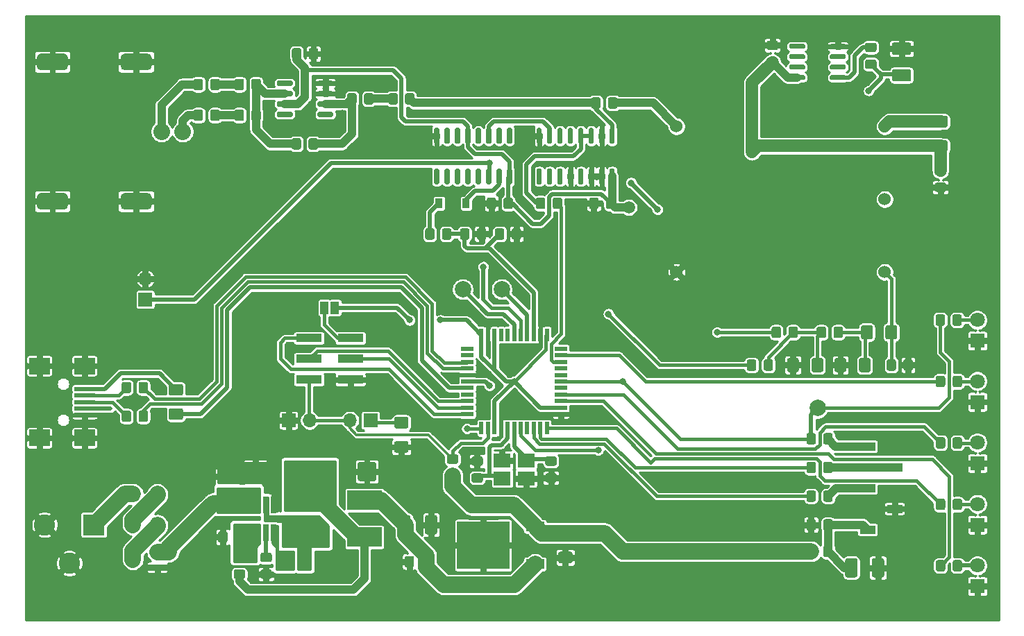
<source format=gbr>
%TF.GenerationSoftware,KiCad,Pcbnew,(5.1.9)-1*%
%TF.CreationDate,2021-10-22T15:42:19-05:00*%
%TF.ProjectId,simple-gpsdo,73696d70-6c65-42d6-9770-73646f2e6b69,C*%
%TF.SameCoordinates,Original*%
%TF.FileFunction,Copper,L1,Top*%
%TF.FilePolarity,Positive*%
%FSLAX46Y46*%
G04 Gerber Fmt 4.6, Leading zero omitted, Abs format (unit mm)*
G04 Created by KiCad (PCBNEW (5.1.9)-1) date 2021-10-22 15:42:19*
%MOMM*%
%LPD*%
G01*
G04 APERTURE LIST*
%TA.AperFunction,ComponentPad*%
%ADD10C,1.524000*%
%TD*%
%TA.AperFunction,SMDPad,CuDef*%
%ADD11R,0.900000X1.200000*%
%TD*%
%TA.AperFunction,ComponentPad*%
%ADD12R,2.600000X2.600000*%
%TD*%
%TA.AperFunction,ComponentPad*%
%ADD13C,2.600000*%
%TD*%
%TA.AperFunction,SMDPad,CuDef*%
%ADD14R,3.150000X1.000000*%
%TD*%
%TA.AperFunction,SMDPad,CuDef*%
%ADD15R,1.000000X1.500000*%
%TD*%
%TA.AperFunction,SMDPad,CuDef*%
%ADD16R,1.500000X0.550000*%
%TD*%
%TA.AperFunction,SMDPad,CuDef*%
%ADD17R,0.550000X1.500000*%
%TD*%
%TA.AperFunction,SMDPad,CuDef*%
%ADD18R,1.900000X1.000000*%
%TD*%
%TA.AperFunction,ComponentPad*%
%ADD19C,2.032000*%
%TD*%
%TA.AperFunction,ComponentPad*%
%ADD20R,1.700000X1.700000*%
%TD*%
%TA.AperFunction,ComponentPad*%
%ADD21O,1.700000X1.700000*%
%TD*%
%TA.AperFunction,SMDPad,CuDef*%
%ADD22C,2.000000*%
%TD*%
%TA.AperFunction,SMDPad,CuDef*%
%ADD23R,2.200000X1.200000*%
%TD*%
%TA.AperFunction,SMDPad,CuDef*%
%ADD24R,6.400000X5.800000*%
%TD*%
%TA.AperFunction,SMDPad,CuDef*%
%ADD25R,2.100000X1.725000*%
%TD*%
%TA.AperFunction,SMDPad,CuDef*%
%ADD26R,0.650000X2.000000*%
%TD*%
%TA.AperFunction,SMDPad,CuDef*%
%ADD27R,4.200000X2.400000*%
%TD*%
%TA.AperFunction,SMDPad,CuDef*%
%ADD28R,1.900000X0.800000*%
%TD*%
%TA.AperFunction,ComponentPad*%
%ADD29C,1.800000*%
%TD*%
%TA.AperFunction,ComponentPad*%
%ADD30R,1.800000X1.800000*%
%TD*%
%TA.AperFunction,SMDPad,CuDef*%
%ADD31R,2.500000X2.000000*%
%TD*%
%TA.AperFunction,SMDPad,CuDef*%
%ADD32R,2.500000X0.500000*%
%TD*%
%TA.AperFunction,ViaPad*%
%ADD33C,0.800000*%
%TD*%
%TA.AperFunction,ViaPad*%
%ADD34C,1.500000*%
%TD*%
%TA.AperFunction,Conductor*%
%ADD35C,0.500000*%
%TD*%
%TA.AperFunction,Conductor*%
%ADD36C,1.000000*%
%TD*%
%TA.AperFunction,Conductor*%
%ADD37C,0.400000*%
%TD*%
%TA.AperFunction,Conductor*%
%ADD38C,2.000000*%
%TD*%
%TA.AperFunction,Conductor*%
%ADD39C,0.300000*%
%TD*%
%TA.AperFunction,Conductor*%
%ADD40C,1.500000*%
%TD*%
%TA.AperFunction,Conductor*%
%ADD41C,0.250000*%
%TD*%
%TA.AperFunction,Conductor*%
%ADD42C,0.100000*%
%TD*%
%TA.AperFunction,Conductor*%
%ADD43C,0.254000*%
%TD*%
G04 APERTURE END LIST*
D10*
%TO.P,Y2,1*%
%TO.N,Net-(C26-Pad2)*%
X180200000Y-106640000D03*
%TO.P,Y2,2*%
%TO.N,Net-(Y2-Pad2)*%
X180200000Y-97750000D03*
%TO.P,Y2,3*%
%TO.N,Net-(FB2-Pad2)*%
X180200000Y-88860000D03*
%TO.P,Y2,4*%
%TO.N,Net-(R10-Pad2)*%
X154800000Y-88860000D03*
%TO.P,Y2,5*%
%TO.N,GND*%
X154800000Y-106640000D03*
%TD*%
%TO.P,U3,16*%
%TO.N,+5V*%
%TA.AperFunction,SMDPad,CuDef*%
G36*
G01*
X146795000Y-94000000D02*
X147095000Y-94000000D01*
G75*
G02*
X147245000Y-94150000I0J-150000D01*
G01*
X147245000Y-95800000D01*
G75*
G02*
X147095000Y-95950000I-150000J0D01*
G01*
X146795000Y-95950000D01*
G75*
G02*
X146645000Y-95800000I0J150000D01*
G01*
X146645000Y-94150000D01*
G75*
G02*
X146795000Y-94000000I150000J0D01*
G01*
G37*
%TD.AperFunction*%
%TO.P,U3,15*%
%TO.N,GND*%
%TA.AperFunction,SMDPad,CuDef*%
G36*
G01*
X145525000Y-94000000D02*
X145825000Y-94000000D01*
G75*
G02*
X145975000Y-94150000I0J-150000D01*
G01*
X145975000Y-95800000D01*
G75*
G02*
X145825000Y-95950000I-150000J0D01*
G01*
X145525000Y-95950000D01*
G75*
G02*
X145375000Y-95800000I0J150000D01*
G01*
X145375000Y-94150000D01*
G75*
G02*
X145525000Y-94000000I150000J0D01*
G01*
G37*
%TD.AperFunction*%
%TO.P,U3,14*%
%TA.AperFunction,SMDPad,CuDef*%
G36*
G01*
X144255000Y-94000000D02*
X144555000Y-94000000D01*
G75*
G02*
X144705000Y-94150000I0J-150000D01*
G01*
X144705000Y-95800000D01*
G75*
G02*
X144555000Y-95950000I-150000J0D01*
G01*
X144255000Y-95950000D01*
G75*
G02*
X144105000Y-95800000I0J150000D01*
G01*
X144105000Y-94150000D01*
G75*
G02*
X144255000Y-94000000I150000J0D01*
G01*
G37*
%TD.AperFunction*%
%TO.P,U3,13*%
%TO.N,N/C*%
%TA.AperFunction,SMDPad,CuDef*%
G36*
G01*
X142985000Y-94000000D02*
X143285000Y-94000000D01*
G75*
G02*
X143435000Y-94150000I0J-150000D01*
G01*
X143435000Y-95800000D01*
G75*
G02*
X143285000Y-95950000I-150000J0D01*
G01*
X142985000Y-95950000D01*
G75*
G02*
X142835000Y-95800000I0J150000D01*
G01*
X142835000Y-94150000D01*
G75*
G02*
X142985000Y-94000000I150000J0D01*
G01*
G37*
%TD.AperFunction*%
%TO.P,U3,12*%
%TO.N,GND*%
%TA.AperFunction,SMDPad,CuDef*%
G36*
G01*
X141715000Y-94000000D02*
X142015000Y-94000000D01*
G75*
G02*
X142165000Y-94150000I0J-150000D01*
G01*
X142165000Y-95800000D01*
G75*
G02*
X142015000Y-95950000I-150000J0D01*
G01*
X141715000Y-95950000D01*
G75*
G02*
X141565000Y-95800000I0J150000D01*
G01*
X141565000Y-94150000D01*
G75*
G02*
X141715000Y-94000000I150000J0D01*
G01*
G37*
%TD.AperFunction*%
%TO.P,U3,11*%
%TO.N,N/C*%
%TA.AperFunction,SMDPad,CuDef*%
G36*
G01*
X140445000Y-94000000D02*
X140745000Y-94000000D01*
G75*
G02*
X140895000Y-94150000I0J-150000D01*
G01*
X140895000Y-95800000D01*
G75*
G02*
X140745000Y-95950000I-150000J0D01*
G01*
X140445000Y-95950000D01*
G75*
G02*
X140295000Y-95800000I0J150000D01*
G01*
X140295000Y-94150000D01*
G75*
G02*
X140445000Y-94000000I150000J0D01*
G01*
G37*
%TD.AperFunction*%
%TO.P,U3,10*%
%TA.AperFunction,SMDPad,CuDef*%
G36*
G01*
X139175000Y-94000000D02*
X139475000Y-94000000D01*
G75*
G02*
X139625000Y-94150000I0J-150000D01*
G01*
X139625000Y-95800000D01*
G75*
G02*
X139475000Y-95950000I-150000J0D01*
G01*
X139175000Y-95950000D01*
G75*
G02*
X139025000Y-95800000I0J150000D01*
G01*
X139025000Y-94150000D01*
G75*
G02*
X139175000Y-94000000I150000J0D01*
G01*
G37*
%TD.AperFunction*%
%TO.P,U3,9*%
%TA.AperFunction,SMDPad,CuDef*%
G36*
G01*
X137905000Y-94000000D02*
X138205000Y-94000000D01*
G75*
G02*
X138355000Y-94150000I0J-150000D01*
G01*
X138355000Y-95800000D01*
G75*
G02*
X138205000Y-95950000I-150000J0D01*
G01*
X137905000Y-95950000D01*
G75*
G02*
X137755000Y-95800000I0J150000D01*
G01*
X137755000Y-94150000D01*
G75*
G02*
X137905000Y-94000000I150000J0D01*
G01*
G37*
%TD.AperFunction*%
%TO.P,U3,8*%
%TO.N,GND*%
%TA.AperFunction,SMDPad,CuDef*%
G36*
G01*
X137905000Y-89050000D02*
X138205000Y-89050000D01*
G75*
G02*
X138355000Y-89200000I0J-150000D01*
G01*
X138355000Y-90850000D01*
G75*
G02*
X138205000Y-91000000I-150000J0D01*
G01*
X137905000Y-91000000D01*
G75*
G02*
X137755000Y-90850000I0J150000D01*
G01*
X137755000Y-89200000D01*
G75*
G02*
X137905000Y-89050000I150000J0D01*
G01*
G37*
%TD.AperFunction*%
%TO.P,U3,7*%
%TO.N,/1MHz*%
%TA.AperFunction,SMDPad,CuDef*%
G36*
G01*
X139175000Y-89050000D02*
X139475000Y-89050000D01*
G75*
G02*
X139625000Y-89200000I0J-150000D01*
G01*
X139625000Y-90850000D01*
G75*
G02*
X139475000Y-91000000I-150000J0D01*
G01*
X139175000Y-91000000D01*
G75*
G02*
X139025000Y-90850000I0J150000D01*
G01*
X139025000Y-89200000D01*
G75*
G02*
X139175000Y-89050000I150000J0D01*
G01*
G37*
%TD.AperFunction*%
%TO.P,U3,6*%
%TO.N,N/C*%
%TA.AperFunction,SMDPad,CuDef*%
G36*
G01*
X140445000Y-89050000D02*
X140745000Y-89050000D01*
G75*
G02*
X140895000Y-89200000I0J-150000D01*
G01*
X140895000Y-90850000D01*
G75*
G02*
X140745000Y-91000000I-150000J0D01*
G01*
X140445000Y-91000000D01*
G75*
G02*
X140295000Y-90850000I0J150000D01*
G01*
X140295000Y-89200000D01*
G75*
G02*
X140445000Y-89050000I150000J0D01*
G01*
G37*
%TD.AperFunction*%
%TO.P,U3,5*%
%TA.AperFunction,SMDPad,CuDef*%
G36*
G01*
X141715000Y-89050000D02*
X142015000Y-89050000D01*
G75*
G02*
X142165000Y-89200000I0J-150000D01*
G01*
X142165000Y-90850000D01*
G75*
G02*
X142015000Y-91000000I-150000J0D01*
G01*
X141715000Y-91000000D01*
G75*
G02*
X141565000Y-90850000I0J150000D01*
G01*
X141565000Y-89200000D01*
G75*
G02*
X141715000Y-89050000I150000J0D01*
G01*
G37*
%TD.AperFunction*%
%TO.P,U3,4*%
%TO.N,Net-(R7-Pad2)*%
%TA.AperFunction,SMDPad,CuDef*%
G36*
G01*
X142985000Y-89050000D02*
X143285000Y-89050000D01*
G75*
G02*
X143435000Y-89200000I0J-150000D01*
G01*
X143435000Y-90850000D01*
G75*
G02*
X143285000Y-91000000I-150000J0D01*
G01*
X142985000Y-91000000D01*
G75*
G02*
X142835000Y-90850000I0J150000D01*
G01*
X142835000Y-89200000D01*
G75*
G02*
X142985000Y-89050000I150000J0D01*
G01*
G37*
%TD.AperFunction*%
%TO.P,U3,3*%
%TA.AperFunction,SMDPad,CuDef*%
G36*
G01*
X144255000Y-89050000D02*
X144555000Y-89050000D01*
G75*
G02*
X144705000Y-89200000I0J-150000D01*
G01*
X144705000Y-90850000D01*
G75*
G02*
X144555000Y-91000000I-150000J0D01*
G01*
X144255000Y-91000000D01*
G75*
G02*
X144105000Y-90850000I0J150000D01*
G01*
X144105000Y-89200000D01*
G75*
G02*
X144255000Y-89050000I150000J0D01*
G01*
G37*
%TD.AperFunction*%
%TO.P,U3,2*%
%TO.N,GND*%
%TA.AperFunction,SMDPad,CuDef*%
G36*
G01*
X145525000Y-89050000D02*
X145825000Y-89050000D01*
G75*
G02*
X145975000Y-89200000I0J-150000D01*
G01*
X145975000Y-90850000D01*
G75*
G02*
X145825000Y-91000000I-150000J0D01*
G01*
X145525000Y-91000000D01*
G75*
G02*
X145375000Y-90850000I0J150000D01*
G01*
X145375000Y-89200000D01*
G75*
G02*
X145525000Y-89050000I150000J0D01*
G01*
G37*
%TD.AperFunction*%
%TO.P,U3,1*%
%TO.N,10MHz*%
%TA.AperFunction,SMDPad,CuDef*%
G36*
G01*
X146795000Y-89050000D02*
X147095000Y-89050000D01*
G75*
G02*
X147245000Y-89200000I0J-150000D01*
G01*
X147245000Y-90850000D01*
G75*
G02*
X147095000Y-91000000I-150000J0D01*
G01*
X146795000Y-91000000D01*
G75*
G02*
X146645000Y-90850000I0J150000D01*
G01*
X146645000Y-89200000D01*
G75*
G02*
X146795000Y-89050000I150000J0D01*
G01*
G37*
%TD.AperFunction*%
%TD*%
%TO.P,C1,2*%
%TO.N,XTAL1*%
%TA.AperFunction,SMDPad,CuDef*%
G36*
G01*
X139950001Y-130300000D02*
X139049999Y-130300000D01*
G75*
G02*
X138800000Y-130050001I0J249999D01*
G01*
X138800000Y-129399999D01*
G75*
G02*
X139049999Y-129150000I249999J0D01*
G01*
X139950001Y-129150000D01*
G75*
G02*
X140200000Y-129399999I0J-249999D01*
G01*
X140200000Y-130050001D01*
G75*
G02*
X139950001Y-130300000I-249999J0D01*
G01*
G37*
%TD.AperFunction*%
%TO.P,C1,1*%
%TO.N,GND*%
%TA.AperFunction,SMDPad,CuDef*%
G36*
G01*
X139950001Y-132350000D02*
X139049999Y-132350000D01*
G75*
G02*
X138800000Y-132100001I0J249999D01*
G01*
X138800000Y-131449999D01*
G75*
G02*
X139049999Y-131200000I249999J0D01*
G01*
X139950001Y-131200000D01*
G75*
G02*
X140200000Y-131449999I0J-249999D01*
G01*
X140200000Y-132100001D01*
G75*
G02*
X139950001Y-132350000I-249999J0D01*
G01*
G37*
%TD.AperFunction*%
%TD*%
%TO.P,C2,1*%
%TO.N,GND*%
%TA.AperFunction,SMDPad,CuDef*%
G36*
G01*
X130049999Y-129150000D02*
X130950001Y-129150000D01*
G75*
G02*
X131200000Y-129399999I0J-249999D01*
G01*
X131200000Y-130050001D01*
G75*
G02*
X130950001Y-130300000I-249999J0D01*
G01*
X130049999Y-130300000D01*
G75*
G02*
X129800000Y-130050001I0J249999D01*
G01*
X129800000Y-129399999D01*
G75*
G02*
X130049999Y-129150000I249999J0D01*
G01*
G37*
%TD.AperFunction*%
%TO.P,C2,2*%
%TO.N,XTAL2*%
%TA.AperFunction,SMDPad,CuDef*%
G36*
G01*
X130049999Y-131200000D02*
X130950001Y-131200000D01*
G75*
G02*
X131200000Y-131449999I0J-249999D01*
G01*
X131200000Y-132100001D01*
G75*
G02*
X130950001Y-132350000I-249999J0D01*
G01*
X130049999Y-132350000D01*
G75*
G02*
X129800000Y-132100001I0J249999D01*
G01*
X129800000Y-131449999D01*
G75*
G02*
X130049999Y-131200000I249999J0D01*
G01*
G37*
%TD.AperFunction*%
%TD*%
%TO.P,C9,1*%
%TO.N,GND*%
%TA.AperFunction,SMDPad,CuDef*%
G36*
G01*
X144150000Y-98700001D02*
X144150000Y-97799999D01*
G75*
G02*
X144399999Y-97550000I249999J0D01*
G01*
X145050001Y-97550000D01*
G75*
G02*
X145300000Y-97799999I0J-249999D01*
G01*
X145300000Y-98700001D01*
G75*
G02*
X145050001Y-98950000I-249999J0D01*
G01*
X144399999Y-98950000D01*
G75*
G02*
X144150000Y-98700001I0J249999D01*
G01*
G37*
%TD.AperFunction*%
%TO.P,C9,2*%
%TO.N,+5V*%
%TA.AperFunction,SMDPad,CuDef*%
G36*
G01*
X146200000Y-98700001D02*
X146200000Y-97799999D01*
G75*
G02*
X146449999Y-97550000I249999J0D01*
G01*
X147100001Y-97550000D01*
G75*
G02*
X147350000Y-97799999I0J-249999D01*
G01*
X147350000Y-98700001D01*
G75*
G02*
X147100001Y-98950000I-249999J0D01*
G01*
X146449999Y-98950000D01*
G75*
G02*
X146200000Y-98700001I0J249999D01*
G01*
G37*
%TD.AperFunction*%
%TD*%
%TO.P,C10,2*%
%TO.N,+5V*%
%TA.AperFunction,SMDPad,CuDef*%
G36*
G01*
X133700000Y-98700001D02*
X133700000Y-97799999D01*
G75*
G02*
X133949999Y-97550000I249999J0D01*
G01*
X134600001Y-97550000D01*
G75*
G02*
X134850000Y-97799999I0J-249999D01*
G01*
X134850000Y-98700001D01*
G75*
G02*
X134600001Y-98950000I-249999J0D01*
G01*
X133949999Y-98950000D01*
G75*
G02*
X133700000Y-98700001I0J249999D01*
G01*
G37*
%TD.AperFunction*%
%TO.P,C10,1*%
%TO.N,GND*%
%TA.AperFunction,SMDPad,CuDef*%
G36*
G01*
X131650000Y-98700001D02*
X131650000Y-97799999D01*
G75*
G02*
X131899999Y-97550000I249999J0D01*
G01*
X132550001Y-97550000D01*
G75*
G02*
X132800000Y-97799999I0J-249999D01*
G01*
X132800000Y-98700001D01*
G75*
G02*
X132550001Y-98950000I-249999J0D01*
G01*
X131899999Y-98950000D01*
G75*
G02*
X131650000Y-98700001I0J249999D01*
G01*
G37*
%TD.AperFunction*%
%TD*%
%TO.P,C13,2*%
%TO.N,ADC0*%
%TA.AperFunction,SMDPad,CuDef*%
G36*
G01*
X133800000Y-101549999D02*
X133800000Y-102450001D01*
G75*
G02*
X133550001Y-102700000I-249999J0D01*
G01*
X132899999Y-102700000D01*
G75*
G02*
X132650000Y-102450001I0J249999D01*
G01*
X132650000Y-101549999D01*
G75*
G02*
X132899999Y-101300000I249999J0D01*
G01*
X133550001Y-101300000D01*
G75*
G02*
X133800000Y-101549999I0J-249999D01*
G01*
G37*
%TD.AperFunction*%
%TO.P,C13,1*%
%TO.N,GND*%
%TA.AperFunction,SMDPad,CuDef*%
G36*
G01*
X135850000Y-101549999D02*
X135850000Y-102450001D01*
G75*
G02*
X135600001Y-102700000I-249999J0D01*
G01*
X134949999Y-102700000D01*
G75*
G02*
X134700000Y-102450001I0J249999D01*
G01*
X134700000Y-101549999D01*
G75*
G02*
X134949999Y-101300000I249999J0D01*
G01*
X135600001Y-101300000D01*
G75*
G02*
X135850000Y-101549999I0J-249999D01*
G01*
G37*
%TD.AperFunction*%
%TD*%
%TO.P,C15,2*%
%TO.N,10MHz*%
%TA.AperFunction,SMDPad,CuDef*%
G36*
G01*
X121700000Y-85950001D02*
X121700000Y-85049999D01*
G75*
G02*
X121949999Y-84800000I249999J0D01*
G01*
X122600001Y-84800000D01*
G75*
G02*
X122850000Y-85049999I0J-249999D01*
G01*
X122850000Y-85950001D01*
G75*
G02*
X122600001Y-86200000I-249999J0D01*
G01*
X121949999Y-86200000D01*
G75*
G02*
X121700000Y-85950001I0J249999D01*
G01*
G37*
%TD.AperFunction*%
%TO.P,C15,1*%
%TO.N,Net-(C15-Pad1)*%
%TA.AperFunction,SMDPad,CuDef*%
G36*
G01*
X119650000Y-85950001D02*
X119650000Y-85049999D01*
G75*
G02*
X119899999Y-84800000I249999J0D01*
G01*
X120550001Y-84800000D01*
G75*
G02*
X120800000Y-85049999I0J-249999D01*
G01*
X120800000Y-85950001D01*
G75*
G02*
X120550001Y-86200000I-249999J0D01*
G01*
X119899999Y-86200000D01*
G75*
G02*
X119650000Y-85950001I0J249999D01*
G01*
G37*
%TD.AperFunction*%
%TD*%
%TO.P,C17,1*%
%TO.N,GND*%
%TA.AperFunction,SMDPad,CuDef*%
G36*
G01*
X111100000Y-79549999D02*
X111100000Y-80450001D01*
G75*
G02*
X110850001Y-80700000I-249999J0D01*
G01*
X110199999Y-80700000D01*
G75*
G02*
X109950000Y-80450001I0J249999D01*
G01*
X109950000Y-79549999D01*
G75*
G02*
X110199999Y-79300000I249999J0D01*
G01*
X110850001Y-79300000D01*
G75*
G02*
X111100000Y-79549999I0J-249999D01*
G01*
G37*
%TD.AperFunction*%
%TO.P,C17,2*%
%TO.N,+5V*%
%TA.AperFunction,SMDPad,CuDef*%
G36*
G01*
X109050000Y-79549999D02*
X109050000Y-80450001D01*
G75*
G02*
X108800001Y-80700000I-249999J0D01*
G01*
X108149999Y-80700000D01*
G75*
G02*
X107900000Y-80450001I0J249999D01*
G01*
X107900000Y-79549999D01*
G75*
G02*
X108149999Y-79300000I249999J0D01*
G01*
X108800001Y-79300000D01*
G75*
G02*
X109050000Y-79549999I0J-249999D01*
G01*
G37*
%TD.AperFunction*%
%TD*%
%TO.P,C20,2*%
%TO.N,Net-(C20-Pad2)*%
%TA.AperFunction,SMDPad,CuDef*%
G36*
G01*
X102950000Y-87950001D02*
X102950000Y-87049999D01*
G75*
G02*
X103199999Y-86800000I249999J0D01*
G01*
X103850001Y-86800000D01*
G75*
G02*
X104100000Y-87049999I0J-249999D01*
G01*
X104100000Y-87950001D01*
G75*
G02*
X103850001Y-88200000I-249999J0D01*
G01*
X103199999Y-88200000D01*
G75*
G02*
X102950000Y-87950001I0J249999D01*
G01*
G37*
%TD.AperFunction*%
%TO.P,C20,1*%
%TO.N,Net-(C20-Pad1)*%
%TA.AperFunction,SMDPad,CuDef*%
G36*
G01*
X100900000Y-87950001D02*
X100900000Y-87049999D01*
G75*
G02*
X101149999Y-86800000I249999J0D01*
G01*
X101800001Y-86800000D01*
G75*
G02*
X102050000Y-87049999I0J-249999D01*
G01*
X102050000Y-87950001D01*
G75*
G02*
X101800001Y-88200000I-249999J0D01*
G01*
X101149999Y-88200000D01*
G75*
G02*
X100900000Y-87950001I0J249999D01*
G01*
G37*
%TD.AperFunction*%
%TD*%
%TO.P,C21,1*%
%TO.N,Net-(C21-Pad1)*%
%TA.AperFunction,SMDPad,CuDef*%
G36*
G01*
X100900000Y-84200001D02*
X100900000Y-83299999D01*
G75*
G02*
X101149999Y-83050000I249999J0D01*
G01*
X101800001Y-83050000D01*
G75*
G02*
X102050000Y-83299999I0J-249999D01*
G01*
X102050000Y-84200001D01*
G75*
G02*
X101800001Y-84450000I-249999J0D01*
G01*
X101149999Y-84450000D01*
G75*
G02*
X100900000Y-84200001I0J249999D01*
G01*
G37*
%TD.AperFunction*%
%TO.P,C21,2*%
%TO.N,Net-(C20-Pad2)*%
%TA.AperFunction,SMDPad,CuDef*%
G36*
G01*
X102950000Y-84200001D02*
X102950000Y-83299999D01*
G75*
G02*
X103199999Y-83050000I249999J0D01*
G01*
X103850001Y-83050000D01*
G75*
G02*
X104100000Y-83299999I0J-249999D01*
G01*
X104100000Y-84200001D01*
G75*
G02*
X103850001Y-84450000I-249999J0D01*
G01*
X103199999Y-84450000D01*
G75*
G02*
X102950000Y-84200001I0J249999D01*
G01*
G37*
%TD.AperFunction*%
%TD*%
D11*
%TO.P,D1,1*%
%TO.N,Net-(D1-Pad1)*%
X125850000Y-98250000D03*
%TO.P,D1,2*%
%TO.N,Net-(D1-Pad2)*%
X129150000Y-98250000D03*
%TD*%
%TO.P,F1,1*%
%TO.N,Net-(F1-Pad1)*%
%TA.AperFunction,SMDPad,CuDef*%
G36*
G01*
X92200000Y-133125000D02*
X92200000Y-134375000D01*
G75*
G02*
X91950000Y-134625000I-250000J0D01*
G01*
X91025000Y-134625000D01*
G75*
G02*
X90775000Y-134375000I0J250000D01*
G01*
X90775000Y-133125000D01*
G75*
G02*
X91025000Y-132875000I250000J0D01*
G01*
X91950000Y-132875000D01*
G75*
G02*
X92200000Y-133125000I0J-250000D01*
G01*
G37*
%TD.AperFunction*%
%TO.P,F1,2*%
%TO.N,Net-(F1-Pad2)*%
%TA.AperFunction,SMDPad,CuDef*%
G36*
G01*
X89225000Y-133125000D02*
X89225000Y-134375000D01*
G75*
G02*
X88975000Y-134625000I-250000J0D01*
G01*
X88050000Y-134625000D01*
G75*
G02*
X87800000Y-134375000I0J250000D01*
G01*
X87800000Y-133125000D01*
G75*
G02*
X88050000Y-132875000I250000J0D01*
G01*
X88975000Y-132875000D01*
G75*
G02*
X89225000Y-133125000I0J-250000D01*
G01*
G37*
%TD.AperFunction*%
%TD*%
D12*
%TO.P,J2,1*%
%TO.N,Net-(F1-Pad2)*%
X83750000Y-137500000D03*
D13*
%TO.P,J2,2*%
%TO.N,GND*%
X77750000Y-137500000D03*
%TO.P,J2,3*%
X80750000Y-142200000D03*
%TD*%
D14*
%TO.P,J3,1*%
%TO.N,ISP_MISO*%
X109975000Y-114710000D03*
%TO.P,J3,2*%
%TO.N,Net-(J3-Pad2)*%
X115025000Y-114710000D03*
%TO.P,J3,3*%
%TO.N,ISP_SCK*%
X109975000Y-117250000D03*
%TO.P,J3,4*%
%TO.N,ISP_MOSI*%
X115025000Y-117250000D03*
%TO.P,J3,5*%
%TO.N,~RST*%
X109975000Y-119790000D03*
%TO.P,J3,6*%
%TO.N,GND*%
X115025000Y-119790000D03*
%TD*%
D15*
%TO.P,JP1,2*%
%TO.N,+5V*%
X113150000Y-111000000D03*
%TO.P,JP1,1*%
%TO.N,Net-(J3-Pad2)*%
X111850000Y-111000000D03*
%TD*%
%TO.P,R1,2*%
%TO.N,Net-(J6-Pad2)*%
%TA.AperFunction,SMDPad,CuDef*%
G36*
G01*
X88300000Y-120299999D02*
X88300000Y-121200001D01*
G75*
G02*
X88050001Y-121450000I-249999J0D01*
G01*
X87399999Y-121450000D01*
G75*
G02*
X87150000Y-121200001I0J249999D01*
G01*
X87150000Y-120299999D01*
G75*
G02*
X87399999Y-120050000I249999J0D01*
G01*
X88050001Y-120050000D01*
G75*
G02*
X88300000Y-120299999I0J-249999D01*
G01*
G37*
%TD.AperFunction*%
%TO.P,R1,1*%
%TO.N,Net-(R1-Pad1)*%
%TA.AperFunction,SMDPad,CuDef*%
G36*
G01*
X90350000Y-120299999D02*
X90350000Y-121200001D01*
G75*
G02*
X90100001Y-121450000I-249999J0D01*
G01*
X89449999Y-121450000D01*
G75*
G02*
X89200000Y-121200001I0J249999D01*
G01*
X89200000Y-120299999D01*
G75*
G02*
X89449999Y-120050000I249999J0D01*
G01*
X90100001Y-120050000D01*
G75*
G02*
X90350000Y-120299999I0J-249999D01*
G01*
G37*
%TD.AperFunction*%
%TD*%
%TO.P,R2,1*%
%TO.N,Net-(J6-Pad3)*%
%TA.AperFunction,SMDPad,CuDef*%
G36*
G01*
X87150000Y-124700001D02*
X87150000Y-123799999D01*
G75*
G02*
X87399999Y-123550000I249999J0D01*
G01*
X88050001Y-123550000D01*
G75*
G02*
X88300000Y-123799999I0J-249999D01*
G01*
X88300000Y-124700001D01*
G75*
G02*
X88050001Y-124950000I-249999J0D01*
G01*
X87399999Y-124950000D01*
G75*
G02*
X87150000Y-124700001I0J249999D01*
G01*
G37*
%TD.AperFunction*%
%TO.P,R2,2*%
%TO.N,Net-(R2-Pad2)*%
%TA.AperFunction,SMDPad,CuDef*%
G36*
G01*
X89200000Y-124700001D02*
X89200000Y-123799999D01*
G75*
G02*
X89449999Y-123550000I249999J0D01*
G01*
X90100001Y-123550000D01*
G75*
G02*
X90350000Y-123799999I0J-249999D01*
G01*
X90350000Y-124700001D01*
G75*
G02*
X90100001Y-124950000I-249999J0D01*
G01*
X89449999Y-124950000D01*
G75*
G02*
X89200000Y-124700001I0J249999D01*
G01*
G37*
%TD.AperFunction*%
%TD*%
%TO.P,R3,2*%
%TO.N,~RST*%
%TA.AperFunction,SMDPad,CuDef*%
G36*
G01*
X127950001Y-130050000D02*
X127049999Y-130050000D01*
G75*
G02*
X126800000Y-129800001I0J249999D01*
G01*
X126800000Y-129149999D01*
G75*
G02*
X127049999Y-128900000I249999J0D01*
G01*
X127950001Y-128900000D01*
G75*
G02*
X128200000Y-129149999I0J-249999D01*
G01*
X128200000Y-129800001D01*
G75*
G02*
X127950001Y-130050000I-249999J0D01*
G01*
G37*
%TD.AperFunction*%
%TO.P,R3,1*%
%TO.N,+5V*%
%TA.AperFunction,SMDPad,CuDef*%
G36*
G01*
X127950001Y-132100000D02*
X127049999Y-132100000D01*
G75*
G02*
X126800000Y-131850001I0J249999D01*
G01*
X126800000Y-131199999D01*
G75*
G02*
X127049999Y-130950000I249999J0D01*
G01*
X127950001Y-130950000D01*
G75*
G02*
X128200000Y-131199999I0J-249999D01*
G01*
X128200000Y-131850001D01*
G75*
G02*
X127950001Y-132100000I-249999J0D01*
G01*
G37*
%TD.AperFunction*%
%TD*%
%TO.P,R8,2*%
%TO.N,OVEN_TEMP*%
%TA.AperFunction,SMDPad,CuDef*%
G36*
G01*
X187575000Y-134549999D02*
X187575000Y-135450001D01*
G75*
G02*
X187325001Y-135700000I-249999J0D01*
G01*
X186674999Y-135700000D01*
G75*
G02*
X186425000Y-135450001I0J249999D01*
G01*
X186425000Y-134549999D01*
G75*
G02*
X186674999Y-134300000I249999J0D01*
G01*
X187325001Y-134300000D01*
G75*
G02*
X187575000Y-134549999I0J-249999D01*
G01*
G37*
%TD.AperFunction*%
%TO.P,R8,1*%
%TO.N,Net-(D2-Pad2)*%
%TA.AperFunction,SMDPad,CuDef*%
G36*
G01*
X189625000Y-134549999D02*
X189625000Y-135450001D01*
G75*
G02*
X189375001Y-135700000I-249999J0D01*
G01*
X188724999Y-135700000D01*
G75*
G02*
X188475000Y-135450001I0J249999D01*
G01*
X188475000Y-134549999D01*
G75*
G02*
X188724999Y-134300000I249999J0D01*
G01*
X189375001Y-134300000D01*
G75*
G02*
X189625000Y-134549999I0J-249999D01*
G01*
G37*
%TD.AperFunction*%
%TD*%
%TO.P,R9,2*%
%TO.N,TIME_LOCK*%
%TA.AperFunction,SMDPad,CuDef*%
G36*
G01*
X187575000Y-119549999D02*
X187575000Y-120450001D01*
G75*
G02*
X187325001Y-120700000I-249999J0D01*
G01*
X186674999Y-120700000D01*
G75*
G02*
X186425000Y-120450001I0J249999D01*
G01*
X186425000Y-119549999D01*
G75*
G02*
X186674999Y-119300000I249999J0D01*
G01*
X187325001Y-119300000D01*
G75*
G02*
X187575000Y-119549999I0J-249999D01*
G01*
G37*
%TD.AperFunction*%
%TO.P,R9,1*%
%TO.N,Net-(D3-Pad2)*%
%TA.AperFunction,SMDPad,CuDef*%
G36*
G01*
X189625000Y-119549999D02*
X189625000Y-120450001D01*
G75*
G02*
X189375001Y-120700000I-249999J0D01*
G01*
X188724999Y-120700000D01*
G75*
G02*
X188475000Y-120450001I0J249999D01*
G01*
X188475000Y-119549999D01*
G75*
G02*
X188724999Y-119300000I249999J0D01*
G01*
X189375001Y-119300000D01*
G75*
G02*
X189625000Y-119549999I0J-249999D01*
G01*
G37*
%TD.AperFunction*%
%TD*%
%TO.P,R11,1*%
%TO.N,Net-(D1-Pad1)*%
%TA.AperFunction,SMDPad,CuDef*%
G36*
G01*
X124150000Y-102450001D02*
X124150000Y-101549999D01*
G75*
G02*
X124399999Y-101300000I249999J0D01*
G01*
X125050001Y-101300000D01*
G75*
G02*
X125300000Y-101549999I0J-249999D01*
G01*
X125300000Y-102450001D01*
G75*
G02*
X125050001Y-102700000I-249999J0D01*
G01*
X124399999Y-102700000D01*
G75*
G02*
X124150000Y-102450001I0J249999D01*
G01*
G37*
%TD.AperFunction*%
%TO.P,R11,2*%
%TO.N,ADC0*%
%TA.AperFunction,SMDPad,CuDef*%
G36*
G01*
X126200000Y-102450001D02*
X126200000Y-101549999D01*
G75*
G02*
X126449999Y-101300000I249999J0D01*
G01*
X127100001Y-101300000D01*
G75*
G02*
X127350000Y-101549999I0J-249999D01*
G01*
X127350000Y-102450001D01*
G75*
G02*
X127100001Y-102700000I-249999J0D01*
G01*
X126449999Y-102700000D01*
G75*
G02*
X126200000Y-102450001I0J249999D01*
G01*
G37*
%TD.AperFunction*%
%TD*%
%TO.P,R12,2*%
%TO.N,GND*%
%TA.AperFunction,SMDPad,CuDef*%
G36*
G01*
X130450000Y-102450001D02*
X130450000Y-101549999D01*
G75*
G02*
X130699999Y-101300000I249999J0D01*
G01*
X131350001Y-101300000D01*
G75*
G02*
X131600000Y-101549999I0J-249999D01*
G01*
X131600000Y-102450001D01*
G75*
G02*
X131350001Y-102700000I-249999J0D01*
G01*
X130699999Y-102700000D01*
G75*
G02*
X130450000Y-102450001I0J249999D01*
G01*
G37*
%TD.AperFunction*%
%TO.P,R12,1*%
%TO.N,ADC0*%
%TA.AperFunction,SMDPad,CuDef*%
G36*
G01*
X128400000Y-102450001D02*
X128400000Y-101549999D01*
G75*
G02*
X128649999Y-101300000I249999J0D01*
G01*
X129300001Y-101300000D01*
G75*
G02*
X129550000Y-101549999I0J-249999D01*
G01*
X129550000Y-102450001D01*
G75*
G02*
X129300001Y-102700000I-249999J0D01*
G01*
X128649999Y-102700000D01*
G75*
G02*
X128400000Y-102450001I0J249999D01*
G01*
G37*
%TD.AperFunction*%
%TD*%
%TO.P,R13,2*%
%TO.N,POWER_OK*%
%TA.AperFunction,SMDPad,CuDef*%
G36*
G01*
X187575000Y-142049999D02*
X187575000Y-142950001D01*
G75*
G02*
X187325001Y-143200000I-249999J0D01*
G01*
X186674999Y-143200000D01*
G75*
G02*
X186425000Y-142950001I0J249999D01*
G01*
X186425000Y-142049999D01*
G75*
G02*
X186674999Y-141800000I249999J0D01*
G01*
X187325001Y-141800000D01*
G75*
G02*
X187575000Y-142049999I0J-249999D01*
G01*
G37*
%TD.AperFunction*%
%TO.P,R13,1*%
%TO.N,Net-(D4-Pad2)*%
%TA.AperFunction,SMDPad,CuDef*%
G36*
G01*
X189625000Y-142049999D02*
X189625000Y-142950001D01*
G75*
G02*
X189375001Y-143200000I-249999J0D01*
G01*
X188724999Y-143200000D01*
G75*
G02*
X188475000Y-142950001I0J249999D01*
G01*
X188475000Y-142049999D01*
G75*
G02*
X188724999Y-141800000I249999J0D01*
G01*
X189375001Y-141800000D01*
G75*
G02*
X189625000Y-142049999I0J-249999D01*
G01*
G37*
%TD.AperFunction*%
%TD*%
%TO.P,R14,1*%
%TO.N,Net-(D5-Pad2)*%
%TA.AperFunction,SMDPad,CuDef*%
G36*
G01*
X189625000Y-127049999D02*
X189625000Y-127950001D01*
G75*
G02*
X189375001Y-128200000I-249999J0D01*
G01*
X188724999Y-128200000D01*
G75*
G02*
X188475000Y-127950001I0J249999D01*
G01*
X188475000Y-127049999D01*
G75*
G02*
X188724999Y-126800000I249999J0D01*
G01*
X189375001Y-126800000D01*
G75*
G02*
X189625000Y-127049999I0J-249999D01*
G01*
G37*
%TD.AperFunction*%
%TO.P,R14,2*%
%TO.N,GPS_LOCK*%
%TA.AperFunction,SMDPad,CuDef*%
G36*
G01*
X187575000Y-127049999D02*
X187575000Y-127950001D01*
G75*
G02*
X187325001Y-128200000I-249999J0D01*
G01*
X186674999Y-128200000D01*
G75*
G02*
X186425000Y-127950001I0J249999D01*
G01*
X186425000Y-127049999D01*
G75*
G02*
X186674999Y-126800000I249999J0D01*
G01*
X187325001Y-126800000D01*
G75*
G02*
X187575000Y-127049999I0J-249999D01*
G01*
G37*
%TD.AperFunction*%
%TD*%
%TO.P,R18,2*%
%TO.N,Net-(C15-Pad1)*%
%TA.AperFunction,SMDPad,CuDef*%
G36*
G01*
X116700000Y-85950001D02*
X116700000Y-85049999D01*
G75*
G02*
X116949999Y-84800000I249999J0D01*
G01*
X117600001Y-84800000D01*
G75*
G02*
X117850000Y-85049999I0J-249999D01*
G01*
X117850000Y-85950001D01*
G75*
G02*
X117600001Y-86200000I-249999J0D01*
G01*
X116949999Y-86200000D01*
G75*
G02*
X116700000Y-85950001I0J249999D01*
G01*
G37*
%TD.AperFunction*%
%TO.P,R18,1*%
%TO.N,Net-(R18-Pad1)*%
%TA.AperFunction,SMDPad,CuDef*%
G36*
G01*
X114650000Y-85950001D02*
X114650000Y-85049999D01*
G75*
G02*
X114899999Y-84800000I249999J0D01*
G01*
X115550001Y-84800000D01*
G75*
G02*
X115800000Y-85049999I0J-249999D01*
G01*
X115800000Y-85950001D01*
G75*
G02*
X115550001Y-86200000I-249999J0D01*
G01*
X114899999Y-86200000D01*
G75*
G02*
X114650000Y-85950001I0J249999D01*
G01*
G37*
%TD.AperFunction*%
%TD*%
%TO.P,R20,1*%
%TO.N,Net-(C20-Pad2)*%
%TA.AperFunction,SMDPad,CuDef*%
G36*
G01*
X107875000Y-91450001D02*
X107875000Y-90549999D01*
G75*
G02*
X108124999Y-90300000I249999J0D01*
G01*
X108775001Y-90300000D01*
G75*
G02*
X109025000Y-90549999I0J-249999D01*
G01*
X109025000Y-91450001D01*
G75*
G02*
X108775001Y-91700000I-249999J0D01*
G01*
X108124999Y-91700000D01*
G75*
G02*
X107875000Y-91450001I0J249999D01*
G01*
G37*
%TD.AperFunction*%
%TO.P,R20,2*%
%TO.N,Net-(R18-Pad1)*%
%TA.AperFunction,SMDPad,CuDef*%
G36*
G01*
X109925000Y-91450001D02*
X109925000Y-90549999D01*
G75*
G02*
X110174999Y-90300000I249999J0D01*
G01*
X110825001Y-90300000D01*
G75*
G02*
X111075000Y-90549999I0J-249999D01*
G01*
X111075000Y-91450001D01*
G75*
G02*
X110825001Y-91700000I-249999J0D01*
G01*
X110174999Y-91700000D01*
G75*
G02*
X109925000Y-91450001I0J249999D01*
G01*
G37*
%TD.AperFunction*%
%TD*%
%TO.P,R23,1*%
%TO.N,Net-(J8-Pad1)*%
%TA.AperFunction,SMDPad,CuDef*%
G36*
G01*
X95900000Y-87950001D02*
X95900000Y-87049999D01*
G75*
G02*
X96149999Y-86800000I249999J0D01*
G01*
X96800001Y-86800000D01*
G75*
G02*
X97050000Y-87049999I0J-249999D01*
G01*
X97050000Y-87950001D01*
G75*
G02*
X96800001Y-88200000I-249999J0D01*
G01*
X96149999Y-88200000D01*
G75*
G02*
X95900000Y-87950001I0J249999D01*
G01*
G37*
%TD.AperFunction*%
%TO.P,R23,2*%
%TO.N,Net-(C20-Pad1)*%
%TA.AperFunction,SMDPad,CuDef*%
G36*
G01*
X97950000Y-87950001D02*
X97950000Y-87049999D01*
G75*
G02*
X98199999Y-86800000I249999J0D01*
G01*
X98850001Y-86800000D01*
G75*
G02*
X99100000Y-87049999I0J-249999D01*
G01*
X99100000Y-87950001D01*
G75*
G02*
X98850001Y-88200000I-249999J0D01*
G01*
X98199999Y-88200000D01*
G75*
G02*
X97950000Y-87950001I0J249999D01*
G01*
G37*
%TD.AperFunction*%
%TD*%
%TO.P,R24,2*%
%TO.N,Net-(C21-Pad1)*%
%TA.AperFunction,SMDPad,CuDef*%
G36*
G01*
X97950000Y-84200001D02*
X97950000Y-83299999D01*
G75*
G02*
X98199999Y-83050000I249999J0D01*
G01*
X98850001Y-83050000D01*
G75*
G02*
X99100000Y-83299999I0J-249999D01*
G01*
X99100000Y-84200001D01*
G75*
G02*
X98850001Y-84450000I-249999J0D01*
G01*
X98199999Y-84450000D01*
G75*
G02*
X97950000Y-84200001I0J249999D01*
G01*
G37*
%TD.AperFunction*%
%TO.P,R24,1*%
%TO.N,Net-(J8-Pad2)*%
%TA.AperFunction,SMDPad,CuDef*%
G36*
G01*
X95900000Y-84200001D02*
X95900000Y-83299999D01*
G75*
G02*
X96149999Y-83050000I249999J0D01*
G01*
X96800001Y-83050000D01*
G75*
G02*
X97050000Y-83299999I0J-249999D01*
G01*
X97050000Y-84200001D01*
G75*
G02*
X96800001Y-84450000I-249999J0D01*
G01*
X96149999Y-84450000D01*
G75*
G02*
X95900000Y-84200001I0J249999D01*
G01*
G37*
%TD.AperFunction*%
%TD*%
D16*
%TO.P,U2,1*%
%TO.N,Net-(U2-Pad1)*%
X129300000Y-116000000D03*
%TO.P,U2,2*%
%TO.N,Net-(U2-Pad2)*%
X129300000Y-116800000D03*
%TO.P,U2,3*%
%TO.N,Net-(R1-Pad1)*%
X129300000Y-117600000D03*
%TO.P,U2,4*%
%TO.N,Net-(R2-Pad2)*%
X129300000Y-118400000D03*
%TO.P,U2,5*%
%TO.N,GND*%
X129300000Y-119200000D03*
%TO.P,U2,6*%
%TO.N,Net-(C4-Pad2)*%
X129300000Y-120000000D03*
%TO.P,U2,7*%
%TO.N,Net-(FB3-Pad2)*%
X129300000Y-120800000D03*
%TO.P,U2,8*%
%TO.N,Net-(U2-Pad8)*%
X129300000Y-121600000D03*
%TO.P,U2,9*%
%TO.N,ISP_SCK*%
X129300000Y-122400000D03*
%TO.P,U2,10*%
%TO.N,ISP_MOSI*%
X129300000Y-123200000D03*
%TO.P,U2,11*%
%TO.N,ISP_MISO*%
X129300000Y-124000000D03*
D17*
%TO.P,U2,12*%
%TO.N,/PWM_D11*%
X131000000Y-125700000D03*
%TO.P,U2,13*%
%TO.N,~RST*%
X131800000Y-125700000D03*
%TO.P,U2,14*%
%TO.N,+5V*%
X132600000Y-125700000D03*
%TO.P,U2,15*%
%TO.N,GND*%
X133400000Y-125700000D03*
%TO.P,U2,16*%
%TO.N,XTAL2*%
X134200000Y-125700000D03*
%TO.P,U2,17*%
%TO.N,XTAL1*%
X135000000Y-125700000D03*
%TO.P,U2,18*%
%TO.N,/PWM_D3*%
X135800000Y-125700000D03*
%TO.P,U2,19*%
%TO.N,Net-(U2-Pad19)*%
X136600000Y-125700000D03*
%TO.P,U2,20*%
%TO.N,GPS_TX*%
X137400000Y-125700000D03*
%TO.P,U2,21*%
%TO.N,GPS_RX*%
X138200000Y-125700000D03*
%TO.P,U2,22*%
%TO.N,OVEN_TEMP*%
X139000000Y-125700000D03*
D16*
%TO.P,U2,23*%
%TO.N,GND*%
X140700000Y-124000000D03*
%TO.P,U2,24*%
%TO.N,+5V*%
X140700000Y-123200000D03*
%TO.P,U2,25*%
%TO.N,POWER_OK*%
X140700000Y-122400000D03*
%TO.P,U2,26*%
%TO.N,GPS_LOCK*%
X140700000Y-121600000D03*
%TO.P,U2,27*%
%TO.N,Net-(U2-Pad27)*%
X140700000Y-120800000D03*
%TO.P,U2,28*%
%TO.N,GPS_PPS*%
X140700000Y-120000000D03*
%TO.P,U2,29*%
%TO.N,Net-(U2-Pad29)*%
X140700000Y-119200000D03*
%TO.P,U2,30*%
%TO.N,Net-(U2-Pad30)*%
X140700000Y-118400000D03*
%TO.P,U2,31*%
%TO.N,5MHz*%
X140700000Y-117600000D03*
%TO.P,U2,32*%
%TO.N,TIME_LOCK*%
X140700000Y-116800000D03*
%TO.P,U2,33*%
%TO.N,Net-(U2-Pad33)*%
X140700000Y-116000000D03*
D17*
%TO.P,U2,34*%
%TO.N,+5V*%
X139000000Y-114300000D03*
%TO.P,U2,35*%
%TO.N,GND*%
X138200000Y-114300000D03*
%TO.P,U2,36*%
%TO.N,ADC0*%
X137400000Y-114300000D03*
%TO.P,U2,37*%
%TO.N,ADC1*%
X136600000Y-114300000D03*
%TO.P,U2,38*%
%TO.N,/ADC2*%
X135800000Y-114300000D03*
%TO.P,U2,39*%
%TO.N,ADC3*%
X135000000Y-114300000D03*
%TO.P,U2,40*%
%TO.N,Net-(U2-Pad40)*%
X134200000Y-114300000D03*
%TO.P,U2,41*%
%TO.N,Net-(U2-Pad41)*%
X133400000Y-114300000D03*
%TO.P,U2,42*%
%TO.N,+5V*%
X132600000Y-114300000D03*
%TO.P,U2,43*%
%TO.N,GND*%
X131800000Y-114300000D03*
%TO.P,U2,44*%
%TO.N,+5V*%
X131000000Y-114300000D03*
%TD*%
%TO.P,U4,1*%
%TO.N,N/C*%
%TA.AperFunction,SMDPad,CuDef*%
G36*
G01*
X134295000Y-89050000D02*
X134595000Y-89050000D01*
G75*
G02*
X134745000Y-89200000I0J-150000D01*
G01*
X134745000Y-90850000D01*
G75*
G02*
X134595000Y-91000000I-150000J0D01*
G01*
X134295000Y-91000000D01*
G75*
G02*
X134145000Y-90850000I0J150000D01*
G01*
X134145000Y-89200000D01*
G75*
G02*
X134295000Y-89050000I150000J0D01*
G01*
G37*
%TD.AperFunction*%
%TO.P,U4,2*%
%TA.AperFunction,SMDPad,CuDef*%
G36*
G01*
X133025000Y-89050000D02*
X133325000Y-89050000D01*
G75*
G02*
X133475000Y-89200000I0J-150000D01*
G01*
X133475000Y-90850000D01*
G75*
G02*
X133325000Y-91000000I-150000J0D01*
G01*
X133025000Y-91000000D01*
G75*
G02*
X132875000Y-90850000I0J150000D01*
G01*
X132875000Y-89200000D01*
G75*
G02*
X133025000Y-89050000I150000J0D01*
G01*
G37*
%TD.AperFunction*%
%TO.P,U4,3*%
%TO.N,/1MHz*%
%TA.AperFunction,SMDPad,CuDef*%
G36*
G01*
X131755000Y-89050000D02*
X132055000Y-89050000D01*
G75*
G02*
X132205000Y-89200000I0J-150000D01*
G01*
X132205000Y-90850000D01*
G75*
G02*
X132055000Y-91000000I-150000J0D01*
G01*
X131755000Y-91000000D01*
G75*
G02*
X131605000Y-90850000I0J150000D01*
G01*
X131605000Y-89200000D01*
G75*
G02*
X131755000Y-89050000I150000J0D01*
G01*
G37*
%TD.AperFunction*%
%TO.P,U4,4*%
%TO.N,N/C*%
%TA.AperFunction,SMDPad,CuDef*%
G36*
G01*
X130485000Y-89050000D02*
X130785000Y-89050000D01*
G75*
G02*
X130935000Y-89200000I0J-150000D01*
G01*
X130935000Y-90850000D01*
G75*
G02*
X130785000Y-91000000I-150000J0D01*
G01*
X130485000Y-91000000D01*
G75*
G02*
X130335000Y-90850000I0J150000D01*
G01*
X130335000Y-89200000D01*
G75*
G02*
X130485000Y-89050000I150000J0D01*
G01*
G37*
%TD.AperFunction*%
%TO.P,U4,5*%
%TO.N,+5V*%
%TA.AperFunction,SMDPad,CuDef*%
G36*
G01*
X129215000Y-89050000D02*
X129515000Y-89050000D01*
G75*
G02*
X129665000Y-89200000I0J-150000D01*
G01*
X129665000Y-90850000D01*
G75*
G02*
X129515000Y-91000000I-150000J0D01*
G01*
X129215000Y-91000000D01*
G75*
G02*
X129065000Y-90850000I0J150000D01*
G01*
X129065000Y-89200000D01*
G75*
G02*
X129215000Y-89050000I150000J0D01*
G01*
G37*
%TD.AperFunction*%
%TO.P,U4,6*%
%TO.N,N/C*%
%TA.AperFunction,SMDPad,CuDef*%
G36*
G01*
X127945000Y-89050000D02*
X128245000Y-89050000D01*
G75*
G02*
X128395000Y-89200000I0J-150000D01*
G01*
X128395000Y-90850000D01*
G75*
G02*
X128245000Y-91000000I-150000J0D01*
G01*
X127945000Y-91000000D01*
G75*
G02*
X127795000Y-90850000I0J150000D01*
G01*
X127795000Y-89200000D01*
G75*
G02*
X127945000Y-89050000I150000J0D01*
G01*
G37*
%TD.AperFunction*%
%TO.P,U4,7*%
%TA.AperFunction,SMDPad,CuDef*%
G36*
G01*
X126675000Y-89050000D02*
X126975000Y-89050000D01*
G75*
G02*
X127125000Y-89200000I0J-150000D01*
G01*
X127125000Y-90850000D01*
G75*
G02*
X126975000Y-91000000I-150000J0D01*
G01*
X126675000Y-91000000D01*
G75*
G02*
X126525000Y-90850000I0J150000D01*
G01*
X126525000Y-89200000D01*
G75*
G02*
X126675000Y-89050000I150000J0D01*
G01*
G37*
%TD.AperFunction*%
%TO.P,U4,8*%
%TO.N,GND*%
%TA.AperFunction,SMDPad,CuDef*%
G36*
G01*
X125405000Y-89050000D02*
X125705000Y-89050000D01*
G75*
G02*
X125855000Y-89200000I0J-150000D01*
G01*
X125855000Y-90850000D01*
G75*
G02*
X125705000Y-91000000I-150000J0D01*
G01*
X125405000Y-91000000D01*
G75*
G02*
X125255000Y-90850000I0J150000D01*
G01*
X125255000Y-89200000D01*
G75*
G02*
X125405000Y-89050000I150000J0D01*
G01*
G37*
%TD.AperFunction*%
%TO.P,U4,9*%
%TO.N,N/C*%
%TA.AperFunction,SMDPad,CuDef*%
G36*
G01*
X125405000Y-94000000D02*
X125705000Y-94000000D01*
G75*
G02*
X125855000Y-94150000I0J-150000D01*
G01*
X125855000Y-95800000D01*
G75*
G02*
X125705000Y-95950000I-150000J0D01*
G01*
X125405000Y-95950000D01*
G75*
G02*
X125255000Y-95800000I0J150000D01*
G01*
X125255000Y-94150000D01*
G75*
G02*
X125405000Y-94000000I150000J0D01*
G01*
G37*
%TD.AperFunction*%
%TO.P,U4,10*%
%TA.AperFunction,SMDPad,CuDef*%
G36*
G01*
X126675000Y-94000000D02*
X126975000Y-94000000D01*
G75*
G02*
X127125000Y-94150000I0J-150000D01*
G01*
X127125000Y-95800000D01*
G75*
G02*
X126975000Y-95950000I-150000J0D01*
G01*
X126675000Y-95950000D01*
G75*
G02*
X126525000Y-95800000I0J150000D01*
G01*
X126525000Y-94150000D01*
G75*
G02*
X126675000Y-94000000I150000J0D01*
G01*
G37*
%TD.AperFunction*%
%TO.P,U4,11*%
%TA.AperFunction,SMDPad,CuDef*%
G36*
G01*
X127945000Y-94000000D02*
X128245000Y-94000000D01*
G75*
G02*
X128395000Y-94150000I0J-150000D01*
G01*
X128395000Y-95800000D01*
G75*
G02*
X128245000Y-95950000I-150000J0D01*
G01*
X127945000Y-95950000D01*
G75*
G02*
X127795000Y-95800000I0J150000D01*
G01*
X127795000Y-94150000D01*
G75*
G02*
X127945000Y-94000000I150000J0D01*
G01*
G37*
%TD.AperFunction*%
%TO.P,U4,12*%
%TA.AperFunction,SMDPad,CuDef*%
G36*
G01*
X129215000Y-94000000D02*
X129515000Y-94000000D01*
G75*
G02*
X129665000Y-94150000I0J-150000D01*
G01*
X129665000Y-95800000D01*
G75*
G02*
X129515000Y-95950000I-150000J0D01*
G01*
X129215000Y-95950000D01*
G75*
G02*
X129065000Y-95800000I0J150000D01*
G01*
X129065000Y-94150000D01*
G75*
G02*
X129215000Y-94000000I150000J0D01*
G01*
G37*
%TD.AperFunction*%
%TO.P,U4,13*%
%TA.AperFunction,SMDPad,CuDef*%
G36*
G01*
X130485000Y-94000000D02*
X130785000Y-94000000D01*
G75*
G02*
X130935000Y-94150000I0J-150000D01*
G01*
X130935000Y-95800000D01*
G75*
G02*
X130785000Y-95950000I-150000J0D01*
G01*
X130485000Y-95950000D01*
G75*
G02*
X130335000Y-95800000I0J150000D01*
G01*
X130335000Y-94150000D01*
G75*
G02*
X130485000Y-94000000I150000J0D01*
G01*
G37*
%TD.AperFunction*%
%TO.P,U4,14*%
%TO.N,GPS_PPS*%
%TA.AperFunction,SMDPad,CuDef*%
G36*
G01*
X131755000Y-94000000D02*
X132055000Y-94000000D01*
G75*
G02*
X132205000Y-94150000I0J-150000D01*
G01*
X132205000Y-95800000D01*
G75*
G02*
X132055000Y-95950000I-150000J0D01*
G01*
X131755000Y-95950000D01*
G75*
G02*
X131605000Y-95800000I0J150000D01*
G01*
X131605000Y-94150000D01*
G75*
G02*
X131755000Y-94000000I150000J0D01*
G01*
G37*
%TD.AperFunction*%
%TO.P,U4,15*%
%TO.N,Net-(D1-Pad2)*%
%TA.AperFunction,SMDPad,CuDef*%
G36*
G01*
X133025000Y-94000000D02*
X133325000Y-94000000D01*
G75*
G02*
X133475000Y-94150000I0J-150000D01*
G01*
X133475000Y-95800000D01*
G75*
G02*
X133325000Y-95950000I-150000J0D01*
G01*
X133025000Y-95950000D01*
G75*
G02*
X132875000Y-95800000I0J150000D01*
G01*
X132875000Y-94150000D01*
G75*
G02*
X133025000Y-94000000I150000J0D01*
G01*
G37*
%TD.AperFunction*%
%TO.P,U4,16*%
%TO.N,+5V*%
%TA.AperFunction,SMDPad,CuDef*%
G36*
G01*
X134295000Y-94000000D02*
X134595000Y-94000000D01*
G75*
G02*
X134745000Y-94150000I0J-150000D01*
G01*
X134745000Y-95800000D01*
G75*
G02*
X134595000Y-95950000I-150000J0D01*
G01*
X134295000Y-95950000D01*
G75*
G02*
X134145000Y-95800000I0J150000D01*
G01*
X134145000Y-94150000D01*
G75*
G02*
X134295000Y-94000000I150000J0D01*
G01*
G37*
%TD.AperFunction*%
%TD*%
%TO.P,U7,8*%
%TO.N,Net-(U7-Pad8)*%
%TA.AperFunction,SMDPad,CuDef*%
G36*
G01*
X108000000Y-87255000D02*
X108000000Y-87555000D01*
G75*
G02*
X107850000Y-87705000I-150000J0D01*
G01*
X106200000Y-87705000D01*
G75*
G02*
X106050000Y-87555000I0J150000D01*
G01*
X106050000Y-87255000D01*
G75*
G02*
X106200000Y-87105000I150000J0D01*
G01*
X107850000Y-87105000D01*
G75*
G02*
X108000000Y-87255000I0J-150000D01*
G01*
G37*
%TD.AperFunction*%
%TO.P,U7,7*%
%TO.N,+5V*%
%TA.AperFunction,SMDPad,CuDef*%
G36*
G01*
X108000000Y-85985000D02*
X108000000Y-86285000D01*
G75*
G02*
X107850000Y-86435000I-150000J0D01*
G01*
X106200000Y-86435000D01*
G75*
G02*
X106050000Y-86285000I0J150000D01*
G01*
X106050000Y-85985000D01*
G75*
G02*
X106200000Y-85835000I150000J0D01*
G01*
X107850000Y-85835000D01*
G75*
G02*
X108000000Y-85985000I0J-150000D01*
G01*
G37*
%TD.AperFunction*%
%TO.P,U7,6*%
%TO.N,Net-(C20-Pad2)*%
%TA.AperFunction,SMDPad,CuDef*%
G36*
G01*
X108000000Y-84715000D02*
X108000000Y-85015000D01*
G75*
G02*
X107850000Y-85165000I-150000J0D01*
G01*
X106200000Y-85165000D01*
G75*
G02*
X106050000Y-85015000I0J150000D01*
G01*
X106050000Y-84715000D01*
G75*
G02*
X106200000Y-84565000I150000J0D01*
G01*
X107850000Y-84565000D01*
G75*
G02*
X108000000Y-84715000I0J-150000D01*
G01*
G37*
%TD.AperFunction*%
%TO.P,U7,5*%
%TO.N,Net-(U7-Pad5)*%
%TA.AperFunction,SMDPad,CuDef*%
G36*
G01*
X108000000Y-83445000D02*
X108000000Y-83745000D01*
G75*
G02*
X107850000Y-83895000I-150000J0D01*
G01*
X106200000Y-83895000D01*
G75*
G02*
X106050000Y-83745000I0J150000D01*
G01*
X106050000Y-83445000D01*
G75*
G02*
X106200000Y-83295000I150000J0D01*
G01*
X107850000Y-83295000D01*
G75*
G02*
X108000000Y-83445000I0J-150000D01*
G01*
G37*
%TD.AperFunction*%
%TO.P,U7,4*%
%TO.N,GND*%
%TA.AperFunction,SMDPad,CuDef*%
G36*
G01*
X112950000Y-83445000D02*
X112950000Y-83745000D01*
G75*
G02*
X112800000Y-83895000I-150000J0D01*
G01*
X111150000Y-83895000D01*
G75*
G02*
X111000000Y-83745000I0J150000D01*
G01*
X111000000Y-83445000D01*
G75*
G02*
X111150000Y-83295000I150000J0D01*
G01*
X112800000Y-83295000D01*
G75*
G02*
X112950000Y-83445000I0J-150000D01*
G01*
G37*
%TD.AperFunction*%
%TO.P,U7,3*%
%TA.AperFunction,SMDPad,CuDef*%
G36*
G01*
X112950000Y-84715000D02*
X112950000Y-85015000D01*
G75*
G02*
X112800000Y-85165000I-150000J0D01*
G01*
X111150000Y-85165000D01*
G75*
G02*
X111000000Y-85015000I0J150000D01*
G01*
X111000000Y-84715000D01*
G75*
G02*
X111150000Y-84565000I150000J0D01*
G01*
X112800000Y-84565000D01*
G75*
G02*
X112950000Y-84715000I0J-150000D01*
G01*
G37*
%TD.AperFunction*%
%TO.P,U7,2*%
%TO.N,Net-(R18-Pad1)*%
%TA.AperFunction,SMDPad,CuDef*%
G36*
G01*
X112950000Y-85985000D02*
X112950000Y-86285000D01*
G75*
G02*
X112800000Y-86435000I-150000J0D01*
G01*
X111150000Y-86435000D01*
G75*
G02*
X111000000Y-86285000I0J150000D01*
G01*
X111000000Y-85985000D01*
G75*
G02*
X111150000Y-85835000I150000J0D01*
G01*
X112800000Y-85835000D01*
G75*
G02*
X112950000Y-85985000I0J-150000D01*
G01*
G37*
%TD.AperFunction*%
%TO.P,U7,1*%
%TO.N,Net-(U7-Pad1)*%
%TA.AperFunction,SMDPad,CuDef*%
G36*
G01*
X112950000Y-87255000D02*
X112950000Y-87555000D01*
G75*
G02*
X112800000Y-87705000I-150000J0D01*
G01*
X111150000Y-87705000D01*
G75*
G02*
X111000000Y-87555000I0J150000D01*
G01*
X111000000Y-87255000D01*
G75*
G02*
X111150000Y-87105000I150000J0D01*
G01*
X112800000Y-87105000D01*
G75*
G02*
X112950000Y-87255000I0J-150000D01*
G01*
G37*
%TD.AperFunction*%
%TD*%
%TO.P,C5,2*%
%TO.N,Net-(C5-Pad2)*%
%TA.AperFunction,SMDPad,CuDef*%
G36*
G01*
X105200001Y-142050000D02*
X104299999Y-142050000D01*
G75*
G02*
X104050000Y-141800001I0J249999D01*
G01*
X104050000Y-141149999D01*
G75*
G02*
X104299999Y-140900000I249999J0D01*
G01*
X105200001Y-140900000D01*
G75*
G02*
X105450000Y-141149999I0J-249999D01*
G01*
X105450000Y-141800001D01*
G75*
G02*
X105200001Y-142050000I-249999J0D01*
G01*
G37*
%TD.AperFunction*%
%TO.P,C5,1*%
%TO.N,GND*%
%TA.AperFunction,SMDPad,CuDef*%
G36*
G01*
X105200001Y-144100000D02*
X104299999Y-144100000D01*
G75*
G02*
X104050000Y-143850001I0J249999D01*
G01*
X104050000Y-143199999D01*
G75*
G02*
X104299999Y-142950000I249999J0D01*
G01*
X105200001Y-142950000D01*
G75*
G02*
X105450000Y-143199999I0J-249999D01*
G01*
X105450000Y-143850001D01*
G75*
G02*
X105200001Y-144100000I-249999J0D01*
G01*
G37*
%TD.AperFunction*%
%TD*%
%TO.P,C7,2*%
%TO.N,Net-(C7-Pad2)*%
%TA.AperFunction,SMDPad,CuDef*%
G36*
G01*
X108850000Y-142550001D02*
X108850000Y-141649999D01*
G75*
G02*
X109099999Y-141400000I249999J0D01*
G01*
X109750001Y-141400000D01*
G75*
G02*
X110000000Y-141649999I0J-249999D01*
G01*
X110000000Y-142550001D01*
G75*
G02*
X109750001Y-142800000I-249999J0D01*
G01*
X109099999Y-142800000D01*
G75*
G02*
X108850000Y-142550001I0J249999D01*
G01*
G37*
%TD.AperFunction*%
%TO.P,C7,1*%
%TO.N,Net-(C7-Pad1)*%
%TA.AperFunction,SMDPad,CuDef*%
G36*
G01*
X106800000Y-142550001D02*
X106800000Y-141649999D01*
G75*
G02*
X107049999Y-141400000I249999J0D01*
G01*
X107700001Y-141400000D01*
G75*
G02*
X107950000Y-141649999I0J-249999D01*
G01*
X107950000Y-142550001D01*
G75*
G02*
X107700001Y-142800000I-249999J0D01*
G01*
X107049999Y-142800000D01*
G75*
G02*
X106800000Y-142550001I0J249999D01*
G01*
G37*
%TD.AperFunction*%
%TD*%
%TO.P,C11,1*%
%TO.N,Net-(C11-Pad1)*%
%TA.AperFunction,SMDPad,CuDef*%
G36*
G01*
X172700000Y-117375000D02*
X172700000Y-118625000D01*
G75*
G02*
X172450000Y-118875000I-250000J0D01*
G01*
X171525000Y-118875000D01*
G75*
G02*
X171275000Y-118625000I0J250000D01*
G01*
X171275000Y-117375000D01*
G75*
G02*
X171525000Y-117125000I250000J0D01*
G01*
X172450000Y-117125000D01*
G75*
G02*
X172700000Y-117375000I0J-250000D01*
G01*
G37*
%TD.AperFunction*%
%TO.P,C11,2*%
%TO.N,GND*%
%TA.AperFunction,SMDPad,CuDef*%
G36*
G01*
X169725000Y-117375000D02*
X169725000Y-118625000D01*
G75*
G02*
X169475000Y-118875000I-250000J0D01*
G01*
X168550000Y-118875000D01*
G75*
G02*
X168300000Y-118625000I0J250000D01*
G01*
X168300000Y-117375000D01*
G75*
G02*
X168550000Y-117125000I250000J0D01*
G01*
X169475000Y-117125000D01*
G75*
G02*
X169725000Y-117375000I0J-250000D01*
G01*
G37*
%TD.AperFunction*%
%TD*%
%TO.P,C12,1*%
%TO.N,OSC_CTRL*%
%TA.AperFunction,SMDPad,CuDef*%
G36*
G01*
X178475001Y-117375000D02*
X178475001Y-118625000D01*
G75*
G02*
X178225001Y-118875000I-250000J0D01*
G01*
X177300001Y-118875000D01*
G75*
G02*
X177050001Y-118625000I0J250000D01*
G01*
X177050001Y-117375000D01*
G75*
G02*
X177300001Y-117125000I250000J0D01*
G01*
X178225001Y-117125000D01*
G75*
G02*
X178475001Y-117375000I0J-250000D01*
G01*
G37*
%TD.AperFunction*%
%TO.P,C12,2*%
%TO.N,GND*%
%TA.AperFunction,SMDPad,CuDef*%
G36*
G01*
X175500001Y-117375000D02*
X175500001Y-118625000D01*
G75*
G02*
X175250001Y-118875000I-250000J0D01*
G01*
X174325001Y-118875000D01*
G75*
G02*
X174075001Y-118625000I0J250000D01*
G01*
X174075001Y-117375000D01*
G75*
G02*
X174325001Y-117125000I250000J0D01*
G01*
X175250001Y-117125000D01*
G75*
G02*
X175500001Y-117375000I0J-250000D01*
G01*
G37*
%TD.AperFunction*%
%TD*%
%TO.P,C22,2*%
%TO.N,+5V*%
%TA.AperFunction,SMDPad,CuDef*%
G36*
G01*
X166049999Y-80450000D02*
X166950001Y-80450000D01*
G75*
G02*
X167200000Y-80699999I0J-249999D01*
G01*
X167200000Y-81350001D01*
G75*
G02*
X166950001Y-81600000I-249999J0D01*
G01*
X166049999Y-81600000D01*
G75*
G02*
X165800000Y-81350001I0J249999D01*
G01*
X165800000Y-80699999D01*
G75*
G02*
X166049999Y-80450000I249999J0D01*
G01*
G37*
%TD.AperFunction*%
%TO.P,C22,1*%
%TO.N,GND*%
%TA.AperFunction,SMDPad,CuDef*%
G36*
G01*
X166049999Y-78400000D02*
X166950001Y-78400000D01*
G75*
G02*
X167200000Y-78649999I0J-249999D01*
G01*
X167200000Y-79300001D01*
G75*
G02*
X166950001Y-79550000I-249999J0D01*
G01*
X166049999Y-79550000D01*
G75*
G02*
X165800000Y-79300001I0J249999D01*
G01*
X165800000Y-78649999D01*
G75*
G02*
X166049999Y-78400000I249999J0D01*
G01*
G37*
%TD.AperFunction*%
%TD*%
%TO.P,C23,1*%
%TO.N,GND*%
%TA.AperFunction,SMDPad,CuDef*%
G36*
G01*
X187450001Y-96875000D02*
X186549999Y-96875000D01*
G75*
G02*
X186300000Y-96625001I0J249999D01*
G01*
X186300000Y-95974999D01*
G75*
G02*
X186549999Y-95725000I249999J0D01*
G01*
X187450001Y-95725000D01*
G75*
G02*
X187700000Y-95974999I0J-249999D01*
G01*
X187700000Y-96625001D01*
G75*
G02*
X187450001Y-96875000I-249999J0D01*
G01*
G37*
%TD.AperFunction*%
%TO.P,C23,2*%
%TO.N,+5V*%
%TA.AperFunction,SMDPad,CuDef*%
G36*
G01*
X187450001Y-94825000D02*
X186549999Y-94825000D01*
G75*
G02*
X186300000Y-94575001I0J249999D01*
G01*
X186300000Y-93924999D01*
G75*
G02*
X186549999Y-93675000I249999J0D01*
G01*
X187450001Y-93675000D01*
G75*
G02*
X187700000Y-93924999I0J-249999D01*
G01*
X187700000Y-94575001D01*
G75*
G02*
X187450001Y-94825000I-249999J0D01*
G01*
G37*
%TD.AperFunction*%
%TD*%
%TO.P,C24,2*%
%TO.N,Net-(C24-Pad2)*%
%TA.AperFunction,SMDPad,CuDef*%
G36*
G01*
X172700000Y-137950001D02*
X172700000Y-137049999D01*
G75*
G02*
X172949999Y-136800000I249999J0D01*
G01*
X173600001Y-136800000D01*
G75*
G02*
X173850000Y-137049999I0J-249999D01*
G01*
X173850000Y-137950001D01*
G75*
G02*
X173600001Y-138200000I-249999J0D01*
G01*
X172949999Y-138200000D01*
G75*
G02*
X172700000Y-137950001I0J249999D01*
G01*
G37*
%TD.AperFunction*%
%TO.P,C24,1*%
%TO.N,GND*%
%TA.AperFunction,SMDPad,CuDef*%
G36*
G01*
X170650000Y-137950001D02*
X170650000Y-137049999D01*
G75*
G02*
X170899999Y-136800000I249999J0D01*
G01*
X171550001Y-136800000D01*
G75*
G02*
X171800000Y-137049999I0J-249999D01*
G01*
X171800000Y-137950001D01*
G75*
G02*
X171550001Y-138200000I-249999J0D01*
G01*
X170899999Y-138200000D01*
G75*
G02*
X170650000Y-137950001I0J249999D01*
G01*
G37*
%TD.AperFunction*%
%TD*%
%TO.P,C25,2*%
%TO.N,GND*%
%TA.AperFunction,SMDPad,CuDef*%
G36*
G01*
X120625000Y-127287500D02*
X121875000Y-127287500D01*
G75*
G02*
X122125000Y-127537500I0J-250000D01*
G01*
X122125000Y-128462500D01*
G75*
G02*
X121875000Y-128712500I-250000J0D01*
G01*
X120625000Y-128712500D01*
G75*
G02*
X120375000Y-128462500I0J250000D01*
G01*
X120375000Y-127537500D01*
G75*
G02*
X120625000Y-127287500I250000J0D01*
G01*
G37*
%TD.AperFunction*%
%TO.P,C25,1*%
%TO.N,Net-(C25-Pad1)*%
%TA.AperFunction,SMDPad,CuDef*%
G36*
G01*
X120625000Y-124312500D02*
X121875000Y-124312500D01*
G75*
G02*
X122125000Y-124562500I0J-250000D01*
G01*
X122125000Y-125487500D01*
G75*
G02*
X121875000Y-125737500I-250000J0D01*
G01*
X120625000Y-125737500D01*
G75*
G02*
X120375000Y-125487500I0J250000D01*
G01*
X120375000Y-124562500D01*
G75*
G02*
X120625000Y-124312500I250000J0D01*
G01*
G37*
%TD.AperFunction*%
%TD*%
%TO.P,C26,1*%
%TO.N,GND*%
%TA.AperFunction,SMDPad,CuDef*%
G36*
G01*
X183625000Y-117549999D02*
X183625000Y-118450001D01*
G75*
G02*
X183375001Y-118700000I-249999J0D01*
G01*
X182724999Y-118700000D01*
G75*
G02*
X182475000Y-118450001I0J249999D01*
G01*
X182475000Y-117549999D01*
G75*
G02*
X182724999Y-117300000I249999J0D01*
G01*
X183375001Y-117300000D01*
G75*
G02*
X183625000Y-117549999I0J-249999D01*
G01*
G37*
%TD.AperFunction*%
%TO.P,C26,2*%
%TO.N,Net-(C26-Pad2)*%
%TA.AperFunction,SMDPad,CuDef*%
G36*
G01*
X181575000Y-117549999D02*
X181575000Y-118450001D01*
G75*
G02*
X181325001Y-118700000I-249999J0D01*
G01*
X180674999Y-118700000D01*
G75*
G02*
X180425000Y-118450001I0J249999D01*
G01*
X180425000Y-117549999D01*
G75*
G02*
X180674999Y-117300000I249999J0D01*
G01*
X181325001Y-117300000D01*
G75*
G02*
X181575000Y-117549999I0J-249999D01*
G01*
G37*
%TD.AperFunction*%
%TD*%
%TO.P,FB1,1*%
%TO.N,Net-(F1-Pad1)*%
%TA.AperFunction,SMDPad,CuDef*%
G36*
G01*
X87800000Y-138125000D02*
X87800000Y-136875000D01*
G75*
G02*
X88050000Y-136625000I250000J0D01*
G01*
X88975000Y-136625000D01*
G75*
G02*
X89225000Y-136875000I0J-250000D01*
G01*
X89225000Y-138125000D01*
G75*
G02*
X88975000Y-138375000I-250000J0D01*
G01*
X88050000Y-138375000D01*
G75*
G02*
X87800000Y-138125000I0J250000D01*
G01*
G37*
%TD.AperFunction*%
%TO.P,FB1,2*%
%TO.N,Net-(FB1-Pad2)*%
%TA.AperFunction,SMDPad,CuDef*%
G36*
G01*
X90775000Y-138125000D02*
X90775000Y-136875000D01*
G75*
G02*
X91025000Y-136625000I250000J0D01*
G01*
X91950000Y-136625000D01*
G75*
G02*
X92200000Y-136875000I0J-250000D01*
G01*
X92200000Y-138125000D01*
G75*
G02*
X91950000Y-138375000I-250000J0D01*
G01*
X91025000Y-138375000D01*
G75*
G02*
X90775000Y-138125000I0J250000D01*
G01*
G37*
%TD.AperFunction*%
%TD*%
%TO.P,FB2,2*%
%TO.N,Net-(FB2-Pad2)*%
%TA.AperFunction,SMDPad,CuDef*%
G36*
G01*
X187625000Y-88987500D02*
X186375000Y-88987500D01*
G75*
G02*
X186125000Y-88737500I0J250000D01*
G01*
X186125000Y-87812500D01*
G75*
G02*
X186375000Y-87562500I250000J0D01*
G01*
X187625000Y-87562500D01*
G75*
G02*
X187875000Y-87812500I0J-250000D01*
G01*
X187875000Y-88737500D01*
G75*
G02*
X187625000Y-88987500I-250000J0D01*
G01*
G37*
%TD.AperFunction*%
%TO.P,FB2,1*%
%TO.N,+5V*%
%TA.AperFunction,SMDPad,CuDef*%
G36*
G01*
X187625000Y-91962500D02*
X186375000Y-91962500D01*
G75*
G02*
X186125000Y-91712500I0J250000D01*
G01*
X186125000Y-90787500D01*
G75*
G02*
X186375000Y-90537500I250000J0D01*
G01*
X187625000Y-90537500D01*
G75*
G02*
X187875000Y-90787500I0J-250000D01*
G01*
X187875000Y-91712500D01*
G75*
G02*
X187625000Y-91962500I-250000J0D01*
G01*
G37*
%TD.AperFunction*%
%TD*%
D18*
%TO.P,J7,1*%
%TO.N,Net-(J7-Pad1)*%
X178100000Y-127920000D03*
%TO.P,J7,3*%
%TO.N,Net-(J7-Pad3)*%
X178100000Y-133000000D03*
%TO.P,J7,5*%
%TO.N,Net-(C24-Pad2)*%
X178100000Y-138080000D03*
%TO.P,J7,2*%
%TO.N,Net-(J7-Pad2)*%
X181400000Y-130460000D03*
%TO.P,J7,4*%
%TO.N,GND*%
X181400000Y-135540000D03*
%TD*%
D19*
%TO.P,J8,2*%
%TO.N,Net-(J8-Pad2)*%
X92000000Y-89500000D03*
%TO.P,J8,1*%
%TO.N,Net-(J8-Pad1)*%
X94590800Y-89500000D03*
%TO.P,J8,3*%
%TO.N,GND*%
%TA.AperFunction,ComponentPad*%
G36*
G01*
X87504200Y-96993000D02*
X90298200Y-96993000D01*
G75*
G02*
X90806200Y-97501000I0J-508000D01*
G01*
X90806200Y-98517000D01*
G75*
G02*
X90298200Y-99025000I-508000J0D01*
G01*
X87504200Y-99025000D01*
G75*
G02*
X86996200Y-98517000I0J508000D01*
G01*
X86996200Y-97501000D01*
G75*
G02*
X87504200Y-96993000I508000J0D01*
G01*
G37*
%TD.AperFunction*%
%TA.AperFunction,ComponentPad*%
G36*
G01*
X87504200Y-79975000D02*
X90298200Y-79975000D01*
G75*
G02*
X90806200Y-80483000I0J-508000D01*
G01*
X90806200Y-81499000D01*
G75*
G02*
X90298200Y-82007000I-508000J0D01*
G01*
X87504200Y-82007000D01*
G75*
G02*
X86996200Y-81499000I0J508000D01*
G01*
X86996200Y-80483000D01*
G75*
G02*
X87504200Y-79975000I508000J0D01*
G01*
G37*
%TD.AperFunction*%
%TA.AperFunction,ComponentPad*%
G36*
G01*
X77293400Y-96993000D02*
X80087400Y-96993000D01*
G75*
G02*
X80595400Y-97501000I0J-508000D01*
G01*
X80595400Y-98517000D01*
G75*
G02*
X80087400Y-99025000I-508000J0D01*
G01*
X77293400Y-99025000D01*
G75*
G02*
X76785400Y-98517000I0J508000D01*
G01*
X76785400Y-97501000D01*
G75*
G02*
X77293400Y-96993000I508000J0D01*
G01*
G37*
%TD.AperFunction*%
%TA.AperFunction,ComponentPad*%
G36*
G01*
X77293400Y-79975000D02*
X80087400Y-79975000D01*
G75*
G02*
X80595400Y-80483000I0J-508000D01*
G01*
X80595400Y-81499000D01*
G75*
G02*
X80087400Y-82007000I-508000J0D01*
G01*
X77293400Y-82007000D01*
G75*
G02*
X76785400Y-81499000I0J508000D01*
G01*
X76785400Y-80483000D01*
G75*
G02*
X77293400Y-79975000I508000J0D01*
G01*
G37*
%TD.AperFunction*%
%TD*%
D20*
%TO.P,JP2,1*%
%TO.N,Net-(C25-Pad1)*%
X117500000Y-124750000D03*
D21*
%TO.P,JP2,2*%
%TO.N,~RST*%
X114960000Y-124750000D03*
%TD*%
%TO.P,L1,1*%
%TO.N,OSC_CTRL*%
%TA.AperFunction,SMDPad,CuDef*%
G36*
G01*
X177312500Y-114625000D02*
X177312500Y-113375000D01*
G75*
G02*
X177562500Y-113125000I250000J0D01*
G01*
X178487500Y-113125000D01*
G75*
G02*
X178737500Y-113375000I0J-250000D01*
G01*
X178737500Y-114625000D01*
G75*
G02*
X178487500Y-114875000I-250000J0D01*
G01*
X177562500Y-114875000D01*
G75*
G02*
X177312500Y-114625000I0J250000D01*
G01*
G37*
%TD.AperFunction*%
%TO.P,L1,2*%
%TO.N,Net-(C26-Pad2)*%
%TA.AperFunction,SMDPad,CuDef*%
G36*
G01*
X180287500Y-114625000D02*
X180287500Y-113375000D01*
G75*
G02*
X180537500Y-113125000I250000J0D01*
G01*
X181462500Y-113125000D01*
G75*
G02*
X181712500Y-113375000I0J-250000D01*
G01*
X181712500Y-114625000D01*
G75*
G02*
X181462500Y-114875000I-250000J0D01*
G01*
X180537500Y-114875000D01*
G75*
G02*
X180287500Y-114625000I0J250000D01*
G01*
G37*
%TD.AperFunction*%
%TD*%
%TO.P,R4,1*%
%TO.N,Net-(C11-Pad1)*%
%TA.AperFunction,SMDPad,CuDef*%
G36*
G01*
X169600000Y-113549999D02*
X169600000Y-114450001D01*
G75*
G02*
X169350001Y-114700000I-249999J0D01*
G01*
X168699999Y-114700000D01*
G75*
G02*
X168450000Y-114450001I0J249999D01*
G01*
X168450000Y-113549999D01*
G75*
G02*
X168699999Y-113300000I249999J0D01*
G01*
X169350001Y-113300000D01*
G75*
G02*
X169600000Y-113549999I0J-249999D01*
G01*
G37*
%TD.AperFunction*%
%TO.P,R4,2*%
%TO.N,/PWM_D3*%
%TA.AperFunction,SMDPad,CuDef*%
G36*
G01*
X167550000Y-113549999D02*
X167550000Y-114450001D01*
G75*
G02*
X167300001Y-114700000I-249999J0D01*
G01*
X166649999Y-114700000D01*
G75*
G02*
X166400000Y-114450001I0J249999D01*
G01*
X166400000Y-113549999D01*
G75*
G02*
X166649999Y-113300000I249999J0D01*
G01*
X167300001Y-113300000D01*
G75*
G02*
X167550000Y-113549999I0J-249999D01*
G01*
G37*
%TD.AperFunction*%
%TD*%
%TO.P,R5,2*%
%TO.N,/PWM_D11*%
%TA.AperFunction,SMDPad,CuDef*%
G36*
G01*
X164525000Y-117549999D02*
X164525000Y-118450001D01*
G75*
G02*
X164275001Y-118700000I-249999J0D01*
G01*
X163624999Y-118700000D01*
G75*
G02*
X163375000Y-118450001I0J249999D01*
G01*
X163375000Y-117549999D01*
G75*
G02*
X163624999Y-117300000I249999J0D01*
G01*
X164275001Y-117300000D01*
G75*
G02*
X164525000Y-117549999I0J-249999D01*
G01*
G37*
%TD.AperFunction*%
%TO.P,R5,1*%
%TO.N,Net-(C11-Pad1)*%
%TA.AperFunction,SMDPad,CuDef*%
G36*
G01*
X166575000Y-117549999D02*
X166575000Y-118450001D01*
G75*
G02*
X166325001Y-118700000I-249999J0D01*
G01*
X165674999Y-118700000D01*
G75*
G02*
X165425000Y-118450001I0J249999D01*
G01*
X165425000Y-117549999D01*
G75*
G02*
X165674999Y-117300000I249999J0D01*
G01*
X166325001Y-117300000D01*
G75*
G02*
X166575000Y-117549999I0J-249999D01*
G01*
G37*
%TD.AperFunction*%
%TD*%
%TO.P,R6,1*%
%TO.N,OSC_CTRL*%
%TA.AperFunction,SMDPad,CuDef*%
G36*
G01*
X175100000Y-113549999D02*
X175100000Y-114450001D01*
G75*
G02*
X174850001Y-114700000I-249999J0D01*
G01*
X174199999Y-114700000D01*
G75*
G02*
X173950000Y-114450001I0J249999D01*
G01*
X173950000Y-113549999D01*
G75*
G02*
X174199999Y-113300000I249999J0D01*
G01*
X174850001Y-113300000D01*
G75*
G02*
X175100000Y-113549999I0J-249999D01*
G01*
G37*
%TD.AperFunction*%
%TO.P,R6,2*%
%TO.N,Net-(C11-Pad1)*%
%TA.AperFunction,SMDPad,CuDef*%
G36*
G01*
X173050000Y-113549999D02*
X173050000Y-114450001D01*
G75*
G02*
X172800001Y-114700000I-249999J0D01*
G01*
X172149999Y-114700000D01*
G75*
G02*
X171900000Y-114450001I0J249999D01*
G01*
X171900000Y-113549999D01*
G75*
G02*
X172149999Y-113300000I249999J0D01*
G01*
X172800001Y-113300000D01*
G75*
G02*
X173050000Y-113549999I0J-249999D01*
G01*
G37*
%TD.AperFunction*%
%TD*%
%TO.P,R7,2*%
%TO.N,Net-(R7-Pad2)*%
%TA.AperFunction,SMDPad,CuDef*%
G36*
G01*
X138800000Y-97799999D02*
X138800000Y-98700001D01*
G75*
G02*
X138550001Y-98950000I-249999J0D01*
G01*
X137899999Y-98950000D01*
G75*
G02*
X137650000Y-98700001I0J249999D01*
G01*
X137650000Y-97799999D01*
G75*
G02*
X137899999Y-97550000I249999J0D01*
G01*
X138550001Y-97550000D01*
G75*
G02*
X138800000Y-97799999I0J-249999D01*
G01*
G37*
%TD.AperFunction*%
%TO.P,R7,1*%
%TO.N,5MHz*%
%TA.AperFunction,SMDPad,CuDef*%
G36*
G01*
X140850000Y-97799999D02*
X140850000Y-98700001D01*
G75*
G02*
X140600001Y-98950000I-249999J0D01*
G01*
X139949999Y-98950000D01*
G75*
G02*
X139700000Y-98700001I0J249999D01*
G01*
X139700000Y-97799999D01*
G75*
G02*
X139949999Y-97550000I249999J0D01*
G01*
X140600001Y-97550000D01*
G75*
G02*
X140850000Y-97799999I0J-249999D01*
G01*
G37*
%TD.AperFunction*%
%TD*%
%TO.P,R10,1*%
%TO.N,10MHz*%
%TA.AperFunction,SMDPad,CuDef*%
G36*
G01*
X144400000Y-86450001D02*
X144400000Y-85549999D01*
G75*
G02*
X144649999Y-85300000I249999J0D01*
G01*
X145300001Y-85300000D01*
G75*
G02*
X145550000Y-85549999I0J-249999D01*
G01*
X145550000Y-86450001D01*
G75*
G02*
X145300001Y-86700000I-249999J0D01*
G01*
X144649999Y-86700000D01*
G75*
G02*
X144400000Y-86450001I0J249999D01*
G01*
G37*
%TD.AperFunction*%
%TO.P,R10,2*%
%TO.N,Net-(R10-Pad2)*%
%TA.AperFunction,SMDPad,CuDef*%
G36*
G01*
X146450000Y-86450001D02*
X146450000Y-85549999D01*
G75*
G02*
X146699999Y-85300000I249999J0D01*
G01*
X147350001Y-85300000D01*
G75*
G02*
X147600000Y-85549999I0J-249999D01*
G01*
X147600000Y-86450001D01*
G75*
G02*
X147350001Y-86700000I-249999J0D01*
G01*
X146699999Y-86700000D01*
G75*
G02*
X146450000Y-86450001I0J249999D01*
G01*
G37*
%TD.AperFunction*%
%TD*%
%TO.P,R15,2*%
%TO.N,Net-(J7-Pad1)*%
%TA.AperFunction,SMDPad,CuDef*%
G36*
G01*
X172700000Y-127450001D02*
X172700000Y-126549999D01*
G75*
G02*
X172949999Y-126300000I249999J0D01*
G01*
X173600001Y-126300000D01*
G75*
G02*
X173850000Y-126549999I0J-249999D01*
G01*
X173850000Y-127450001D01*
G75*
G02*
X173600001Y-127700000I-249999J0D01*
G01*
X172949999Y-127700000D01*
G75*
G02*
X172700000Y-127450001I0J249999D01*
G01*
G37*
%TD.AperFunction*%
%TO.P,R15,1*%
%TO.N,GPS_PPS*%
%TA.AperFunction,SMDPad,CuDef*%
G36*
G01*
X170650000Y-127450001D02*
X170650000Y-126549999D01*
G75*
G02*
X170899999Y-126300000I249999J0D01*
G01*
X171550001Y-126300000D01*
G75*
G02*
X171800000Y-126549999I0J-249999D01*
G01*
X171800000Y-127450001D01*
G75*
G02*
X171550001Y-127700000I-249999J0D01*
G01*
X170899999Y-127700000D01*
G75*
G02*
X170650000Y-127450001I0J249999D01*
G01*
G37*
%TD.AperFunction*%
%TD*%
%TO.P,R16,2*%
%TO.N,Net-(J7-Pad3)*%
%TA.AperFunction,SMDPad,CuDef*%
G36*
G01*
X172700000Y-134450001D02*
X172700000Y-133549999D01*
G75*
G02*
X172949999Y-133300000I249999J0D01*
G01*
X173600001Y-133300000D01*
G75*
G02*
X173850000Y-133549999I0J-249999D01*
G01*
X173850000Y-134450001D01*
G75*
G02*
X173600001Y-134700000I-249999J0D01*
G01*
X172949999Y-134700000D01*
G75*
G02*
X172700000Y-134450001I0J249999D01*
G01*
G37*
%TD.AperFunction*%
%TO.P,R16,1*%
%TO.N,GPS_TX*%
%TA.AperFunction,SMDPad,CuDef*%
G36*
G01*
X170650000Y-134450001D02*
X170650000Y-133549999D01*
G75*
G02*
X170899999Y-133300000I249999J0D01*
G01*
X171550001Y-133300000D01*
G75*
G02*
X171800000Y-133549999I0J-249999D01*
G01*
X171800000Y-134450001D01*
G75*
G02*
X171550001Y-134700000I-249999J0D01*
G01*
X170899999Y-134700000D01*
G75*
G02*
X170650000Y-134450001I0J249999D01*
G01*
G37*
%TD.AperFunction*%
%TD*%
%TO.P,R25,1*%
%TO.N,GPS_RX*%
%TA.AperFunction,SMDPad,CuDef*%
G36*
G01*
X170650000Y-130950001D02*
X170650000Y-130049999D01*
G75*
G02*
X170899999Y-129800000I249999J0D01*
G01*
X171550001Y-129800000D01*
G75*
G02*
X171800000Y-130049999I0J-249999D01*
G01*
X171800000Y-130950001D01*
G75*
G02*
X171550001Y-131200000I-249999J0D01*
G01*
X170899999Y-131200000D01*
G75*
G02*
X170650000Y-130950001I0J249999D01*
G01*
G37*
%TD.AperFunction*%
%TO.P,R25,2*%
%TO.N,Net-(J7-Pad2)*%
%TA.AperFunction,SMDPad,CuDef*%
G36*
G01*
X172700000Y-130950001D02*
X172700000Y-130049999D01*
G75*
G02*
X172949999Y-129800000I249999J0D01*
G01*
X173600001Y-129800000D01*
G75*
G02*
X173850000Y-130049999I0J-249999D01*
G01*
X173850000Y-130950001D01*
G75*
G02*
X173600001Y-131200000I-249999J0D01*
G01*
X172949999Y-131200000D01*
G75*
G02*
X172700000Y-130950001I0J249999D01*
G01*
G37*
%TD.AperFunction*%
%TD*%
D22*
%TO.P,TP1,1*%
%TO.N,GPS_PPS*%
X172000000Y-123250000D03*
%TD*%
%TO.P,TP2,1*%
%TO.N,ADC3*%
X128750000Y-108750000D03*
%TD*%
%TO.P,TP3,1*%
%TO.N,ADC1*%
X133500000Y-108750000D03*
%TD*%
D23*
%TO.P,U1,1*%
%TO.N,+6V*%
X137550000Y-142280000D03*
%TO.P,U1,3*%
%TO.N,+5V*%
X137550000Y-137720000D03*
D24*
%TO.P,U1,2*%
%TO.N,GND*%
X131250000Y-140000000D03*
%TD*%
%TO.P,U8,1*%
%TO.N,Net-(R28-Pad2)*%
%TA.AperFunction,SMDPad,CuDef*%
G36*
G01*
X175450000Y-82755000D02*
X175450000Y-83055000D01*
G75*
G02*
X175300000Y-83205000I-150000J0D01*
G01*
X173650000Y-83205000D01*
G75*
G02*
X173500000Y-83055000I0J150000D01*
G01*
X173500000Y-82755000D01*
G75*
G02*
X173650000Y-82605000I150000J0D01*
G01*
X175300000Y-82605000D01*
G75*
G02*
X175450000Y-82755000I0J-150000D01*
G01*
G37*
%TD.AperFunction*%
%TO.P,U8,2*%
%TO.N,Net-(U8-Pad2)*%
%TA.AperFunction,SMDPad,CuDef*%
G36*
G01*
X175450000Y-81485000D02*
X175450000Y-81785000D01*
G75*
G02*
X175300000Y-81935000I-150000J0D01*
G01*
X173650000Y-81935000D01*
G75*
G02*
X173500000Y-81785000I0J150000D01*
G01*
X173500000Y-81485000D01*
G75*
G02*
X173650000Y-81335000I150000J0D01*
G01*
X175300000Y-81335000D01*
G75*
G02*
X175450000Y-81485000I0J-150000D01*
G01*
G37*
%TD.AperFunction*%
%TO.P,U8,3*%
%TO.N,Net-(U8-Pad3)*%
%TA.AperFunction,SMDPad,CuDef*%
G36*
G01*
X175450000Y-80215000D02*
X175450000Y-80515000D01*
G75*
G02*
X175300000Y-80665000I-150000J0D01*
G01*
X173650000Y-80665000D01*
G75*
G02*
X173500000Y-80515000I0J150000D01*
G01*
X173500000Y-80215000D01*
G75*
G02*
X173650000Y-80065000I150000J0D01*
G01*
X175300000Y-80065000D01*
G75*
G02*
X175450000Y-80215000I0J-150000D01*
G01*
G37*
%TD.AperFunction*%
%TO.P,U8,4*%
%TO.N,GND*%
%TA.AperFunction,SMDPad,CuDef*%
G36*
G01*
X175450000Y-78945000D02*
X175450000Y-79245000D01*
G75*
G02*
X175300000Y-79395000I-150000J0D01*
G01*
X173650000Y-79395000D01*
G75*
G02*
X173500000Y-79245000I0J150000D01*
G01*
X173500000Y-78945000D01*
G75*
G02*
X173650000Y-78795000I150000J0D01*
G01*
X175300000Y-78795000D01*
G75*
G02*
X175450000Y-78945000I0J-150000D01*
G01*
G37*
%TD.AperFunction*%
%TO.P,U8,5*%
%TO.N,Net-(U8-Pad5)*%
%TA.AperFunction,SMDPad,CuDef*%
G36*
G01*
X170500000Y-78945000D02*
X170500000Y-79245000D01*
G75*
G02*
X170350000Y-79395000I-150000J0D01*
G01*
X168700000Y-79395000D01*
G75*
G02*
X168550000Y-79245000I0J150000D01*
G01*
X168550000Y-78945000D01*
G75*
G02*
X168700000Y-78795000I150000J0D01*
G01*
X170350000Y-78795000D01*
G75*
G02*
X170500000Y-78945000I0J-150000D01*
G01*
G37*
%TD.AperFunction*%
%TO.P,U8,6*%
%TO.N,Net-(U8-Pad6)*%
%TA.AperFunction,SMDPad,CuDef*%
G36*
G01*
X170500000Y-80215000D02*
X170500000Y-80515000D01*
G75*
G02*
X170350000Y-80665000I-150000J0D01*
G01*
X168700000Y-80665000D01*
G75*
G02*
X168550000Y-80515000I0J150000D01*
G01*
X168550000Y-80215000D01*
G75*
G02*
X168700000Y-80065000I150000J0D01*
G01*
X170350000Y-80065000D01*
G75*
G02*
X170500000Y-80215000I0J-150000D01*
G01*
G37*
%TD.AperFunction*%
%TO.P,U8,7*%
%TO.N,Net-(U8-Pad7)*%
%TA.AperFunction,SMDPad,CuDef*%
G36*
G01*
X170500000Y-81485000D02*
X170500000Y-81785000D01*
G75*
G02*
X170350000Y-81935000I-150000J0D01*
G01*
X168700000Y-81935000D01*
G75*
G02*
X168550000Y-81785000I0J150000D01*
G01*
X168550000Y-81485000D01*
G75*
G02*
X168700000Y-81335000I150000J0D01*
G01*
X170350000Y-81335000D01*
G75*
G02*
X170500000Y-81485000I0J-150000D01*
G01*
G37*
%TD.AperFunction*%
%TO.P,U8,8*%
%TO.N,+5V*%
%TA.AperFunction,SMDPad,CuDef*%
G36*
G01*
X170500000Y-82755000D02*
X170500000Y-83055000D01*
G75*
G02*
X170350000Y-83205000I-150000J0D01*
G01*
X168700000Y-83205000D01*
G75*
G02*
X168550000Y-83055000I0J150000D01*
G01*
X168550000Y-82755000D01*
G75*
G02*
X168700000Y-82605000I150000J0D01*
G01*
X170350000Y-82605000D01*
G75*
G02*
X170500000Y-82755000I0J-150000D01*
G01*
G37*
%TD.AperFunction*%
%TD*%
D25*
%TO.P,Y1,1*%
%TO.N,XTAL1*%
X136450000Y-129662500D03*
%TO.P,Y1,2*%
%TO.N,GND*%
X133550000Y-129662500D03*
%TO.P,Y1,3*%
%TO.N,XTAL2*%
X133550000Y-131837500D03*
%TO.P,Y1,4*%
%TO.N,GND*%
X136450000Y-131837500D03*
%TD*%
%TO.P,C30,2*%
%TO.N,GND*%
%TA.AperFunction,SMDPad,CuDef*%
G36*
G01*
X140625000Y-140775000D02*
X141875000Y-140775000D01*
G75*
G02*
X142125000Y-141025000I0J-250000D01*
G01*
X142125000Y-141950000D01*
G75*
G02*
X141875000Y-142200000I-250000J0D01*
G01*
X140625000Y-142200000D01*
G75*
G02*
X140375000Y-141950000I0J250000D01*
G01*
X140375000Y-141025000D01*
G75*
G02*
X140625000Y-140775000I250000J0D01*
G01*
G37*
%TD.AperFunction*%
%TO.P,C30,1*%
%TO.N,+5V*%
%TA.AperFunction,SMDPad,CuDef*%
G36*
G01*
X140625000Y-137800000D02*
X141875000Y-137800000D01*
G75*
G02*
X142125000Y-138050000I0J-250000D01*
G01*
X142125000Y-138975000D01*
G75*
G02*
X141875000Y-139225000I-250000J0D01*
G01*
X140625000Y-139225000D01*
G75*
G02*
X140375000Y-138975000I0J250000D01*
G01*
X140375000Y-138050000D01*
G75*
G02*
X140625000Y-137800000I250000J0D01*
G01*
G37*
%TD.AperFunction*%
%TD*%
%TO.P,R26,1*%
%TO.N,Net-(R26-Pad1)*%
%TA.AperFunction,SMDPad,CuDef*%
G36*
G01*
X102100000Y-138549999D02*
X102100000Y-139450001D01*
G75*
G02*
X101850001Y-139700000I-249999J0D01*
G01*
X101199999Y-139700000D01*
G75*
G02*
X100950000Y-139450001I0J249999D01*
G01*
X100950000Y-138549999D01*
G75*
G02*
X101199999Y-138300000I249999J0D01*
G01*
X101850001Y-138300000D01*
G75*
G02*
X102100000Y-138549999I0J-249999D01*
G01*
G37*
%TD.AperFunction*%
%TO.P,R26,2*%
%TO.N,GND*%
%TA.AperFunction,SMDPad,CuDef*%
G36*
G01*
X100050000Y-138549999D02*
X100050000Y-139450001D01*
G75*
G02*
X99800001Y-139700000I-249999J0D01*
G01*
X99149999Y-139700000D01*
G75*
G02*
X98900000Y-139450001I0J249999D01*
G01*
X98900000Y-138549999D01*
G75*
G02*
X99149999Y-138300000I249999J0D01*
G01*
X99800001Y-138300000D01*
G75*
G02*
X100050000Y-138549999I0J-249999D01*
G01*
G37*
%TD.AperFunction*%
%TD*%
%TO.P,R27,2*%
%TO.N,Net-(C27-Pad1)*%
%TA.AperFunction,SMDPad,CuDef*%
G36*
G01*
X101049999Y-142950000D02*
X101950001Y-142950000D01*
G75*
G02*
X102200000Y-143199999I0J-249999D01*
G01*
X102200000Y-143850001D01*
G75*
G02*
X101950001Y-144100000I-249999J0D01*
G01*
X101049999Y-144100000D01*
G75*
G02*
X100800000Y-143850001I0J249999D01*
G01*
X100800000Y-143199999D01*
G75*
G02*
X101049999Y-142950000I249999J0D01*
G01*
G37*
%TD.AperFunction*%
%TO.P,R27,1*%
%TO.N,Net-(R26-Pad1)*%
%TA.AperFunction,SMDPad,CuDef*%
G36*
G01*
X101049999Y-140900000D02*
X101950001Y-140900000D01*
G75*
G02*
X102200000Y-141149999I0J-249999D01*
G01*
X102200000Y-141800001D01*
G75*
G02*
X101950001Y-142050000I-249999J0D01*
G01*
X101049999Y-142050000D01*
G75*
G02*
X100800000Y-141800001I0J249999D01*
G01*
X100800000Y-141149999D01*
G75*
G02*
X101049999Y-140900000I249999J0D01*
G01*
G37*
%TD.AperFunction*%
%TD*%
D26*
%TO.P,U9,1*%
%TO.N,GND*%
X105700000Y-135040000D03*
%TO.P,U9,2*%
%TO.N,Net-(C7-Pad2)*%
X104750000Y-135040000D03*
%TO.P,U9,3*%
%TO.N,Net-(C3-Pad1)*%
X103800000Y-135040000D03*
%TO.P,U9,4*%
%TO.N,Net-(R26-Pad1)*%
X103800000Y-138460000D03*
%TO.P,U9,5*%
%TO.N,Net-(C5-Pad2)*%
X104750000Y-138460000D03*
%TO.P,U9,6*%
%TO.N,Net-(C7-Pad1)*%
X105700000Y-138460000D03*
%TD*%
D27*
%TO.P,L2,1*%
%TO.N,Net-(C7-Pad2)*%
X110250000Y-139000000D03*
%TO.P,L2,2*%
%TO.N,Net-(C27-Pad1)*%
X110250000Y-134500000D03*
%TD*%
%TO.P,C33,1*%
%TO.N,+6V*%
%TA.AperFunction,SMDPad,CuDef*%
G36*
G01*
X124850000Y-141549999D02*
X124850000Y-142450001D01*
G75*
G02*
X124600001Y-142700000I-249999J0D01*
G01*
X123949999Y-142700000D01*
G75*
G02*
X123700000Y-142450001I0J249999D01*
G01*
X123700000Y-141549999D01*
G75*
G02*
X123949999Y-141300000I249999J0D01*
G01*
X124600001Y-141300000D01*
G75*
G02*
X124850000Y-141549999I0J-249999D01*
G01*
G37*
%TD.AperFunction*%
%TO.P,C33,2*%
%TO.N,GND*%
%TA.AperFunction,SMDPad,CuDef*%
G36*
G01*
X122800000Y-141549999D02*
X122800000Y-142450001D01*
G75*
G02*
X122550001Y-142700000I-249999J0D01*
G01*
X121899999Y-142700000D01*
G75*
G02*
X121650000Y-142450001I0J249999D01*
G01*
X121650000Y-141549999D01*
G75*
G02*
X121899999Y-141300000I249999J0D01*
G01*
X122550001Y-141300000D01*
G75*
G02*
X122800000Y-141549999I0J-249999D01*
G01*
G37*
%TD.AperFunction*%
%TD*%
%TO.P,L3,1*%
%TO.N,Net-(C27-Pad1)*%
X116750000Y-139000000D03*
%TO.P,L3,2*%
%TO.N,+6V*%
X116750000Y-134500000D03*
%TD*%
D28*
%TO.P,Q1,1*%
%TO.N,GND*%
X91500000Y-142700000D03*
%TO.P,Q1,2*%
%TO.N,Net-(C3-Pad1)*%
X91500000Y-140800000D03*
%TO.P,Q1,3*%
%TO.N,Net-(FB1-Pad2)*%
X88500000Y-141750000D03*
%TD*%
D20*
%TO.P,J1,1*%
%TO.N,GPS_PPS*%
X90000000Y-110000000D03*
D21*
%TO.P,J1,2*%
%TO.N,GND*%
X90000000Y-107460000D03*
%TD*%
%TO.P,R28,2*%
%TO.N,Net-(R28-Pad2)*%
%TA.AperFunction,SMDPad,CuDef*%
G36*
G01*
X178950001Y-79800000D02*
X178049999Y-79800000D01*
G75*
G02*
X177800000Y-79550001I0J249999D01*
G01*
X177800000Y-78899999D01*
G75*
G02*
X178049999Y-78650000I249999J0D01*
G01*
X178950001Y-78650000D01*
G75*
G02*
X179200000Y-78899999I0J-249999D01*
G01*
X179200000Y-79550001D01*
G75*
G02*
X178950001Y-79800000I-249999J0D01*
G01*
G37*
%TD.AperFunction*%
%TO.P,R28,1*%
%TO.N,/ADC2*%
%TA.AperFunction,SMDPad,CuDef*%
G36*
G01*
X178950001Y-81850000D02*
X178049999Y-81850000D01*
G75*
G02*
X177800000Y-81600001I0J249999D01*
G01*
X177800000Y-80949999D01*
G75*
G02*
X178049999Y-80700000I249999J0D01*
G01*
X178950001Y-80700000D01*
G75*
G02*
X179200000Y-80949999I0J-249999D01*
G01*
X179200000Y-81600001D01*
G75*
G02*
X178950001Y-81850000I-249999J0D01*
G01*
G37*
%TD.AperFunction*%
%TD*%
%TO.P,R29,1*%
%TO.N,+5V*%
%TA.AperFunction,SMDPad,CuDef*%
G36*
G01*
X170650000Y-141200001D02*
X170650000Y-140299999D01*
G75*
G02*
X170899999Y-140050000I249999J0D01*
G01*
X171550001Y-140050000D01*
G75*
G02*
X171800000Y-140299999I0J-249999D01*
G01*
X171800000Y-141200001D01*
G75*
G02*
X171550001Y-141450000I-249999J0D01*
G01*
X170899999Y-141450000D01*
G75*
G02*
X170650000Y-141200001I0J249999D01*
G01*
G37*
%TD.AperFunction*%
%TO.P,R29,2*%
%TO.N,Net-(C24-Pad2)*%
%TA.AperFunction,SMDPad,CuDef*%
G36*
G01*
X172700000Y-141200001D02*
X172700000Y-140299999D01*
G75*
G02*
X172949999Y-140050000I249999J0D01*
G01*
X173600001Y-140050000D01*
G75*
G02*
X173850000Y-140299999I0J-249999D01*
G01*
X173850000Y-141200001D01*
G75*
G02*
X173600001Y-141450000I-249999J0D01*
G01*
X172949999Y-141450000D01*
G75*
G02*
X172700000Y-141200001I0J249999D01*
G01*
G37*
%TD.AperFunction*%
%TD*%
D29*
%TO.P,D2,2*%
%TO.N,Net-(D2-Pad2)*%
X191500000Y-134960000D03*
D30*
%TO.P,D2,1*%
%TO.N,GND*%
X191500000Y-137500000D03*
%TD*%
%TO.P,D3,1*%
%TO.N,GND*%
X191500000Y-122500000D03*
D29*
%TO.P,D3,2*%
%TO.N,Net-(D3-Pad2)*%
X191500000Y-119960000D03*
%TD*%
%TO.P,D4,2*%
%TO.N,Net-(D4-Pad2)*%
X191500000Y-142460000D03*
D30*
%TO.P,D4,1*%
%TO.N,GND*%
X191500000Y-145000000D03*
%TD*%
%TO.P,D5,1*%
%TO.N,GND*%
X191500000Y-130000000D03*
D29*
%TO.P,D5,2*%
%TO.N,Net-(D5-Pad2)*%
X191500000Y-127460000D03*
%TD*%
%TO.P,FB3,1*%
%TO.N,Net-(FB3-Pad1)*%
%TA.AperFunction,SMDPad,CuDef*%
G36*
G01*
X93125000Y-120300000D02*
X94375000Y-120300000D01*
G75*
G02*
X94625000Y-120550000I0J-250000D01*
G01*
X94625000Y-121475000D01*
G75*
G02*
X94375000Y-121725000I-250000J0D01*
G01*
X93125000Y-121725000D01*
G75*
G02*
X92875000Y-121475000I0J250000D01*
G01*
X92875000Y-120550000D01*
G75*
G02*
X93125000Y-120300000I250000J0D01*
G01*
G37*
%TD.AperFunction*%
%TO.P,FB3,2*%
%TO.N,Net-(FB3-Pad2)*%
%TA.AperFunction,SMDPad,CuDef*%
G36*
G01*
X93125000Y-123275000D02*
X94375000Y-123275000D01*
G75*
G02*
X94625000Y-123525000I0J-250000D01*
G01*
X94625000Y-124450000D01*
G75*
G02*
X94375000Y-124700000I-250000J0D01*
G01*
X93125000Y-124700000D01*
G75*
G02*
X92875000Y-124450000I0J250000D01*
G01*
X92875000Y-123525000D01*
G75*
G02*
X93125000Y-123275000I250000J0D01*
G01*
G37*
%TD.AperFunction*%
%TD*%
D31*
%TO.P,J6,6*%
%TO.N,GND*%
X77100000Y-118100000D03*
X77100000Y-126900000D03*
X82600000Y-118100000D03*
X82600000Y-126900000D03*
D32*
%TO.P,J6,1*%
%TO.N,Net-(FB3-Pad1)*%
X82600000Y-120900000D03*
%TO.P,J6,2*%
%TO.N,Net-(J6-Pad2)*%
X82600000Y-121700000D03*
%TO.P,J6,3*%
%TO.N,Net-(J6-Pad3)*%
X82600000Y-122500000D03*
%TO.P,J6,4*%
%TO.N,Net-(J6-Pad4)*%
X82600000Y-123300000D03*
%TO.P,J6,5*%
%TO.N,GND*%
X82600000Y-124100000D03*
%TD*%
D20*
%TO.P,SW1,1*%
%TO.N,GND*%
X107500000Y-124750000D03*
D21*
%TO.P,SW1,2*%
%TO.N,~RST*%
X110040000Y-124750000D03*
%TD*%
D30*
%TO.P,D6,1*%
%TO.N,GND*%
X191500000Y-115040000D03*
D29*
%TO.P,D6,2*%
%TO.N,Net-(D6-Pad2)*%
X191500000Y-112500000D03*
%TD*%
%TO.P,R17,1*%
%TO.N,Net-(D6-Pad2)*%
%TA.AperFunction,SMDPad,CuDef*%
G36*
G01*
X189600000Y-112049999D02*
X189600000Y-112950001D01*
G75*
G02*
X189350001Y-113200000I-249999J0D01*
G01*
X188699999Y-113200000D01*
G75*
G02*
X188450000Y-112950001I0J249999D01*
G01*
X188450000Y-112049999D01*
G75*
G02*
X188699999Y-111800000I249999J0D01*
G01*
X189350001Y-111800000D01*
G75*
G02*
X189600000Y-112049999I0J-249999D01*
G01*
G37*
%TD.AperFunction*%
%TO.P,R17,2*%
%TO.N,GPS_PPS*%
%TA.AperFunction,SMDPad,CuDef*%
G36*
G01*
X187550000Y-112049999D02*
X187550000Y-112950001D01*
G75*
G02*
X187300001Y-113200000I-249999J0D01*
G01*
X186649999Y-113200000D01*
G75*
G02*
X186400000Y-112950001I0J249999D01*
G01*
X186400000Y-112049999D01*
G75*
G02*
X186649999Y-111800000I249999J0D01*
G01*
X187300001Y-111800000D01*
G75*
G02*
X187550000Y-112049999I0J-249999D01*
G01*
G37*
%TD.AperFunction*%
%TD*%
%TO.P,C3,1*%
%TO.N,Net-(C3-Pad1)*%
%TA.AperFunction,SMDPad,CuDef*%
G36*
G01*
X100925000Y-135625000D02*
X99075000Y-135625000D01*
G75*
G02*
X98825000Y-135375000I0J250000D01*
G01*
X98825000Y-134375000D01*
G75*
G02*
X99075000Y-134125000I250000J0D01*
G01*
X100925000Y-134125000D01*
G75*
G02*
X101175000Y-134375000I0J-250000D01*
G01*
X101175000Y-135375000D01*
G75*
G02*
X100925000Y-135625000I-250000J0D01*
G01*
G37*
%TD.AperFunction*%
%TO.P,C3,2*%
%TO.N,GND*%
%TA.AperFunction,SMDPad,CuDef*%
G36*
G01*
X100925000Y-132375000D02*
X99075000Y-132375000D01*
G75*
G02*
X98825000Y-132125000I0J250000D01*
G01*
X98825000Y-131125000D01*
G75*
G02*
X99075000Y-130875000I250000J0D01*
G01*
X100925000Y-130875000D01*
G75*
G02*
X101175000Y-131125000I0J-250000D01*
G01*
X101175000Y-132125000D01*
G75*
G02*
X100925000Y-132375000I-250000J0D01*
G01*
G37*
%TD.AperFunction*%
%TD*%
%TO.P,C8,2*%
%TO.N,GND*%
%TA.AperFunction,SMDPad,CuDef*%
G36*
G01*
X115925000Y-131925001D02*
X115925000Y-130074999D01*
G75*
G02*
X116174999Y-129825000I249999J0D01*
G01*
X117925001Y-129825000D01*
G75*
G02*
X118175000Y-130074999I0J-249999D01*
G01*
X118175000Y-131925001D01*
G75*
G02*
X117925001Y-132175000I-249999J0D01*
G01*
X116174999Y-132175000D01*
G75*
G02*
X115925000Y-131925001I0J249999D01*
G01*
G37*
%TD.AperFunction*%
%TO.P,C8,1*%
%TO.N,Net-(C27-Pad1)*%
%TA.AperFunction,SMDPad,CuDef*%
G36*
G01*
X110825000Y-131925001D02*
X110825000Y-130074999D01*
G75*
G02*
X111074999Y-129825000I249999J0D01*
G01*
X112825001Y-129825000D01*
G75*
G02*
X113075000Y-130074999I0J-249999D01*
G01*
X113075000Y-131925001D01*
G75*
G02*
X112825001Y-132175000I-249999J0D01*
G01*
X111074999Y-132175000D01*
G75*
G02*
X110825000Y-131925001I0J249999D01*
G01*
G37*
%TD.AperFunction*%
%TD*%
%TO.P,C27,1*%
%TO.N,Net-(C27-Pad1)*%
%TA.AperFunction,SMDPad,CuDef*%
G36*
G01*
X109675000Y-130074999D02*
X109675000Y-131925001D01*
G75*
G02*
X109425001Y-132175000I-249999J0D01*
G01*
X107674999Y-132175000D01*
G75*
G02*
X107425000Y-131925001I0J249999D01*
G01*
X107425000Y-130074999D01*
G75*
G02*
X107674999Y-129825000I249999J0D01*
G01*
X109425001Y-129825000D01*
G75*
G02*
X109675000Y-130074999I0J-249999D01*
G01*
G37*
%TD.AperFunction*%
%TO.P,C27,2*%
%TO.N,GND*%
%TA.AperFunction,SMDPad,CuDef*%
G36*
G01*
X104575000Y-130074999D02*
X104575000Y-131925001D01*
G75*
G02*
X104325001Y-132175000I-249999J0D01*
G01*
X102574999Y-132175000D01*
G75*
G02*
X102325000Y-131925001I0J249999D01*
G01*
X102325000Y-130074999D01*
G75*
G02*
X102574999Y-129825000I249999J0D01*
G01*
X104325001Y-129825000D01*
G75*
G02*
X104575000Y-130074999I0J-249999D01*
G01*
G37*
%TD.AperFunction*%
%TD*%
%TO.P,C32,1*%
%TO.N,+6V*%
%TA.AperFunction,SMDPad,CuDef*%
G36*
G01*
X120875000Y-138425000D02*
X120875000Y-136575000D01*
G75*
G02*
X121125000Y-136325000I250000J0D01*
G01*
X122125000Y-136325000D01*
G75*
G02*
X122375000Y-136575000I0J-250000D01*
G01*
X122375000Y-138425000D01*
G75*
G02*
X122125000Y-138675000I-250000J0D01*
G01*
X121125000Y-138675000D01*
G75*
G02*
X120875000Y-138425000I0J250000D01*
G01*
G37*
%TD.AperFunction*%
%TO.P,C32,2*%
%TO.N,GND*%
%TA.AperFunction,SMDPad,CuDef*%
G36*
G01*
X124125000Y-138425000D02*
X124125000Y-136575000D01*
G75*
G02*
X124375000Y-136325000I250000J0D01*
G01*
X125375000Y-136325000D01*
G75*
G02*
X125625000Y-136575000I0J-250000D01*
G01*
X125625000Y-138425000D01*
G75*
G02*
X125375000Y-138675000I-250000J0D01*
G01*
X124375000Y-138675000D01*
G75*
G02*
X124125000Y-138425000I0J250000D01*
G01*
G37*
%TD.AperFunction*%
%TD*%
%TO.P,C34,2*%
%TO.N,GND*%
%TA.AperFunction,SMDPad,CuDef*%
G36*
G01*
X183175000Y-80125000D02*
X181325000Y-80125000D01*
G75*
G02*
X181075000Y-79875000I0J250000D01*
G01*
X181075000Y-78875000D01*
G75*
G02*
X181325000Y-78625000I250000J0D01*
G01*
X183175000Y-78625000D01*
G75*
G02*
X183425000Y-78875000I0J-250000D01*
G01*
X183425000Y-79875000D01*
G75*
G02*
X183175000Y-80125000I-250000J0D01*
G01*
G37*
%TD.AperFunction*%
%TO.P,C34,1*%
%TO.N,/ADC2*%
%TA.AperFunction,SMDPad,CuDef*%
G36*
G01*
X183175000Y-83375000D02*
X181325000Y-83375000D01*
G75*
G02*
X181075000Y-83125000I0J250000D01*
G01*
X181075000Y-82125000D01*
G75*
G02*
X181325000Y-81875000I250000J0D01*
G01*
X183175000Y-81875000D01*
G75*
G02*
X183425000Y-82125000I0J-250000D01*
G01*
X183425000Y-83125000D01*
G75*
G02*
X183175000Y-83375000I-250000J0D01*
G01*
G37*
%TD.AperFunction*%
%TD*%
%TO.P,C35,2*%
%TO.N,GND*%
%TA.AperFunction,SMDPad,CuDef*%
G36*
G01*
X178625000Y-143675000D02*
X178625000Y-141825000D01*
G75*
G02*
X178875000Y-141575000I250000J0D01*
G01*
X179875000Y-141575000D01*
G75*
G02*
X180125000Y-141825000I0J-250000D01*
G01*
X180125000Y-143675000D01*
G75*
G02*
X179875000Y-143925000I-250000J0D01*
G01*
X178875000Y-143925000D01*
G75*
G02*
X178625000Y-143675000I0J250000D01*
G01*
G37*
%TD.AperFunction*%
%TO.P,C35,1*%
%TO.N,Net-(C24-Pad2)*%
%TA.AperFunction,SMDPad,CuDef*%
G36*
G01*
X175375000Y-143675000D02*
X175375000Y-141825000D01*
G75*
G02*
X175625000Y-141575000I250000J0D01*
G01*
X176625000Y-141575000D01*
G75*
G02*
X176875000Y-141825000I0J-250000D01*
G01*
X176875000Y-143675000D01*
G75*
G02*
X176625000Y-143925000I-250000J0D01*
G01*
X175625000Y-143925000D01*
G75*
G02*
X175375000Y-143675000I0J250000D01*
G01*
G37*
%TD.AperFunction*%
%TD*%
D33*
%TO.N,GND*%
X106750000Y-144000000D03*
X108000000Y-144000000D03*
X109250000Y-144000000D03*
X110500000Y-144000000D03*
X111750000Y-144000000D03*
X113000000Y-144000000D03*
X114250000Y-144000000D03*
X114250000Y-142750000D03*
X114250000Y-141500000D03*
X76500000Y-76250000D03*
X78000000Y-76250000D03*
X79500000Y-76250000D03*
X81000000Y-76250000D03*
X82500000Y-76250000D03*
X88500000Y-76250000D03*
X85500000Y-76250000D03*
X87000000Y-76250000D03*
X84000000Y-76250000D03*
X90000000Y-76250000D03*
X94500000Y-76250000D03*
X91500000Y-76250000D03*
X93000000Y-76250000D03*
X96000000Y-76250000D03*
X100500000Y-76250000D03*
X102000000Y-76250000D03*
X97500000Y-76250000D03*
X99000000Y-76250000D03*
X103500000Y-76250000D03*
X109500000Y-76250000D03*
X106500000Y-76250000D03*
X130500000Y-76250000D03*
X124500000Y-76250000D03*
X121500000Y-76250000D03*
X108000000Y-76250000D03*
X129000000Y-76250000D03*
X132000000Y-76250000D03*
X105000000Y-76250000D03*
X120000000Y-76250000D03*
X111000000Y-76250000D03*
X123000000Y-76250000D03*
X126000000Y-76250000D03*
X127500000Y-76250000D03*
X115500000Y-76250000D03*
X117000000Y-76250000D03*
X112500000Y-76250000D03*
X114000000Y-76250000D03*
X118500000Y-76250000D03*
X138000000Y-76250000D03*
X135000000Y-76250000D03*
X159000000Y-76250000D03*
X153000000Y-76250000D03*
X150000000Y-76250000D03*
X136500000Y-76250000D03*
X157500000Y-76250000D03*
X160500000Y-76250000D03*
X133500000Y-76250000D03*
X148500000Y-76250000D03*
X139500000Y-76250000D03*
X151500000Y-76250000D03*
X154500000Y-76250000D03*
X156000000Y-76250000D03*
X163500000Y-76250000D03*
X162000000Y-76250000D03*
X180000000Y-76250000D03*
X171000000Y-76250000D03*
X178500000Y-76250000D03*
X174000000Y-76250000D03*
X181500000Y-76250000D03*
X187500000Y-76250000D03*
X183000000Y-76250000D03*
X172500000Y-76250000D03*
X184500000Y-76250000D03*
X168000000Y-76250000D03*
X177000000Y-76250000D03*
X169500000Y-76250000D03*
X189000000Y-76250000D03*
X175500000Y-76250000D03*
X186000000Y-76250000D03*
X166500000Y-76250000D03*
X165000000Y-76250000D03*
X144000000Y-76250000D03*
X145500000Y-76250000D03*
X141000000Y-76250000D03*
X142500000Y-76250000D03*
X147000000Y-76250000D03*
X190500000Y-76250000D03*
X192000000Y-76250000D03*
X193500000Y-76250000D03*
X80750000Y-148250000D03*
X77750000Y-148250000D03*
X101750000Y-148250000D03*
X95750000Y-148250000D03*
X92750000Y-148250000D03*
X79250000Y-148250000D03*
X100250000Y-148250000D03*
X103250000Y-148250000D03*
X76250000Y-148250000D03*
X91250000Y-148250000D03*
X82250000Y-148250000D03*
X94250000Y-148250000D03*
X97250000Y-148250000D03*
X98750000Y-148250000D03*
X106250000Y-148250000D03*
X104750000Y-148250000D03*
X122750000Y-148250000D03*
X113750000Y-148250000D03*
X121250000Y-148250000D03*
X116750000Y-148250000D03*
X124250000Y-148250000D03*
X130250000Y-148250000D03*
X125750000Y-148250000D03*
X115250000Y-148250000D03*
X127250000Y-148250000D03*
X110750000Y-148250000D03*
X119750000Y-148250000D03*
X112250000Y-148250000D03*
X131750000Y-148250000D03*
X118250000Y-148250000D03*
X128750000Y-148250000D03*
X109250000Y-148250000D03*
X107750000Y-148250000D03*
X86750000Y-148250000D03*
X88250000Y-148250000D03*
X83750000Y-148250000D03*
X85250000Y-148250000D03*
X89750000Y-148250000D03*
X161750000Y-148250000D03*
X163250000Y-148250000D03*
X158750000Y-148250000D03*
X149750000Y-148250000D03*
X157250000Y-148250000D03*
X179750000Y-148250000D03*
X167750000Y-148250000D03*
X182750000Y-148250000D03*
X178250000Y-148250000D03*
X187250000Y-148250000D03*
X188750000Y-148250000D03*
X175250000Y-148250000D03*
X166250000Y-148250000D03*
X185750000Y-148250000D03*
X164750000Y-148250000D03*
X143750000Y-148250000D03*
X140750000Y-148250000D03*
X170750000Y-148250000D03*
X184250000Y-148250000D03*
X151250000Y-148250000D03*
X142250000Y-148250000D03*
X160250000Y-148250000D03*
X155750000Y-148250000D03*
X173750000Y-148250000D03*
X146750000Y-148250000D03*
X145250000Y-148250000D03*
X139250000Y-148250000D03*
X154250000Y-148250000D03*
X181250000Y-148250000D03*
X172250000Y-148250000D03*
X176750000Y-148250000D03*
X169250000Y-148250000D03*
X152750000Y-148250000D03*
X136250000Y-148250000D03*
X137750000Y-148250000D03*
X134750000Y-148250000D03*
X133250000Y-148250000D03*
X148250000Y-148250000D03*
X191750000Y-148250000D03*
X190250000Y-148250000D03*
X193250000Y-148250000D03*
X144500000Y-92250000D03*
X145750000Y-92250000D03*
X147000000Y-92250000D03*
X136250000Y-89250000D03*
X136250000Y-90500000D03*
X136250000Y-91750000D03*
X125500000Y-92250000D03*
X127000000Y-92250000D03*
X128500000Y-92250000D03*
X112500000Y-92250000D03*
X113750000Y-92250000D03*
X115000000Y-92000000D03*
X116000000Y-91000000D03*
X116500000Y-89750000D03*
X116500000Y-88500000D03*
X111500000Y-93000000D03*
X114000000Y-87250000D03*
X114000000Y-88500000D03*
X113500000Y-89750000D03*
X112250000Y-89750000D03*
X116500000Y-87250000D03*
X117750000Y-87250000D03*
X119000000Y-87250000D03*
X120250000Y-87250000D03*
X119750000Y-83750000D03*
X118500000Y-83750000D03*
X117250000Y-83750000D03*
X122500000Y-87250000D03*
X125250000Y-84750000D03*
X126500000Y-84750000D03*
X127750000Y-84750000D03*
X129000000Y-84750000D03*
X130250000Y-84750000D03*
X131500000Y-84750000D03*
X132750000Y-84750000D03*
X134000000Y-84750000D03*
X135250000Y-84750000D03*
X136500000Y-84750000D03*
X137750000Y-84750000D03*
X139000000Y-84750000D03*
X140250000Y-84750000D03*
X141500000Y-84750000D03*
X142750000Y-84750000D03*
X144000000Y-84750000D03*
X148250000Y-84750000D03*
X149500000Y-84750000D03*
X150750000Y-84750000D03*
X152000000Y-84750000D03*
X153250000Y-85250000D03*
X154250000Y-86250000D03*
X155250000Y-87250000D03*
X148250000Y-87250000D03*
X149500000Y-87250000D03*
X150750000Y-87250000D03*
X152000000Y-88000000D03*
X152750000Y-89000000D03*
X153500000Y-90250000D03*
X154750000Y-90750000D03*
X156000000Y-90500000D03*
X156750000Y-89500000D03*
X156500000Y-88250000D03*
X144000000Y-87250000D03*
X142750000Y-87250000D03*
X141500000Y-87250000D03*
X140250000Y-87250000D03*
X139000000Y-87250000D03*
X137750000Y-87250000D03*
X136500000Y-87250000D03*
X135250000Y-87250000D03*
X134000000Y-87250000D03*
X132750000Y-87250000D03*
X131500000Y-87250000D03*
X130250000Y-87250000D03*
X129000000Y-87250000D03*
X127750000Y-87250000D03*
X126500000Y-87250000D03*
X125250000Y-87250000D03*
X114000000Y-85000000D03*
X107250000Y-92250000D03*
X106000000Y-92250000D03*
X104750000Y-92250000D03*
X103750000Y-91250000D03*
X102750000Y-90250000D03*
X105750000Y-89750000D03*
X107250000Y-89750000D03*
X105000000Y-88750000D03*
X105000000Y-87500000D03*
X105000000Y-86250000D03*
X107500000Y-82000000D03*
X106000000Y-82000000D03*
X99500000Y-89000000D03*
X100750000Y-89000000D03*
X100750000Y-85500000D03*
X99500000Y-85500000D03*
X100750000Y-82250000D03*
X99500000Y-82250000D03*
X98250000Y-82250000D03*
X97000000Y-82250000D03*
X95750000Y-82250000D03*
X94500000Y-82250000D03*
X93500000Y-83000000D03*
X92500000Y-84000000D03*
X91500000Y-85000000D03*
X90500000Y-86000000D03*
X90500000Y-87250000D03*
X90250000Y-88500000D03*
X90000000Y-89750000D03*
X90500000Y-91000000D03*
X91750000Y-91750000D03*
X93250000Y-91250000D03*
X94750000Y-91750000D03*
X96000000Y-91250000D03*
X96750000Y-90250000D03*
X93250000Y-88000000D03*
X93500000Y-86750000D03*
X94500000Y-86000000D03*
X95750000Y-85500000D03*
X102000000Y-82250000D03*
X103250000Y-82250000D03*
X104500000Y-82250000D03*
X105250000Y-83500000D03*
X136000000Y-98000000D03*
X130750000Y-100250000D03*
X130750000Y-99000000D03*
X130750000Y-97750000D03*
X129500000Y-100250000D03*
X125750000Y-100250000D03*
X135500000Y-100250000D03*
X141750000Y-98250000D03*
X143000000Y-98250000D03*
X141750000Y-99500000D03*
X141750000Y-100750000D03*
X141750000Y-102000000D03*
X141750000Y-103250000D03*
X141750000Y-104500000D03*
X141750000Y-105750000D03*
X141750000Y-107000000D03*
X141750000Y-108250000D03*
X141750000Y-109500000D03*
X139750000Y-102000000D03*
X139750000Y-103250000D03*
X139750000Y-104500000D03*
X139750000Y-105750000D03*
X139750000Y-107000000D03*
X139750000Y-108250000D03*
X139750000Y-109500000D03*
X139750000Y-112000000D03*
X141750000Y-112000000D03*
X141750000Y-113250000D03*
X141750000Y-114500000D03*
X133250000Y-112750000D03*
X132000000Y-112750000D03*
X130750000Y-112750000D03*
X131000000Y-118750000D03*
X131000000Y-121250000D03*
X131000000Y-122500000D03*
X131000000Y-123750000D03*
X133750000Y-124000000D03*
X135000000Y-124000000D03*
X136250000Y-124000000D03*
X133750000Y-116000000D03*
X135000000Y-116000000D03*
X136250000Y-116000000D03*
X137500000Y-116000000D03*
X139750000Y-100750000D03*
X135500000Y-96750000D03*
X137000000Y-99000000D03*
X122500000Y-89250000D03*
X120250000Y-88500000D03*
X121250000Y-89250000D03*
X113000000Y-142750000D03*
X111750000Y-142750000D03*
X115500000Y-142750000D03*
X115500000Y-141500000D03*
X99750000Y-137000000D03*
X98500000Y-137000000D03*
X87750000Y-144250000D03*
X89000000Y-144250000D03*
X90250000Y-144250000D03*
X91500000Y-144250000D03*
X92750000Y-144250000D03*
%TO.N,GPS_PPS*%
X148250000Y-120000000D03*
X152500000Y-99000000D03*
X149250000Y-95750000D03*
X132000000Y-93350000D03*
%TO.N,Net-(C4-Pad2)*%
X132000000Y-120500000D03*
%TO.N,/PWM_D3*%
X145250000Y-128400010D03*
X159750000Y-114000000D03*
%TO.N,/PWM_D11*%
X146500000Y-111750000D03*
X129250000Y-125750000D03*
%TO.N,/ADC2*%
X131250000Y-106000000D03*
X178250000Y-84500000D03*
D34*
%TO.N,+5V*%
X129900000Y-135100000D03*
D33*
X135000000Y-120000000D03*
X122250000Y-112500000D03*
X126000000Y-112500000D03*
D34*
X164000000Y-92000000D03*
X149000000Y-98750000D03*
%TD*%
D35*
%TO.N,GND*%
X82600000Y-124100000D02*
X85800000Y-124100000D01*
D36*
%TO.N,10MHz*%
X122775000Y-86000000D02*
X122275000Y-85500000D01*
X144975000Y-86000000D02*
X122775000Y-86000000D01*
D35*
X146945000Y-90025000D02*
X146945000Y-88695000D01*
X144975000Y-86725000D02*
X144975000Y-86000000D01*
X146945000Y-88695000D02*
X144975000Y-86725000D01*
D36*
%TO.N,Net-(C15-Pad1)*%
X120225000Y-85500000D02*
X117275000Y-85500000D01*
%TO.N,Net-(C20-Pad2)*%
X108450000Y-91000000D02*
X105250000Y-91000000D01*
X103525000Y-89275000D02*
X103525000Y-87500000D01*
X105250000Y-91000000D02*
X103525000Y-89275000D01*
X103525000Y-83750000D02*
X103525000Y-87500000D01*
X104640000Y-84865000D02*
X103525000Y-83750000D01*
X107025000Y-84865000D02*
X104640000Y-84865000D01*
%TO.N,Net-(C20-Pad1)*%
X98525000Y-87500000D02*
X101475000Y-87500000D01*
%TO.N,Net-(C21-Pad1)*%
X101475000Y-83750000D02*
X98525000Y-83750000D01*
D35*
%TO.N,Net-(D1-Pad1)*%
X124725000Y-99375000D02*
X125850000Y-98250000D01*
X124725000Y-102000000D02*
X124725000Y-99375000D01*
%TO.N,Net-(D1-Pad2)*%
X129150000Y-98250000D02*
X129150000Y-97850000D01*
X129150000Y-97850000D02*
X130250000Y-96750000D01*
X133175000Y-95950000D02*
X133175000Y-94975000D01*
X132375000Y-96750000D02*
X133175000Y-95950000D01*
X130250000Y-96750000D02*
X132375000Y-96750000D01*
D37*
%TO.N,Net-(D2-Pad2)*%
X191460000Y-135000000D02*
X191500000Y-134960000D01*
X189050000Y-135000000D02*
X191460000Y-135000000D01*
%TO.N,Net-(D3-Pad2)*%
X191460000Y-120000000D02*
X191500000Y-119960000D01*
X189050000Y-120000000D02*
X191460000Y-120000000D01*
D35*
%TO.N,Net-(D4-Pad2)*%
X189090000Y-142460000D02*
X189050000Y-142500000D01*
X191500000Y-142460000D02*
X189090000Y-142460000D01*
D37*
%TO.N,Net-(D5-Pad2)*%
X191460000Y-127500000D02*
X191500000Y-127460000D01*
X189050000Y-127500000D02*
X191460000Y-127500000D01*
D38*
%TO.N,Net-(F1-Pad2)*%
X87500000Y-133750000D02*
X83750000Y-137500000D01*
X88512500Y-133750000D02*
X87500000Y-133750000D01*
D37*
%TO.N,ISP_MISO*%
X125244256Y-124000000D02*
X119744256Y-118500000D01*
X129300000Y-124000000D02*
X125244256Y-124000000D01*
X119744256Y-118500000D02*
X107750000Y-118500000D01*
X107750000Y-118500000D02*
X106500000Y-117250000D01*
X106500000Y-117250000D02*
X106500000Y-115250000D01*
X107040000Y-114710000D02*
X109975000Y-114710000D01*
X106500000Y-115250000D02*
X107040000Y-114710000D01*
%TO.N,Net-(J3-Pad2)*%
X115025000Y-114710000D02*
X113460000Y-114710000D01*
X111850000Y-113100000D02*
X111850000Y-111000000D01*
X113460000Y-114710000D02*
X111850000Y-113100000D01*
%TO.N,ISP_SCK*%
X125748542Y-122400000D02*
X119598542Y-116250000D01*
X129300000Y-122400000D02*
X125748542Y-122400000D01*
X110975000Y-116250000D02*
X109975000Y-117250000D01*
X119598542Y-116250000D02*
X110975000Y-116250000D01*
%TO.N,ISP_MOSI*%
X115025000Y-117250000D02*
X119750000Y-117250000D01*
X125700000Y-123200000D02*
X129300000Y-123200000D01*
X119750000Y-117250000D02*
X125700000Y-123200000D01*
%TO.N,~RST*%
X109975000Y-124685000D02*
X110040000Y-124750000D01*
X109975000Y-119790000D02*
X109975000Y-124685000D01*
X110040000Y-124750000D02*
X114960000Y-124750000D01*
X131800000Y-126850000D02*
X131150000Y-127500000D01*
X131800000Y-125700000D02*
X131800000Y-126850000D01*
X131150000Y-127500000D02*
X128500000Y-127500000D01*
X127500000Y-128500000D02*
X127500000Y-129475000D01*
X128500000Y-127500000D02*
X127500000Y-128500000D01*
D39*
X114960000Y-124750000D02*
X114960000Y-125710000D01*
X114960000Y-125710000D02*
X115750000Y-126500000D01*
X124525000Y-126500000D02*
X127500000Y-129475000D01*
X115750000Y-126500000D02*
X124525000Y-126500000D01*
D35*
%TO.N,GPS_PPS*%
X171225000Y-124025000D02*
X172000000Y-123250000D01*
X171225000Y-127000000D02*
X171225000Y-124025000D01*
D37*
X186975000Y-116475000D02*
X186975000Y-112500000D01*
X188074990Y-117574990D02*
X186975000Y-116475000D01*
X188074990Y-121925010D02*
X188074990Y-117574990D01*
X186750000Y-123250000D02*
X188074990Y-121925010D01*
X172000000Y-123250000D02*
X186750000Y-123250000D01*
X140700000Y-120000000D02*
X148250000Y-120000000D01*
X155250000Y-127000000D02*
X171225000Y-127000000D01*
X148250000Y-120000000D02*
X155250000Y-127000000D01*
X148250000Y-120000000D02*
X148250000Y-120000000D01*
D35*
X152500000Y-99000000D02*
X149250000Y-95750000D01*
X132000000Y-94880000D02*
X131905000Y-94975000D01*
X132000000Y-93350000D02*
X132000000Y-94880000D01*
X112650000Y-93350000D02*
X132000000Y-93350000D01*
X96000000Y-110000000D02*
X112650000Y-93350000D01*
X90000000Y-110000000D02*
X96000000Y-110000000D01*
D37*
%TO.N,GPS_RX*%
X138200000Y-126850000D02*
X138350000Y-127000000D01*
X138200000Y-125700000D02*
X138200000Y-126850000D01*
X138350000Y-127000000D02*
X146250000Y-127000000D01*
X149750000Y-130500000D02*
X171225000Y-130500000D01*
X146250000Y-127000000D02*
X149750000Y-130500000D01*
%TO.N,GPS_TX*%
X137400000Y-126898542D02*
X138101468Y-127600010D01*
X137400000Y-125700000D02*
X137400000Y-126898542D01*
X152401458Y-134000000D02*
X171225000Y-134000000D01*
X146001468Y-127600010D02*
X152401458Y-134000000D01*
X138101468Y-127600010D02*
X146001468Y-127600010D01*
%TO.N,OVEN_TEMP*%
X184099999Y-132099999D02*
X187000000Y-135000000D01*
X172299990Y-131549990D02*
X172849999Y-132099999D01*
X172299990Y-129799990D02*
X172299990Y-131549990D01*
X171899990Y-129399990D02*
X172299990Y-129799990D01*
X152149990Y-129399990D02*
X171899990Y-129399990D01*
X151649990Y-129899990D02*
X152149990Y-129399990D01*
X172849999Y-132099999D02*
X184099999Y-132099999D01*
X147450000Y-125700000D02*
X151649990Y-129899990D01*
X139000000Y-125700000D02*
X147450000Y-125700000D01*
%TO.N,POWER_OK*%
X145900000Y-122400000D02*
X140700000Y-122400000D01*
X152299980Y-128799980D02*
X145900000Y-122400000D01*
X173969256Y-129500000D02*
X173269236Y-128799980D01*
X186000000Y-129500000D02*
X173969256Y-129500000D01*
X188074990Y-131574990D02*
X186000000Y-129500000D01*
X173269236Y-128799980D02*
X152299980Y-128799980D01*
X188074990Y-141425010D02*
X188074990Y-131574990D01*
X187000000Y-142500000D02*
X188074990Y-141425010D01*
%TO.N,GPS_LOCK*%
X148350000Y-121600000D02*
X140700000Y-121600000D01*
X154949970Y-128199970D02*
X148350000Y-121600000D01*
X171719286Y-128199970D02*
X154949970Y-128199970D01*
X172250000Y-126250000D02*
X172250000Y-127669256D01*
X173000000Y-125500000D02*
X172250000Y-126250000D01*
X172250000Y-127669256D02*
X171719286Y-128199970D01*
X185000000Y-125500000D02*
X173000000Y-125500000D01*
X187000000Y-127500000D02*
X185000000Y-125500000D01*
D36*
%TO.N,Net-(R18-Pad1)*%
X114590000Y-86135000D02*
X115225000Y-85500000D01*
X111975000Y-86135000D02*
X114590000Y-86135000D01*
X110500000Y-91000000D02*
X114000000Y-91000000D01*
X115225000Y-89775000D02*
X115225000Y-85500000D01*
X114000000Y-91000000D02*
X115225000Y-89775000D01*
D37*
%TO.N,5MHz*%
X139754998Y-117600000D02*
X139500000Y-117345002D01*
X140700000Y-117600000D02*
X139754998Y-117600000D01*
X139500000Y-115450001D02*
X140750000Y-114200001D01*
X139500000Y-117345002D02*
X139500000Y-115450001D01*
X140750000Y-98725000D02*
X140275000Y-98250000D01*
X140750000Y-114200001D02*
X140750000Y-98725000D01*
D38*
%TO.N,Net-(F1-Pad1)*%
X88512500Y-136888126D02*
X88512500Y-137500000D01*
X91487500Y-133913126D02*
X88512500Y-136888126D01*
X91487500Y-133750000D02*
X91487500Y-133913126D01*
%TO.N,Net-(C3-Pad1)*%
X91500000Y-140800000D02*
X92100000Y-140800000D01*
X91500000Y-140800000D02*
X92900000Y-140800000D01*
X92900000Y-140231998D02*
X92900000Y-140800000D01*
X98256998Y-134875000D02*
X92900000Y-140231998D01*
X100000000Y-134875000D02*
X98256998Y-134875000D01*
D35*
%TO.N,Net-(C4-Pad2)*%
X131500000Y-120000000D02*
X132000000Y-120500000D01*
X129300000Y-120000000D02*
X131500000Y-120000000D01*
D37*
%TO.N,Net-(C11-Pad1)*%
X166000000Y-117025000D02*
X169025000Y-114000000D01*
X166000000Y-118000000D02*
X166000000Y-117025000D01*
X169025000Y-114000000D02*
X172475000Y-114000000D01*
X171987500Y-114487500D02*
X172475000Y-114000000D01*
X171987500Y-118000000D02*
X171987500Y-114487500D01*
%TO.N,OSC_CTRL*%
X174525000Y-114000000D02*
X178025000Y-114000000D01*
X177762501Y-114262499D02*
X178025000Y-114000000D01*
X177762501Y-118000000D02*
X177762501Y-114262499D01*
D35*
%TO.N,ADC0*%
X126775000Y-102000000D02*
X128975000Y-102000000D01*
X128975000Y-102000000D02*
X128975000Y-103475000D01*
X128975000Y-103475000D02*
X129250000Y-103750000D01*
X131475000Y-103750000D02*
X133225000Y-102000000D01*
X129250000Y-103750000D02*
X131475000Y-103750000D01*
X137400000Y-114300000D02*
X137400000Y-109150000D01*
X132000000Y-103750000D02*
X131475000Y-103750000D01*
X137400000Y-109150000D02*
X132000000Y-103750000D01*
D37*
%TO.N,Net-(C25-Pad1)*%
X117775000Y-125025000D02*
X117500000Y-124750000D01*
X121250000Y-125025000D02*
X117775000Y-125025000D01*
%TO.N,Net-(C26-Pad2)*%
X181000000Y-118000000D02*
X181000000Y-114000000D01*
X181000000Y-107440000D02*
X180200000Y-106640000D01*
X181000000Y-114000000D02*
X181000000Y-107440000D01*
D40*
%TO.N,Net-(FB2-Pad2)*%
X180785000Y-88275000D02*
X180200000Y-88860000D01*
X187000000Y-88275000D02*
X180785000Y-88275000D01*
D37*
%TO.N,Net-(J6-Pad2)*%
X86775000Y-121700000D02*
X87725000Y-120750000D01*
X82600000Y-121700000D02*
X86775000Y-121700000D01*
D36*
%TO.N,Net-(J7-Pad1)*%
X174195000Y-127920000D02*
X173275000Y-127000000D01*
X178100000Y-127920000D02*
X174195000Y-127920000D01*
%TO.N,Net-(J7-Pad3)*%
X174275000Y-133000000D02*
X173275000Y-134000000D01*
X178100000Y-133000000D02*
X174275000Y-133000000D01*
%TO.N,Net-(J7-Pad2)*%
X181360000Y-130500000D02*
X181400000Y-130460000D01*
X173275000Y-130500000D02*
X181360000Y-130500000D01*
%TO.N,Net-(J8-Pad2)*%
X96475000Y-83750000D02*
X94500000Y-83750000D01*
X92000000Y-86250000D02*
X92000000Y-89500000D01*
X94500000Y-83750000D02*
X92000000Y-86250000D01*
%TO.N,Net-(J8-Pad1)*%
X94590800Y-89500000D02*
X94590800Y-88159200D01*
X95250000Y-87500000D02*
X96475000Y-87500000D01*
X94590800Y-88159200D02*
X95250000Y-87500000D01*
D37*
%TO.N,/PWM_D3*%
X137555008Y-128400010D02*
X145250000Y-128400010D01*
X135800000Y-126645002D02*
X137555008Y-128400010D01*
X135800000Y-125700000D02*
X135800000Y-126645002D01*
X159750000Y-114000000D02*
X166975000Y-114000000D01*
%TO.N,/PWM_D11*%
X152750000Y-118000000D02*
X146500000Y-111750000D01*
X163950000Y-118000000D02*
X152750000Y-118000000D01*
X130950000Y-125750000D02*
X131000000Y-125700000D01*
X129250000Y-125750000D02*
X130950000Y-125750000D01*
D35*
%TO.N,Net-(R7-Pad2)*%
X144405000Y-90025000D02*
X143135000Y-90025000D01*
X138225000Y-98250000D02*
X137750000Y-98250000D01*
X137750000Y-98250000D02*
X136500000Y-97000000D01*
X136500000Y-97000000D02*
X136500000Y-93500000D01*
X136500000Y-93500000D02*
X137500000Y-92500000D01*
X137500000Y-92500000D02*
X142250000Y-92500000D01*
X143135000Y-91615000D02*
X143135000Y-90025000D01*
X142250000Y-92500000D02*
X143135000Y-91615000D01*
D37*
%TO.N,TIME_LOCK*%
X140700000Y-116800000D02*
X147800000Y-116800000D01*
X151000000Y-120000000D02*
X187000000Y-120000000D01*
X147800000Y-116800000D02*
X151000000Y-120000000D01*
D36*
%TO.N,Net-(R10-Pad2)*%
X151940000Y-86000000D02*
X154800000Y-88860000D01*
X147025000Y-86000000D02*
X151940000Y-86000000D01*
D35*
%TO.N,ADC3*%
X135000000Y-113050000D02*
X133700000Y-111750000D01*
X135000000Y-114300000D02*
X135000000Y-113050000D01*
X131750000Y-111750000D02*
X128750000Y-108750000D01*
X133700000Y-111750000D02*
X131750000Y-111750000D01*
%TO.N,ADC1*%
X136600000Y-111850000D02*
X133500000Y-108750000D01*
X136600000Y-114300000D02*
X136600000Y-111850000D01*
%TO.N,/ADC2*%
X179712500Y-82487500D02*
X178500000Y-81275000D01*
X182250000Y-82487500D02*
X179712500Y-82487500D01*
D37*
X135800000Y-114300000D02*
X135800000Y-112550000D01*
X135800000Y-112550000D02*
X134750000Y-111500000D01*
X134750000Y-111500000D02*
X134250000Y-111000000D01*
X134250000Y-111000000D02*
X132250000Y-111000000D01*
X132250000Y-111000000D02*
X131250000Y-110000000D01*
D35*
X131250000Y-110000000D02*
X131250000Y-106000000D01*
X179712500Y-83037500D02*
X179712500Y-82487500D01*
X178250000Y-84500000D02*
X179712500Y-83037500D01*
%TO.N,/1MHz*%
X131905000Y-90025000D02*
X131905000Y-88845000D01*
X131905000Y-88845000D02*
X132500000Y-88250000D01*
X132500000Y-88250000D02*
X138500000Y-88250000D01*
X139325000Y-89075000D02*
X139325000Y-90025000D01*
X138500000Y-88250000D02*
X139325000Y-89075000D01*
D37*
%TO.N,Net-(R1-Pad1)*%
X91150010Y-122125010D02*
X96624990Y-122125010D01*
X89775000Y-120750000D02*
X91150010Y-122125010D01*
X96624990Y-122125010D02*
X98750000Y-120000000D01*
X98750000Y-120000000D02*
X98750000Y-110750000D01*
X98750000Y-110750000D02*
X102250000Y-107250000D01*
X102250000Y-107250000D02*
X121750000Y-107250000D01*
X121750000Y-107250000D02*
X125000000Y-110500000D01*
X125000000Y-110500000D02*
X125000000Y-116250000D01*
X129175001Y-117724999D02*
X129300000Y-117600000D01*
X126474999Y-117724999D02*
X129175001Y-117724999D01*
X125000000Y-116250000D02*
X126474999Y-117724999D01*
%TO.N,Net-(R2-Pad2)*%
X89775000Y-123550000D02*
X90575000Y-122750000D01*
X89775000Y-124250000D02*
X89775000Y-123550000D01*
X96848542Y-122750000D02*
X99350010Y-120248532D01*
X90575000Y-122750000D02*
X96848542Y-122750000D01*
X99350010Y-120248532D02*
X99350010Y-110998532D01*
X99350010Y-110998532D02*
X102498532Y-107850010D01*
X102498532Y-107850010D02*
X121501468Y-107850010D01*
X124399990Y-110748532D02*
X124399991Y-116498533D01*
X121501468Y-107850010D02*
X124399990Y-110748532D01*
X126301458Y-118400000D02*
X129300000Y-118400000D01*
X124399991Y-116498533D02*
X126301458Y-118400000D01*
D35*
%TO.N,XTAL1*%
X136512500Y-129475000D02*
X136450000Y-129412500D01*
X139500000Y-129475000D02*
X136512500Y-129475000D01*
X135000000Y-127962500D02*
X136450000Y-129412500D01*
X135000000Y-125700000D02*
X135000000Y-127962500D01*
%TO.N,XTAL2*%
X133487500Y-131525000D02*
X133550000Y-131587500D01*
X134200000Y-126950000D02*
X133400000Y-127750000D01*
X134200000Y-125700000D02*
X134200000Y-126950000D01*
X133400000Y-127750000D02*
X132250000Y-127750000D01*
X131975000Y-128025000D02*
X131975000Y-131525000D01*
X132250000Y-127750000D02*
X131975000Y-128025000D01*
X131975000Y-131525000D02*
X133487500Y-131525000D01*
X130500000Y-131525000D02*
X131975000Y-131525000D01*
%TO.N,Net-(C5-Pad2)*%
X104750000Y-138460000D02*
X104750000Y-141475000D01*
D38*
%TO.N,Net-(C27-Pad1)*%
X115789998Y-139000000D02*
X116750000Y-139000000D01*
X111289998Y-134500000D02*
X115789998Y-139000000D01*
X110250000Y-134500000D02*
X111289998Y-134500000D01*
D36*
X101500000Y-143525000D02*
X101500000Y-144400000D01*
X101500000Y-144400000D02*
X102500000Y-145400000D01*
X102500000Y-145400000D02*
X115400000Y-145400000D01*
X116750000Y-144050000D02*
X116750000Y-139000000D01*
X115400000Y-145400000D02*
X116750000Y-144050000D01*
D38*
%TO.N,+6V*%
X118762500Y-134500000D02*
X121762500Y-137500000D01*
X116750000Y-134500000D02*
X118762500Y-134500000D01*
X124275000Y-141224374D02*
X124275000Y-142000000D01*
X121762500Y-138711874D02*
X124275000Y-141224374D01*
X121762500Y-137500000D02*
X121762500Y-138711874D01*
X124275000Y-142000000D02*
X124275000Y-142675000D01*
X124275000Y-142675000D02*
X126400000Y-144800000D01*
X135030000Y-144800000D02*
X137550000Y-142280000D01*
X126400000Y-144800000D02*
X135030000Y-144800000D01*
%TO.N,Net-(FB1-Pad2)*%
X91487500Y-137663126D02*
X88500000Y-140650626D01*
X88500000Y-140650626D02*
X88500000Y-141750000D01*
X91487500Y-137500000D02*
X91487500Y-137663126D01*
D36*
%TO.N,Net-(C24-Pad2)*%
X177520000Y-137500000D02*
X178100000Y-138080000D01*
X173275000Y-137500000D02*
X177520000Y-137500000D01*
X173275000Y-140750000D02*
X173275000Y-137500000D01*
X175275000Y-142750000D02*
X173275000Y-140750000D01*
X176125000Y-142750000D02*
X175275000Y-142750000D01*
D35*
%TO.N,Net-(R28-Pad2)*%
X174475000Y-82905000D02*
X175845000Y-82905000D01*
X175845000Y-82905000D02*
X176500000Y-82250000D01*
X176500000Y-82250000D02*
X176500000Y-80250000D01*
X177525000Y-79225000D02*
X178500000Y-79225000D01*
X176500000Y-80250000D02*
X177525000Y-79225000D01*
D38*
%TO.N,+5V*%
X138342500Y-138512500D02*
X137550000Y-137720000D01*
X141250000Y-138512500D02*
X138342500Y-138512500D01*
X127500000Y-131525000D02*
X127500000Y-132800000D01*
X127500000Y-132800000D02*
X129800000Y-135100000D01*
X134930000Y-135100000D02*
X137550000Y-137720000D01*
X129800000Y-135100000D02*
X129900000Y-135100000D01*
X171225000Y-140750000D02*
X148250000Y-140750000D01*
X146012500Y-138512500D02*
X141250000Y-138512500D01*
X148250000Y-140750000D02*
X146012500Y-138512500D01*
X129900000Y-135100000D02*
X134930000Y-135100000D01*
D35*
X132600000Y-122400000D02*
X132600000Y-125700000D01*
X135000000Y-120000000D02*
X132600000Y-122400000D01*
X135000000Y-120000000D02*
X134000000Y-120000000D01*
X132600000Y-118600000D02*
X132600000Y-114300000D01*
X134000000Y-120000000D02*
X132600000Y-118600000D01*
X131000000Y-117000000D02*
X132600000Y-118600000D01*
X131000000Y-114300000D02*
X131000000Y-117000000D01*
X138200000Y-123200000D02*
X135000000Y-120000000D01*
X140700000Y-123200000D02*
X138200000Y-123200000D01*
X120750000Y-111000000D02*
X122250000Y-112500000D01*
X113150000Y-111000000D02*
X120750000Y-111000000D01*
X129200000Y-112500000D02*
X131000000Y-114300000D01*
X126000000Y-112500000D02*
X129200000Y-112500000D01*
D37*
X138875001Y-116124999D02*
X135000000Y-120000000D01*
X138875001Y-114374999D02*
X138875001Y-116124999D01*
X138950000Y-114300000D02*
X138875001Y-114374999D01*
X139000000Y-114300000D02*
X138950000Y-114300000D01*
D40*
X164749999Y-91250001D02*
X164000000Y-92000000D01*
X187000000Y-91250000D02*
X164749999Y-91250001D01*
X187000000Y-94250000D02*
X187000000Y-91250000D01*
X164000000Y-83525000D02*
X166500000Y-81025000D01*
X164000000Y-92000000D02*
X164000000Y-83525000D01*
D36*
X168380000Y-82905000D02*
X166500000Y-81025000D01*
X169525000Y-82905000D02*
X168380000Y-82905000D01*
X107025000Y-86135000D02*
X108615000Y-86135000D01*
X108615000Y-86135000D02*
X109500000Y-85250000D01*
X108475000Y-80700000D02*
X108475000Y-80000000D01*
X109500000Y-81725000D02*
X108475000Y-80700000D01*
X109500000Y-85250000D02*
X109500000Y-81725000D01*
X147275000Y-98750000D02*
X146775000Y-98250000D01*
X149000000Y-98750000D02*
X147275000Y-98750000D01*
X146945000Y-98080000D02*
X146775000Y-98250000D01*
X146945000Y-94975000D02*
X146945000Y-98080000D01*
D35*
X134445000Y-94975000D02*
X134445000Y-93195000D01*
X134445000Y-93195000D02*
X133500000Y-92250000D01*
X133500000Y-92250000D02*
X130250000Y-92250000D01*
X129365000Y-91365000D02*
X129365000Y-90025000D01*
X130250000Y-92250000D02*
X129365000Y-91365000D01*
X134275000Y-95145000D02*
X134445000Y-94975000D01*
X134275000Y-98250000D02*
X134275000Y-95145000D01*
X134275000Y-98250000D02*
X134750000Y-98250000D01*
X134750000Y-98250000D02*
X137250000Y-100750000D01*
X137250000Y-100750000D02*
X138250000Y-100750000D01*
X138250000Y-100750000D02*
X139250000Y-99750000D01*
X139250000Y-99750000D02*
X139250000Y-97500000D01*
X145624990Y-97099990D02*
X146775000Y-98250000D01*
X139650010Y-97099990D02*
X145624990Y-97099990D01*
X139250000Y-97500000D02*
X139650010Y-97099990D01*
X109775000Y-82000000D02*
X109500000Y-81725000D01*
X120250000Y-82000000D02*
X109775000Y-82000000D01*
X121250000Y-87750000D02*
X121250000Y-83000000D01*
X121750000Y-88250000D02*
X121250000Y-87750000D01*
X128750000Y-88250000D02*
X121750000Y-88250000D01*
X129365000Y-88865000D02*
X128750000Y-88250000D01*
X121250000Y-83000000D02*
X120250000Y-82000000D01*
X129365000Y-90025000D02*
X129365000Y-88865000D01*
%TO.N,Net-(FB3-Pad1)*%
X91737500Y-119000000D02*
X93750000Y-121012500D01*
X85100000Y-120900000D02*
X82600000Y-120900000D01*
X87000000Y-119000000D02*
X85100000Y-120900000D01*
X87000000Y-119000000D02*
X91737500Y-119000000D01*
%TO.N,Net-(FB3-Pad2)*%
X93750000Y-123987500D02*
X96762500Y-123987500D01*
X96762500Y-123987500D02*
X100000020Y-120749980D01*
X100000020Y-120749980D02*
X100000020Y-111267774D01*
X100000020Y-111267774D02*
X102767774Y-108500020D01*
X102767774Y-108500020D02*
X121232226Y-108500020D01*
X123749982Y-111017776D02*
X123749982Y-117499982D01*
X121232226Y-108500020D02*
X123749982Y-111017776D01*
X127050000Y-120800000D02*
X129300000Y-120800000D01*
X123749982Y-117499982D02*
X127050000Y-120800000D01*
D37*
%TO.N,Net-(J6-Pad3)*%
X85975000Y-122500000D02*
X87725000Y-124250000D01*
X82600000Y-122500000D02*
X85975000Y-122500000D01*
D35*
%TO.N,Net-(J6-Pad4)*%
X82600000Y-123300000D02*
X85800000Y-123300000D01*
D37*
%TO.N,Net-(D6-Pad2)*%
X189025000Y-112500000D02*
X191500000Y-112500000D01*
%TD*%
D41*
%TO.N,GND*%
X194100001Y-149100000D02*
X75400000Y-149100000D01*
X75400000Y-143486630D01*
X79816923Y-143486630D01*
X79973924Y-143693502D01*
X80280204Y-143816210D01*
X80604538Y-143876808D01*
X80934462Y-143872966D01*
X81257297Y-143804833D01*
X81526076Y-143693502D01*
X81683077Y-143486630D01*
X80750000Y-142553553D01*
X79816923Y-143486630D01*
X75400000Y-143486630D01*
X75400000Y-142054538D01*
X79073192Y-142054538D01*
X79077034Y-142384462D01*
X79145167Y-142707297D01*
X79256498Y-142976076D01*
X79463370Y-143133077D01*
X80396447Y-142200000D01*
X81103553Y-142200000D01*
X82036630Y-143133077D01*
X82243502Y-142976076D01*
X82366210Y-142669796D01*
X82426808Y-142345462D01*
X82422966Y-142015538D01*
X82354833Y-141692703D01*
X82243502Y-141423924D01*
X82036630Y-141266923D01*
X81103553Y-142200000D01*
X80396447Y-142200000D01*
X79463370Y-141266923D01*
X79256498Y-141423924D01*
X79133790Y-141730204D01*
X79073192Y-142054538D01*
X75400000Y-142054538D01*
X75400000Y-140913370D01*
X79816923Y-140913370D01*
X80750000Y-141846447D01*
X81683077Y-140913370D01*
X81526076Y-140706498D01*
X81219796Y-140583790D01*
X80895462Y-140523192D01*
X80565538Y-140527034D01*
X80242703Y-140595167D01*
X79973924Y-140706498D01*
X79816923Y-140913370D01*
X75400000Y-140913370D01*
X75400000Y-138786630D01*
X76816923Y-138786630D01*
X76973924Y-138993502D01*
X77280204Y-139116210D01*
X77604538Y-139176808D01*
X77934462Y-139172966D01*
X78257297Y-139104833D01*
X78526076Y-138993502D01*
X78683077Y-138786630D01*
X77750000Y-137853553D01*
X76816923Y-138786630D01*
X75400000Y-138786630D01*
X75400000Y-137354538D01*
X76073192Y-137354538D01*
X76077034Y-137684462D01*
X76145167Y-138007297D01*
X76256498Y-138276076D01*
X76463370Y-138433077D01*
X77396447Y-137500000D01*
X78103553Y-137500000D01*
X79036630Y-138433077D01*
X79243502Y-138276076D01*
X79366210Y-137969796D01*
X79426808Y-137645462D01*
X79422966Y-137315538D01*
X79354833Y-136992703D01*
X79243502Y-136723924D01*
X79036630Y-136566923D01*
X78103553Y-137500000D01*
X77396447Y-137500000D01*
X76463370Y-136566923D01*
X76256498Y-136723924D01*
X76133790Y-137030204D01*
X76073192Y-137354538D01*
X75400000Y-137354538D01*
X75400000Y-136213370D01*
X76816923Y-136213370D01*
X77750000Y-137146447D01*
X78683077Y-136213370D01*
X78672931Y-136200000D01*
X82073186Y-136200000D01*
X82073186Y-138800000D01*
X82080426Y-138873513D01*
X82101869Y-138944200D01*
X82136691Y-139009347D01*
X82183552Y-139066448D01*
X82240653Y-139113309D01*
X82305800Y-139148131D01*
X82376487Y-139169574D01*
X82450000Y-139176814D01*
X85050000Y-139176814D01*
X85123513Y-139169574D01*
X85194200Y-139148131D01*
X85259347Y-139113309D01*
X85316448Y-139066448D01*
X85363309Y-139009347D01*
X85398131Y-138944200D01*
X85419574Y-138873513D01*
X85426814Y-138800000D01*
X85426814Y-137767729D01*
X88069544Y-135125000D01*
X88331083Y-135125000D01*
X87587989Y-135868094D01*
X87535524Y-135911151D01*
X87492468Y-135963615D01*
X87492464Y-135963619D01*
X87363698Y-136120521D01*
X87269956Y-136295899D01*
X87236019Y-136359391D01*
X87157395Y-136618580D01*
X87137500Y-136820578D01*
X87137500Y-136820587D01*
X87130848Y-136888126D01*
X87137500Y-136955665D01*
X87137500Y-137567549D01*
X87157395Y-137769547D01*
X87236019Y-138028736D01*
X87363698Y-138267605D01*
X87522033Y-138460536D01*
X87528823Y-138473239D01*
X87606776Y-138568224D01*
X87701761Y-138646177D01*
X87810129Y-138704101D01*
X87898510Y-138730911D01*
X87983765Y-138776481D01*
X88242954Y-138855105D01*
X88341292Y-138864790D01*
X87575489Y-139630594D01*
X87523024Y-139673651D01*
X87479968Y-139726115D01*
X87479964Y-139726119D01*
X87351198Y-139883021D01*
X87272408Y-140030426D01*
X87223519Y-140121891D01*
X87144895Y-140381080D01*
X87125000Y-140583078D01*
X87125000Y-140583087D01*
X87118348Y-140650626D01*
X87125000Y-140718165D01*
X87125000Y-141817549D01*
X87144895Y-142019547D01*
X87173186Y-142112810D01*
X87173186Y-142150000D01*
X87180426Y-142223513D01*
X87201869Y-142294200D01*
X87236691Y-142359347D01*
X87283552Y-142416448D01*
X87307737Y-142436296D01*
X87351198Y-142517605D01*
X87523025Y-142726976D01*
X87732396Y-142898802D01*
X87971265Y-143026481D01*
X88230454Y-143105105D01*
X88500000Y-143131653D01*
X88769547Y-143105105D01*
X88786375Y-143100000D01*
X90173186Y-143100000D01*
X90180426Y-143173513D01*
X90201869Y-143244200D01*
X90236691Y-143309347D01*
X90283552Y-143366448D01*
X90340653Y-143413309D01*
X90405800Y-143448131D01*
X90476487Y-143469574D01*
X90550000Y-143476814D01*
X91156250Y-143475000D01*
X91250000Y-143381250D01*
X91250000Y-142950000D01*
X91750000Y-142950000D01*
X91750000Y-143381250D01*
X91843750Y-143475000D01*
X92450000Y-143476814D01*
X92523513Y-143469574D01*
X92594200Y-143448131D01*
X92659347Y-143413309D01*
X92716448Y-143366448D01*
X92763309Y-143309347D01*
X92798131Y-143244200D01*
X92819574Y-143173513D01*
X92826814Y-143100000D01*
X92825000Y-143043750D01*
X92731250Y-142950000D01*
X91750000Y-142950000D01*
X91250000Y-142950000D01*
X90268750Y-142950000D01*
X90175000Y-143043750D01*
X90173186Y-143100000D01*
X88786375Y-143100000D01*
X89028736Y-143026481D01*
X89267605Y-142898802D01*
X89476976Y-142726976D01*
X89648802Y-142517605D01*
X89692263Y-142436296D01*
X89716448Y-142416448D01*
X89763309Y-142359347D01*
X89798131Y-142294200D01*
X89819574Y-142223513D01*
X89826814Y-142150000D01*
X89826814Y-142112810D01*
X89855105Y-142019547D01*
X89875000Y-141817549D01*
X89875000Y-141220169D01*
X90134201Y-140960968D01*
X90144895Y-141069547D01*
X90173186Y-141162810D01*
X90173186Y-141200000D01*
X90180426Y-141273513D01*
X90201869Y-141344200D01*
X90236691Y-141409347D01*
X90283552Y-141466448D01*
X90307737Y-141486296D01*
X90351198Y-141567605D01*
X90523024Y-141776976D01*
X90701735Y-141923640D01*
X90550000Y-141923186D01*
X90476487Y-141930426D01*
X90405800Y-141951869D01*
X90340653Y-141986691D01*
X90283552Y-142033552D01*
X90236691Y-142090653D01*
X90201869Y-142155800D01*
X90180426Y-142226487D01*
X90173186Y-142300000D01*
X90175000Y-142356250D01*
X90268750Y-142450000D01*
X91250000Y-142450000D01*
X91250000Y-142430000D01*
X91750000Y-142430000D01*
X91750000Y-142450000D01*
X92731250Y-142450000D01*
X92825000Y-142356250D01*
X92826814Y-142300000D01*
X92819574Y-142226487D01*
X92803955Y-142175000D01*
X92832451Y-142175000D01*
X92900000Y-142181653D01*
X92967549Y-142175000D01*
X93169547Y-142155105D01*
X93428736Y-142076481D01*
X93667605Y-141948802D01*
X93876976Y-141776976D01*
X94048802Y-141567605D01*
X94176481Y-141328736D01*
X94255105Y-141069547D01*
X94281653Y-140800000D01*
X94281195Y-140795346D01*
X95376541Y-139700000D01*
X98523186Y-139700000D01*
X98530426Y-139773513D01*
X98551869Y-139844200D01*
X98586691Y-139909347D01*
X98633552Y-139966448D01*
X98690653Y-140013309D01*
X98755800Y-140048131D01*
X98826487Y-140069574D01*
X98900000Y-140076814D01*
X99131250Y-140075000D01*
X99225000Y-139981250D01*
X99225000Y-139250000D01*
X98618750Y-139250000D01*
X98525000Y-139343750D01*
X98523186Y-139700000D01*
X95376541Y-139700000D01*
X96776541Y-138300000D01*
X98523186Y-138300000D01*
X98525000Y-138656250D01*
X98618750Y-138750000D01*
X99225000Y-138750000D01*
X99225000Y-138018750D01*
X99131250Y-137925000D01*
X98900000Y-137923186D01*
X98826487Y-137930426D01*
X98755800Y-137951869D01*
X98690653Y-137986691D01*
X98633552Y-138033552D01*
X98586691Y-138090653D01*
X98551869Y-138155800D01*
X98530426Y-138226487D01*
X98523186Y-138300000D01*
X96776541Y-138300000D01*
X98573063Y-136503479D01*
X98617087Y-136516834D01*
X98700000Y-136525000D01*
X103975000Y-136525000D01*
X103975000Y-136875000D01*
X100700000Y-136875000D01*
X100617087Y-136883166D01*
X100537360Y-136907351D01*
X100463883Y-136946625D01*
X100399480Y-136999480D01*
X100346625Y-137063883D01*
X100307351Y-137137360D01*
X100283166Y-137217087D01*
X100275000Y-137300000D01*
X100275000Y-137999537D01*
X100259347Y-137986691D01*
X100194200Y-137951869D01*
X100123513Y-137930426D01*
X100050000Y-137923186D01*
X99818750Y-137925000D01*
X99725000Y-138018750D01*
X99725000Y-138750000D01*
X99745000Y-138750000D01*
X99745000Y-139250000D01*
X99725000Y-139250000D01*
X99725000Y-139981250D01*
X99818750Y-140075000D01*
X100050000Y-140076814D01*
X100123513Y-140069574D01*
X100194200Y-140048131D01*
X100259347Y-140013309D01*
X100275000Y-140000463D01*
X100275000Y-142100000D01*
X100283166Y-142182913D01*
X100307351Y-142262640D01*
X100346625Y-142336117D01*
X100399480Y-142400520D01*
X100463883Y-142453375D01*
X100537360Y-142492649D01*
X100617087Y-142516834D01*
X100700000Y-142525000D01*
X103700000Y-142525000D01*
X103782913Y-142516834D01*
X103862640Y-142492649D01*
X103936117Y-142453375D01*
X104000520Y-142400520D01*
X104030914Y-142363486D01*
X104060128Y-142379101D01*
X104177714Y-142414770D01*
X104299999Y-142426814D01*
X105200001Y-142426814D01*
X105322286Y-142414770D01*
X105439872Y-142379101D01*
X105475000Y-142360325D01*
X105475000Y-142575648D01*
X105450000Y-142573186D01*
X105093750Y-142575000D01*
X105000000Y-142668750D01*
X105000000Y-143275000D01*
X105513958Y-143275000D01*
X105546625Y-143336117D01*
X105599480Y-143400520D01*
X105663883Y-143453375D01*
X105737360Y-143492649D01*
X105817087Y-143516834D01*
X105900000Y-143525000D01*
X108200000Y-143525000D01*
X108282913Y-143516834D01*
X108350000Y-143496483D01*
X108417087Y-143516834D01*
X108500000Y-143525000D01*
X110300000Y-143525000D01*
X110382913Y-143516834D01*
X110462640Y-143492649D01*
X110536117Y-143453375D01*
X110600520Y-143400520D01*
X110653375Y-143336117D01*
X110692649Y-143262640D01*
X110716834Y-143182913D01*
X110725000Y-143100000D01*
X110725000Y-140725000D01*
X112500000Y-140725000D01*
X112582913Y-140716834D01*
X112662640Y-140692649D01*
X112736117Y-140653375D01*
X112800520Y-140600520D01*
X112853375Y-140536117D01*
X112892649Y-140462640D01*
X112916834Y-140382913D01*
X112925000Y-140300000D01*
X112925000Y-138079546D01*
X114273186Y-139427732D01*
X114273186Y-140200000D01*
X114280426Y-140273513D01*
X114301869Y-140344200D01*
X114336691Y-140409347D01*
X114383552Y-140466448D01*
X114440653Y-140513309D01*
X114505800Y-140548131D01*
X114576487Y-140569574D01*
X114650000Y-140576814D01*
X115875001Y-140576814D01*
X115875000Y-143687564D01*
X115037564Y-144525000D01*
X102862437Y-144525000D01*
X102493644Y-144156207D01*
X102523687Y-144100000D01*
X103673186Y-144100000D01*
X103680426Y-144173513D01*
X103701869Y-144244200D01*
X103736691Y-144309347D01*
X103783552Y-144366448D01*
X103840653Y-144413309D01*
X103905800Y-144448131D01*
X103976487Y-144469574D01*
X104050000Y-144476814D01*
X104406250Y-144475000D01*
X104500000Y-144381250D01*
X104500000Y-143775000D01*
X105000000Y-143775000D01*
X105000000Y-144381250D01*
X105093750Y-144475000D01*
X105450000Y-144476814D01*
X105523513Y-144469574D01*
X105594200Y-144448131D01*
X105659347Y-144413309D01*
X105716448Y-144366448D01*
X105763309Y-144309347D01*
X105798131Y-144244200D01*
X105819574Y-144173513D01*
X105826814Y-144100000D01*
X105825000Y-143868750D01*
X105731250Y-143775000D01*
X105000000Y-143775000D01*
X104500000Y-143775000D01*
X103768750Y-143775000D01*
X103675000Y-143868750D01*
X103673186Y-144100000D01*
X102523687Y-144100000D01*
X102529101Y-144089872D01*
X102564770Y-143972286D01*
X102576814Y-143850001D01*
X102576814Y-143199999D01*
X102564770Y-143077714D01*
X102529101Y-142960128D01*
X102523688Y-142950000D01*
X103673186Y-142950000D01*
X103675000Y-143181250D01*
X103768750Y-143275000D01*
X104500000Y-143275000D01*
X104500000Y-142668750D01*
X104406250Y-142575000D01*
X104050000Y-142573186D01*
X103976487Y-142580426D01*
X103905800Y-142601869D01*
X103840653Y-142636691D01*
X103783552Y-142683552D01*
X103736691Y-142740653D01*
X103701869Y-142805800D01*
X103680426Y-142876487D01*
X103673186Y-142950000D01*
X102523688Y-142950000D01*
X102471177Y-142851760D01*
X102393225Y-142756775D01*
X102298240Y-142678823D01*
X102189872Y-142620899D01*
X102072286Y-142585230D01*
X101950001Y-142573186D01*
X101049999Y-142573186D01*
X100927714Y-142585230D01*
X100810128Y-142620899D01*
X100701760Y-142678823D01*
X100606775Y-142756775D01*
X100528823Y-142851760D01*
X100470899Y-142960128D01*
X100435230Y-143077714D01*
X100423186Y-143199999D01*
X100423186Y-143850001D01*
X100435230Y-143972286D01*
X100470899Y-144089872D01*
X100528823Y-144198240D01*
X100606775Y-144293225D01*
X100625000Y-144308182D01*
X100625000Y-144357021D01*
X100620767Y-144400000D01*
X100637661Y-144571529D01*
X100687695Y-144736467D01*
X100687696Y-144736468D01*
X100768945Y-144888476D01*
X100878289Y-145021712D01*
X100911676Y-145049112D01*
X101850888Y-145988325D01*
X101878288Y-146021712D01*
X101985072Y-146109347D01*
X102011524Y-146131056D01*
X102163532Y-146212305D01*
X102328470Y-146262339D01*
X102500000Y-146279233D01*
X102542979Y-146275000D01*
X115357021Y-146275000D01*
X115400000Y-146279233D01*
X115442979Y-146275000D01*
X115571530Y-146262339D01*
X115736468Y-146212305D01*
X115888476Y-146131056D01*
X116021712Y-146021712D01*
X116049117Y-145988319D01*
X117338320Y-144699116D01*
X117371712Y-144671712D01*
X117481056Y-144538476D01*
X117562305Y-144386468D01*
X117607249Y-144238309D01*
X117612339Y-144221531D01*
X117629233Y-144050001D01*
X117625000Y-144007022D01*
X117625000Y-142700000D01*
X121273186Y-142700000D01*
X121280426Y-142773513D01*
X121301869Y-142844200D01*
X121336691Y-142909347D01*
X121383552Y-142966448D01*
X121440653Y-143013309D01*
X121505800Y-143048131D01*
X121576487Y-143069574D01*
X121650000Y-143076814D01*
X121881250Y-143075000D01*
X121975000Y-142981250D01*
X121975000Y-142250000D01*
X121368750Y-142250000D01*
X121275000Y-142343750D01*
X121273186Y-142700000D01*
X117625000Y-142700000D01*
X117625000Y-140576814D01*
X118850000Y-140576814D01*
X118923513Y-140569574D01*
X118994200Y-140548131D01*
X119059347Y-140513309D01*
X119116448Y-140466448D01*
X119163309Y-140409347D01*
X119198131Y-140344200D01*
X119219574Y-140273513D01*
X119226814Y-140200000D01*
X119226814Y-137800000D01*
X119219574Y-137726487D01*
X119198131Y-137655800D01*
X119163309Y-137590653D01*
X119116448Y-137533552D01*
X119059347Y-137486691D01*
X118994200Y-137451869D01*
X118923513Y-137430426D01*
X118850000Y-137423186D01*
X116157728Y-137423186D01*
X114811356Y-136076814D01*
X118394771Y-136076814D01*
X120387500Y-138069544D01*
X120387500Y-138644335D01*
X120380848Y-138711874D01*
X120387500Y-138779413D01*
X120387500Y-138779423D01*
X120407395Y-138981421D01*
X120486019Y-139240610D01*
X120507130Y-139280105D01*
X120613698Y-139479479D01*
X120742464Y-139636381D01*
X120742469Y-139636386D01*
X120785525Y-139688850D01*
X120837989Y-139731906D01*
X122031082Y-140925000D01*
X121974998Y-140925000D01*
X121974998Y-141018748D01*
X121881250Y-140925000D01*
X121650000Y-140923186D01*
X121576487Y-140930426D01*
X121505800Y-140951869D01*
X121440653Y-140986691D01*
X121383552Y-141033552D01*
X121336691Y-141090653D01*
X121301869Y-141155800D01*
X121280426Y-141226487D01*
X121273186Y-141300000D01*
X121275000Y-141656250D01*
X121368750Y-141750000D01*
X121975000Y-141750000D01*
X121975000Y-141730000D01*
X122475000Y-141730000D01*
X122475000Y-141750000D01*
X122495000Y-141750000D01*
X122495000Y-142250000D01*
X122475000Y-142250000D01*
X122475000Y-142981250D01*
X122568750Y-143075000D01*
X122800000Y-143076814D01*
X122873513Y-143069574D01*
X122944200Y-143048131D01*
X122950324Y-143044858D01*
X122998519Y-143203736D01*
X123049033Y-143298240D01*
X123126198Y-143442605D01*
X123254964Y-143599507D01*
X123254968Y-143599511D01*
X123298025Y-143651976D01*
X123350489Y-143695032D01*
X125379968Y-145724512D01*
X125423024Y-145776976D01*
X125475488Y-145820032D01*
X125475492Y-145820036D01*
X125632394Y-145948802D01*
X125768797Y-146021711D01*
X125871264Y-146076481D01*
X126130453Y-146155105D01*
X126332451Y-146175000D01*
X126332461Y-146175000D01*
X126400000Y-146181652D01*
X126467539Y-146175000D01*
X134962461Y-146175000D01*
X135030000Y-146181652D01*
X135097539Y-146175000D01*
X135097549Y-146175000D01*
X135299547Y-146155105D01*
X135558736Y-146076481D01*
X135797605Y-145948802D01*
X135857070Y-145900000D01*
X190223186Y-145900000D01*
X190230426Y-145973513D01*
X190251869Y-146044200D01*
X190286691Y-146109347D01*
X190333552Y-146166448D01*
X190390653Y-146213309D01*
X190455800Y-146248131D01*
X190526487Y-146269574D01*
X190600000Y-146276814D01*
X191156250Y-146275000D01*
X191250000Y-146181250D01*
X191250000Y-145250000D01*
X191750000Y-145250000D01*
X191750000Y-146181250D01*
X191843750Y-146275000D01*
X192400000Y-146276814D01*
X192473513Y-146269574D01*
X192544200Y-146248131D01*
X192609347Y-146213309D01*
X192666448Y-146166448D01*
X192713309Y-146109347D01*
X192748131Y-146044200D01*
X192769574Y-145973513D01*
X192776814Y-145900000D01*
X192775000Y-145343750D01*
X192681250Y-145250000D01*
X191750000Y-145250000D01*
X191250000Y-145250000D01*
X190318750Y-145250000D01*
X190225000Y-145343750D01*
X190223186Y-145900000D01*
X135857070Y-145900000D01*
X136006976Y-145776976D01*
X136050036Y-145724507D01*
X138517730Y-143256814D01*
X138650000Y-143256814D01*
X138723513Y-143249574D01*
X138794200Y-143228131D01*
X138859347Y-143193309D01*
X138916448Y-143146448D01*
X138963309Y-143089347D01*
X138998131Y-143024200D01*
X139019574Y-142953513D01*
X139026814Y-142880000D01*
X139026814Y-142200000D01*
X139998186Y-142200000D01*
X140005426Y-142273513D01*
X140026869Y-142344200D01*
X140061691Y-142409347D01*
X140108552Y-142466448D01*
X140165653Y-142513309D01*
X140230800Y-142548131D01*
X140301487Y-142569574D01*
X140375000Y-142576814D01*
X140906250Y-142575000D01*
X141000000Y-142481250D01*
X141000000Y-141737500D01*
X141500000Y-141737500D01*
X141500000Y-142481250D01*
X141593750Y-142575000D01*
X142125000Y-142576814D01*
X142198513Y-142569574D01*
X142269200Y-142548131D01*
X142334347Y-142513309D01*
X142391448Y-142466448D01*
X142438309Y-142409347D01*
X142473131Y-142344200D01*
X142494574Y-142273513D01*
X142501814Y-142200000D01*
X142500000Y-141831250D01*
X142406250Y-141737500D01*
X141500000Y-141737500D01*
X141000000Y-141737500D01*
X140093750Y-141737500D01*
X140000000Y-141831250D01*
X139998186Y-142200000D01*
X139026814Y-142200000D01*
X139026814Y-141680000D01*
X139019574Y-141606487D01*
X138998131Y-141535800D01*
X138963309Y-141470653D01*
X138916448Y-141413552D01*
X138859347Y-141366691D01*
X138794200Y-141331869D01*
X138723513Y-141310426D01*
X138650000Y-141303186D01*
X138527109Y-141303186D01*
X138526976Y-141303024D01*
X138317605Y-141131198D01*
X138078735Y-141003519D01*
X137819546Y-140924896D01*
X137549999Y-140898348D01*
X137280452Y-140924896D01*
X137021264Y-141003519D01*
X136782394Y-141131198D01*
X136625492Y-141259964D01*
X136582270Y-141303186D01*
X136450000Y-141303186D01*
X136376487Y-141310426D01*
X136305800Y-141331869D01*
X136240653Y-141366691D01*
X136183552Y-141413552D01*
X136136691Y-141470653D01*
X136101869Y-141535800D01*
X136080426Y-141606487D01*
X136073186Y-141680000D01*
X136073186Y-141812270D01*
X134460457Y-143425000D01*
X126969544Y-143425000D01*
X126444544Y-142900000D01*
X127673186Y-142900000D01*
X127680426Y-142973513D01*
X127701869Y-143044200D01*
X127736691Y-143109347D01*
X127783552Y-143166448D01*
X127840653Y-143213309D01*
X127905800Y-143248131D01*
X127976487Y-143269574D01*
X128050000Y-143276814D01*
X130906250Y-143275000D01*
X131000000Y-143181250D01*
X131000000Y-140250000D01*
X131500000Y-140250000D01*
X131500000Y-143181250D01*
X131593750Y-143275000D01*
X134450000Y-143276814D01*
X134523513Y-143269574D01*
X134594200Y-143248131D01*
X134659347Y-143213309D01*
X134716448Y-143166448D01*
X134763309Y-143109347D01*
X134798131Y-143044200D01*
X134819574Y-142973513D01*
X134826814Y-142900000D01*
X134825307Y-140775000D01*
X139998186Y-140775000D01*
X140000000Y-141143750D01*
X140093750Y-141237500D01*
X141000000Y-141237500D01*
X141000000Y-140493750D01*
X141500000Y-140493750D01*
X141500000Y-141237500D01*
X142406250Y-141237500D01*
X142500000Y-141143750D01*
X142501814Y-140775000D01*
X142494574Y-140701487D01*
X142473131Y-140630800D01*
X142438309Y-140565653D01*
X142391448Y-140508552D01*
X142334347Y-140461691D01*
X142269200Y-140426869D01*
X142198513Y-140405426D01*
X142125000Y-140398186D01*
X141593750Y-140400000D01*
X141500000Y-140493750D01*
X141000000Y-140493750D01*
X140906250Y-140400000D01*
X140375000Y-140398186D01*
X140301487Y-140405426D01*
X140230800Y-140426869D01*
X140165653Y-140461691D01*
X140108552Y-140508552D01*
X140061691Y-140565653D01*
X140026869Y-140630800D01*
X140005426Y-140701487D01*
X139998186Y-140775000D01*
X134825307Y-140775000D01*
X134825000Y-140343750D01*
X134731250Y-140250000D01*
X131500000Y-140250000D01*
X131000000Y-140250000D01*
X127768750Y-140250000D01*
X127675000Y-140343750D01*
X127673186Y-142900000D01*
X126444544Y-142900000D01*
X125650000Y-142105457D01*
X125650000Y-141291921D01*
X125656653Y-141224374D01*
X125649899Y-141155800D01*
X125630105Y-140954827D01*
X125551481Y-140695638D01*
X125528891Y-140653375D01*
X125423802Y-140456768D01*
X125295036Y-140299866D01*
X125295028Y-140299858D01*
X125251975Y-140247398D01*
X125199516Y-140204346D01*
X124034630Y-139039460D01*
X124051487Y-139044574D01*
X124125000Y-139051814D01*
X124531250Y-139050000D01*
X124625000Y-138956250D01*
X124625000Y-137750000D01*
X125125000Y-137750000D01*
X125125000Y-138956250D01*
X125218750Y-139050000D01*
X125625000Y-139051814D01*
X125698513Y-139044574D01*
X125769200Y-139023131D01*
X125834347Y-138988309D01*
X125891448Y-138941448D01*
X125938309Y-138884347D01*
X125973131Y-138819200D01*
X125994574Y-138748513D01*
X126001814Y-138675000D01*
X126000000Y-137843750D01*
X125906250Y-137750000D01*
X125125000Y-137750000D01*
X124625000Y-137750000D01*
X123843750Y-137750000D01*
X123750000Y-137843750D01*
X123748186Y-138675000D01*
X123755426Y-138748513D01*
X123760540Y-138765370D01*
X123137500Y-138142331D01*
X123137500Y-137567539D01*
X123144152Y-137500000D01*
X123137500Y-137432461D01*
X123137500Y-137432451D01*
X123117605Y-137230453D01*
X123038981Y-136971264D01*
X122994543Y-136888126D01*
X122911302Y-136732394D01*
X122782536Y-136575492D01*
X122782528Y-136575484D01*
X122747679Y-136533021D01*
X122739770Y-136452715D01*
X122704101Y-136335129D01*
X122698687Y-136325000D01*
X123748186Y-136325000D01*
X123750000Y-137156250D01*
X123843750Y-137250000D01*
X124625000Y-137250000D01*
X124625000Y-136043750D01*
X125125000Y-136043750D01*
X125125000Y-137250000D01*
X125906250Y-137250000D01*
X126000000Y-137156250D01*
X126000122Y-137100000D01*
X127673186Y-137100000D01*
X127675000Y-139656250D01*
X127768750Y-139750000D01*
X131000000Y-139750000D01*
X131000000Y-136818750D01*
X131500000Y-136818750D01*
X131500000Y-139750000D01*
X134731250Y-139750000D01*
X134825000Y-139656250D01*
X134826814Y-137100000D01*
X134819574Y-137026487D01*
X134798131Y-136955800D01*
X134763309Y-136890653D01*
X134716448Y-136833552D01*
X134659347Y-136786691D01*
X134594200Y-136751869D01*
X134523513Y-136730426D01*
X134450000Y-136723186D01*
X131593750Y-136725000D01*
X131500000Y-136818750D01*
X131000000Y-136818750D01*
X130906250Y-136725000D01*
X128050000Y-136723186D01*
X127976487Y-136730426D01*
X127905800Y-136751869D01*
X127840653Y-136786691D01*
X127783552Y-136833552D01*
X127736691Y-136890653D01*
X127701869Y-136955800D01*
X127680426Y-137026487D01*
X127673186Y-137100000D01*
X126000122Y-137100000D01*
X126001814Y-136325000D01*
X125994574Y-136251487D01*
X125973131Y-136180800D01*
X125938309Y-136115653D01*
X125891448Y-136058552D01*
X125834347Y-136011691D01*
X125769200Y-135976869D01*
X125698513Y-135955426D01*
X125625000Y-135948186D01*
X125218750Y-135950000D01*
X125125000Y-136043750D01*
X124625000Y-136043750D01*
X124531250Y-135950000D01*
X124125000Y-135948186D01*
X124051487Y-135955426D01*
X123980800Y-135976869D01*
X123915653Y-136011691D01*
X123858552Y-136058552D01*
X123811691Y-136115653D01*
X123776869Y-136180800D01*
X123755426Y-136251487D01*
X123748186Y-136325000D01*
X122698687Y-136325000D01*
X122646177Y-136226761D01*
X122568224Y-136131776D01*
X122473239Y-136053823D01*
X122364871Y-135995899D01*
X122247285Y-135960230D01*
X122158532Y-135951489D01*
X119782536Y-133575493D01*
X119739476Y-133523024D01*
X119530105Y-133351198D01*
X119291236Y-133223519D01*
X119211320Y-133199277D01*
X119198131Y-133155800D01*
X119163309Y-133090653D01*
X119116448Y-133033552D01*
X119059347Y-132986691D01*
X118994200Y-132951869D01*
X118923513Y-132930426D01*
X118850000Y-132923186D01*
X114650000Y-132923186D01*
X114576487Y-132930426D01*
X114505800Y-132951869D01*
X114440653Y-132986691D01*
X114383552Y-133033552D01*
X114336691Y-133090653D01*
X114301869Y-133155800D01*
X114280426Y-133226487D01*
X114273186Y-133300000D01*
X114273186Y-135538645D01*
X113725000Y-134990459D01*
X113725000Y-132175000D01*
X115548186Y-132175000D01*
X115555426Y-132248513D01*
X115576869Y-132319200D01*
X115611691Y-132384347D01*
X115658552Y-132441448D01*
X115715653Y-132488309D01*
X115780800Y-132523131D01*
X115851487Y-132544574D01*
X115925000Y-132551814D01*
X116706250Y-132550000D01*
X116800000Y-132456250D01*
X116800000Y-131250000D01*
X117300000Y-131250000D01*
X117300000Y-132456250D01*
X117393750Y-132550000D01*
X118175000Y-132551814D01*
X118248513Y-132544574D01*
X118319200Y-132523131D01*
X118384347Y-132488309D01*
X118441448Y-132441448D01*
X118488309Y-132384347D01*
X118523131Y-132319200D01*
X118544574Y-132248513D01*
X118551814Y-132175000D01*
X118550000Y-131343750D01*
X118456250Y-131250000D01*
X117300000Y-131250000D01*
X116800000Y-131250000D01*
X115643750Y-131250000D01*
X115550000Y-131343750D01*
X115548186Y-132175000D01*
X113725000Y-132175000D01*
X113725000Y-129825000D01*
X115548186Y-129825000D01*
X115550000Y-130656250D01*
X115643750Y-130750000D01*
X116800000Y-130750000D01*
X116800000Y-129543750D01*
X117300000Y-129543750D01*
X117300000Y-130750000D01*
X118456250Y-130750000D01*
X118550000Y-130656250D01*
X118551814Y-129825000D01*
X118544574Y-129751487D01*
X118523131Y-129680800D01*
X118488309Y-129615653D01*
X118441448Y-129558552D01*
X118384347Y-129511691D01*
X118319200Y-129476869D01*
X118248513Y-129455426D01*
X118175000Y-129448186D01*
X117393750Y-129450000D01*
X117300000Y-129543750D01*
X116800000Y-129543750D01*
X116706250Y-129450000D01*
X115925000Y-129448186D01*
X115851487Y-129455426D01*
X115780800Y-129476869D01*
X115715653Y-129511691D01*
X115658552Y-129558552D01*
X115611691Y-129615653D01*
X115576869Y-129680800D01*
X115555426Y-129751487D01*
X115548186Y-129825000D01*
X113725000Y-129825000D01*
X113725000Y-129600000D01*
X113716834Y-129517087D01*
X113692649Y-129437360D01*
X113653375Y-129363883D01*
X113600520Y-129299480D01*
X113536117Y-129246625D01*
X113462640Y-129207351D01*
X113382913Y-129183166D01*
X113300000Y-129175000D01*
X106900000Y-129175000D01*
X106817087Y-129183166D01*
X106737360Y-129207351D01*
X106663883Y-129246625D01*
X106599480Y-129299480D01*
X106546625Y-129363883D01*
X106507351Y-129437360D01*
X106483166Y-129517087D01*
X106475000Y-129600000D01*
X106475000Y-135875000D01*
X106401358Y-135875000D01*
X106400000Y-135383750D01*
X106306250Y-135290000D01*
X105900000Y-135290000D01*
X105900000Y-135310000D01*
X105525000Y-135310000D01*
X105525000Y-134000000D01*
X105516834Y-133917087D01*
X105500000Y-133861593D01*
X105500000Y-133758750D01*
X105900000Y-133758750D01*
X105900000Y-134790000D01*
X106306250Y-134790000D01*
X106400000Y-134696250D01*
X106401814Y-134040000D01*
X106394574Y-133966487D01*
X106373131Y-133895800D01*
X106338309Y-133830653D01*
X106291448Y-133773552D01*
X106234347Y-133726691D01*
X106169200Y-133691869D01*
X106098513Y-133670426D01*
X106025000Y-133663186D01*
X105993750Y-133665000D01*
X105900000Y-133758750D01*
X105500000Y-133758750D01*
X105406250Y-133665000D01*
X105375000Y-133663186D01*
X105358300Y-133664831D01*
X105336117Y-133646625D01*
X105262640Y-133607351D01*
X105182913Y-133583166D01*
X105100000Y-133575000D01*
X104525000Y-133575000D01*
X104525000Y-132900000D01*
X104516834Y-132817087D01*
X104492649Y-132737360D01*
X104453375Y-132663883D01*
X104400520Y-132599480D01*
X104341780Y-132551272D01*
X104575000Y-132551814D01*
X104648513Y-132544574D01*
X104719200Y-132523131D01*
X104784347Y-132488309D01*
X104841448Y-132441448D01*
X104888309Y-132384347D01*
X104923131Y-132319200D01*
X104944574Y-132248513D01*
X104951814Y-132175000D01*
X104950000Y-131343750D01*
X104856250Y-131250000D01*
X103700000Y-131250000D01*
X103700000Y-131270000D01*
X103200000Y-131270000D01*
X103200000Y-131250000D01*
X102043750Y-131250000D01*
X101950000Y-131343750D01*
X101948186Y-132175000D01*
X101955426Y-132248513D01*
X101976869Y-132319200D01*
X102011691Y-132384347D01*
X102058552Y-132441448D01*
X102099436Y-132475000D01*
X101536539Y-132475000D01*
X101544574Y-132448513D01*
X101551814Y-132375000D01*
X101550000Y-131968750D01*
X101456250Y-131875000D01*
X100250000Y-131875000D01*
X100250000Y-131895000D01*
X99750000Y-131895000D01*
X99750000Y-131875000D01*
X98543750Y-131875000D01*
X98450000Y-131968750D01*
X98448186Y-132375000D01*
X98455426Y-132448513D01*
X98476869Y-132519200D01*
X98485385Y-132535132D01*
X98463883Y-132546625D01*
X98399480Y-132599480D01*
X98346625Y-132663883D01*
X98307351Y-132737360D01*
X98283166Y-132817087D01*
X98275000Y-132900000D01*
X98275000Y-133495121D01*
X98256997Y-133493348D01*
X98189458Y-133500000D01*
X98189449Y-133500000D01*
X97987451Y-133519895D01*
X97751579Y-133591446D01*
X97728262Y-133598519D01*
X97489392Y-133726198D01*
X97332490Y-133854964D01*
X97332486Y-133854968D01*
X97280022Y-133898024D01*
X97236966Y-133950488D01*
X91975489Y-139211966D01*
X91923024Y-139255023D01*
X91879968Y-139307487D01*
X91879964Y-139307491D01*
X91783527Y-139425000D01*
X91670170Y-139425000D01*
X92412012Y-138683158D01*
X92464476Y-138640102D01*
X92507531Y-138587639D01*
X92507536Y-138587634D01*
X92636302Y-138430732D01*
X92763981Y-138191862D01*
X92788483Y-138111089D01*
X92842605Y-137932672D01*
X92862500Y-137730674D01*
X92862500Y-137730666D01*
X92869152Y-137663127D01*
X92862500Y-137595588D01*
X92862500Y-137432451D01*
X92842605Y-137230453D01*
X92763981Y-136971264D01*
X92636302Y-136732395D01*
X92477967Y-136539464D01*
X92471177Y-136526761D01*
X92393224Y-136431776D01*
X92298239Y-136353823D01*
X92189871Y-136295899D01*
X92101490Y-136269089D01*
X92016235Y-136223519D01*
X91757046Y-136144895D01*
X91487500Y-136118347D01*
X91217953Y-136144895D01*
X91192576Y-136152593D01*
X92412006Y-134933163D01*
X92464476Y-134890102D01*
X92546627Y-134790000D01*
X92636302Y-134680732D01*
X92763980Y-134441862D01*
X92763981Y-134441861D01*
X92842605Y-134182672D01*
X92862500Y-133980674D01*
X92862500Y-133980666D01*
X92869152Y-133913127D01*
X92862500Y-133845588D01*
X92862500Y-133682451D01*
X92842605Y-133480453D01*
X92763981Y-133221264D01*
X92636302Y-132982395D01*
X92477967Y-132789464D01*
X92471177Y-132776761D01*
X92393224Y-132681776D01*
X92298239Y-132603823D01*
X92189871Y-132545899D01*
X92101490Y-132519089D01*
X92016235Y-132473519D01*
X91757046Y-132394895D01*
X91487500Y-132368347D01*
X91217953Y-132394895D01*
X90958764Y-132473519D01*
X90873507Y-132519090D01*
X90785129Y-132545899D01*
X90676761Y-132603823D01*
X90581776Y-132681776D01*
X90503823Y-132776761D01*
X90497033Y-132789463D01*
X90338698Y-132982396D01*
X90211019Y-133221265D01*
X90200656Y-133255427D01*
X89877291Y-133578792D01*
X89867605Y-133480453D01*
X89788981Y-133221264D01*
X89661302Y-132982395D01*
X89502965Y-132789460D01*
X89496177Y-132776761D01*
X89418224Y-132681776D01*
X89323239Y-132603823D01*
X89214871Y-132545899D01*
X89126493Y-132519090D01*
X89041236Y-132473519D01*
X88782047Y-132394895D01*
X88580049Y-132375000D01*
X87567539Y-132375000D01*
X87500000Y-132368348D01*
X87432461Y-132375000D01*
X87432451Y-132375000D01*
X87230453Y-132394895D01*
X87000106Y-132464770D01*
X86971264Y-132473519D01*
X86732394Y-132601198D01*
X86575492Y-132729964D01*
X86575488Y-132729968D01*
X86523024Y-132773024D01*
X86479968Y-132825488D01*
X83482271Y-135823186D01*
X82450000Y-135823186D01*
X82376487Y-135830426D01*
X82305800Y-135851869D01*
X82240653Y-135886691D01*
X82183552Y-135933552D01*
X82136691Y-135990653D01*
X82101869Y-136055800D01*
X82080426Y-136126487D01*
X82073186Y-136200000D01*
X78672931Y-136200000D01*
X78526076Y-136006498D01*
X78219796Y-135883790D01*
X77895462Y-135823192D01*
X77565538Y-135827034D01*
X77242703Y-135895167D01*
X76973924Y-136006498D01*
X76816923Y-136213370D01*
X75400000Y-136213370D01*
X75400000Y-130875000D01*
X98448186Y-130875000D01*
X98450000Y-131281250D01*
X98543750Y-131375000D01*
X99750000Y-131375000D01*
X99750000Y-130593750D01*
X100250000Y-130593750D01*
X100250000Y-131375000D01*
X101456250Y-131375000D01*
X101550000Y-131281250D01*
X101551814Y-130875000D01*
X101544574Y-130801487D01*
X101523131Y-130730800D01*
X101488309Y-130665653D01*
X101441448Y-130608552D01*
X101384347Y-130561691D01*
X101319200Y-130526869D01*
X101248513Y-130505426D01*
X101175000Y-130498186D01*
X100343750Y-130500000D01*
X100250000Y-130593750D01*
X99750000Y-130593750D01*
X99656250Y-130500000D01*
X98825000Y-130498186D01*
X98751487Y-130505426D01*
X98680800Y-130526869D01*
X98615653Y-130561691D01*
X98558552Y-130608552D01*
X98511691Y-130665653D01*
X98476869Y-130730800D01*
X98455426Y-130801487D01*
X98448186Y-130875000D01*
X75400000Y-130875000D01*
X75400000Y-129825000D01*
X101948186Y-129825000D01*
X101950000Y-130656250D01*
X102043750Y-130750000D01*
X103200000Y-130750000D01*
X103200000Y-129543750D01*
X103700000Y-129543750D01*
X103700000Y-130750000D01*
X104856250Y-130750000D01*
X104950000Y-130656250D01*
X104951814Y-129825000D01*
X104944574Y-129751487D01*
X104923131Y-129680800D01*
X104888309Y-129615653D01*
X104841448Y-129558552D01*
X104784347Y-129511691D01*
X104719200Y-129476869D01*
X104648513Y-129455426D01*
X104575000Y-129448186D01*
X103793750Y-129450000D01*
X103700000Y-129543750D01*
X103200000Y-129543750D01*
X103106250Y-129450000D01*
X102325000Y-129448186D01*
X102251487Y-129455426D01*
X102180800Y-129476869D01*
X102115653Y-129511691D01*
X102058552Y-129558552D01*
X102011691Y-129615653D01*
X101976869Y-129680800D01*
X101955426Y-129751487D01*
X101948186Y-129825000D01*
X75400000Y-129825000D01*
X75400000Y-128712500D01*
X119998186Y-128712500D01*
X120005426Y-128786013D01*
X120026869Y-128856700D01*
X120061691Y-128921847D01*
X120108552Y-128978948D01*
X120165653Y-129025809D01*
X120230800Y-129060631D01*
X120301487Y-129082074D01*
X120375000Y-129089314D01*
X120906250Y-129087500D01*
X121000000Y-128993750D01*
X121000000Y-128250000D01*
X121500000Y-128250000D01*
X121500000Y-128993750D01*
X121593750Y-129087500D01*
X122125000Y-129089314D01*
X122198513Y-129082074D01*
X122269200Y-129060631D01*
X122334347Y-129025809D01*
X122391448Y-128978948D01*
X122438309Y-128921847D01*
X122473131Y-128856700D01*
X122494574Y-128786013D01*
X122501814Y-128712500D01*
X122500000Y-128343750D01*
X122406250Y-128250000D01*
X121500000Y-128250000D01*
X121000000Y-128250000D01*
X120093750Y-128250000D01*
X120000000Y-128343750D01*
X119998186Y-128712500D01*
X75400000Y-128712500D01*
X75400000Y-127900000D01*
X75473186Y-127900000D01*
X75480426Y-127973513D01*
X75501869Y-128044200D01*
X75536691Y-128109347D01*
X75583552Y-128166448D01*
X75640653Y-128213309D01*
X75705800Y-128248131D01*
X75776487Y-128269574D01*
X75850000Y-128276814D01*
X76756250Y-128275000D01*
X76850000Y-128181250D01*
X76850000Y-127150000D01*
X77350000Y-127150000D01*
X77350000Y-128181250D01*
X77443750Y-128275000D01*
X78350000Y-128276814D01*
X78423513Y-128269574D01*
X78494200Y-128248131D01*
X78559347Y-128213309D01*
X78616448Y-128166448D01*
X78663309Y-128109347D01*
X78698131Y-128044200D01*
X78719574Y-127973513D01*
X78726814Y-127900000D01*
X80973186Y-127900000D01*
X80980426Y-127973513D01*
X81001869Y-128044200D01*
X81036691Y-128109347D01*
X81083552Y-128166448D01*
X81140653Y-128213309D01*
X81205800Y-128248131D01*
X81276487Y-128269574D01*
X81350000Y-128276814D01*
X82256250Y-128275000D01*
X82350000Y-128181250D01*
X82350000Y-127150000D01*
X82850000Y-127150000D01*
X82850000Y-128181250D01*
X82943750Y-128275000D01*
X83850000Y-128276814D01*
X83923513Y-128269574D01*
X83994200Y-128248131D01*
X84059347Y-128213309D01*
X84116448Y-128166448D01*
X84163309Y-128109347D01*
X84198131Y-128044200D01*
X84219574Y-127973513D01*
X84226814Y-127900000D01*
X84225000Y-127243750D01*
X84131250Y-127150000D01*
X82850000Y-127150000D01*
X82350000Y-127150000D01*
X81068750Y-127150000D01*
X80975000Y-127243750D01*
X80973186Y-127900000D01*
X78726814Y-127900000D01*
X78725000Y-127243750D01*
X78631250Y-127150000D01*
X77350000Y-127150000D01*
X76850000Y-127150000D01*
X75568750Y-127150000D01*
X75475000Y-127243750D01*
X75473186Y-127900000D01*
X75400000Y-127900000D01*
X75400000Y-125900000D01*
X75473186Y-125900000D01*
X75475000Y-126556250D01*
X75568750Y-126650000D01*
X76850000Y-126650000D01*
X76850000Y-125618750D01*
X77350000Y-125618750D01*
X77350000Y-126650000D01*
X78631250Y-126650000D01*
X78725000Y-126556250D01*
X78726814Y-125900000D01*
X80973186Y-125900000D01*
X80975000Y-126556250D01*
X81068750Y-126650000D01*
X82350000Y-126650000D01*
X82350000Y-125618750D01*
X82850000Y-125618750D01*
X82850000Y-126650000D01*
X84131250Y-126650000D01*
X84225000Y-126556250D01*
X84226814Y-125900000D01*
X84219574Y-125826487D01*
X84198131Y-125755800D01*
X84163309Y-125690653D01*
X84116448Y-125633552D01*
X84075565Y-125600000D01*
X106273186Y-125600000D01*
X106280426Y-125673513D01*
X106301869Y-125744200D01*
X106336691Y-125809347D01*
X106383552Y-125866448D01*
X106440653Y-125913309D01*
X106505800Y-125948131D01*
X106576487Y-125969574D01*
X106650000Y-125976814D01*
X107156250Y-125975000D01*
X107250000Y-125881250D01*
X107250000Y-125000000D01*
X107750000Y-125000000D01*
X107750000Y-125881250D01*
X107843750Y-125975000D01*
X108350000Y-125976814D01*
X108423513Y-125969574D01*
X108494200Y-125948131D01*
X108559347Y-125913309D01*
X108616448Y-125866448D01*
X108663309Y-125809347D01*
X108698131Y-125744200D01*
X108719574Y-125673513D01*
X108726814Y-125600000D01*
X108725000Y-125093750D01*
X108631250Y-125000000D01*
X107750000Y-125000000D01*
X107250000Y-125000000D01*
X106368750Y-125000000D01*
X106275000Y-125093750D01*
X106273186Y-125600000D01*
X84075565Y-125600000D01*
X84059347Y-125586691D01*
X83994200Y-125551869D01*
X83923513Y-125530426D01*
X83850000Y-125523186D01*
X82943750Y-125525000D01*
X82850000Y-125618750D01*
X82350000Y-125618750D01*
X82256250Y-125525000D01*
X81350000Y-125523186D01*
X81276487Y-125530426D01*
X81205800Y-125551869D01*
X81140653Y-125586691D01*
X81083552Y-125633552D01*
X81036691Y-125690653D01*
X81001869Y-125755800D01*
X80980426Y-125826487D01*
X80973186Y-125900000D01*
X78726814Y-125900000D01*
X78719574Y-125826487D01*
X78698131Y-125755800D01*
X78663309Y-125690653D01*
X78616448Y-125633552D01*
X78559347Y-125586691D01*
X78494200Y-125551869D01*
X78423513Y-125530426D01*
X78350000Y-125523186D01*
X77443750Y-125525000D01*
X77350000Y-125618750D01*
X76850000Y-125618750D01*
X76756250Y-125525000D01*
X75850000Y-125523186D01*
X75776487Y-125530426D01*
X75705800Y-125551869D01*
X75640653Y-125586691D01*
X75583552Y-125633552D01*
X75536691Y-125690653D01*
X75501869Y-125755800D01*
X75480426Y-125826487D01*
X75473186Y-125900000D01*
X75400000Y-125900000D01*
X75400000Y-124618745D01*
X79175000Y-124618745D01*
X79175000Y-124781255D01*
X79206704Y-124940644D01*
X79268894Y-125090784D01*
X79359181Y-125225907D01*
X79474093Y-125340819D01*
X79609216Y-125431106D01*
X79759356Y-125493296D01*
X79918745Y-125525000D01*
X80081255Y-125525000D01*
X80240644Y-125493296D01*
X80390784Y-125431106D01*
X80525907Y-125340819D01*
X80640819Y-125225907D01*
X80731106Y-125090784D01*
X80793296Y-124940644D01*
X80825000Y-124781255D01*
X80825000Y-124618745D01*
X80793296Y-124459356D01*
X80748000Y-124350000D01*
X80973186Y-124350000D01*
X80980426Y-124423513D01*
X81001869Y-124494200D01*
X81036691Y-124559347D01*
X81083552Y-124616448D01*
X81140653Y-124663309D01*
X81205800Y-124698131D01*
X81276487Y-124719574D01*
X81350000Y-124726814D01*
X82256250Y-124725000D01*
X82350000Y-124631250D01*
X82350000Y-124225000D01*
X82850000Y-124225000D01*
X82850000Y-124631250D01*
X82943750Y-124725000D01*
X83850000Y-124726814D01*
X83923513Y-124719574D01*
X83994200Y-124698131D01*
X84059347Y-124663309D01*
X84116448Y-124616448D01*
X84163309Y-124559347D01*
X84198131Y-124494200D01*
X84219574Y-124423513D01*
X84226814Y-124350000D01*
X84225000Y-124318750D01*
X84131250Y-124225000D01*
X82850000Y-124225000D01*
X82350000Y-124225000D01*
X81068750Y-124225000D01*
X80975000Y-124318750D01*
X80973186Y-124350000D01*
X80748000Y-124350000D01*
X80731106Y-124309216D01*
X80640819Y-124174093D01*
X80525907Y-124059181D01*
X80390784Y-123968894D01*
X80240644Y-123906704D01*
X80081255Y-123875000D01*
X79918745Y-123875000D01*
X79759356Y-123906704D01*
X79609216Y-123968894D01*
X79474093Y-124059181D01*
X79359181Y-124174093D01*
X79268894Y-124309216D01*
X79206704Y-124459356D01*
X79175000Y-124618745D01*
X75400000Y-124618745D01*
X75400000Y-120218745D01*
X79175000Y-120218745D01*
X79175000Y-120381255D01*
X79206704Y-120540644D01*
X79268894Y-120690784D01*
X79359181Y-120825907D01*
X79474093Y-120940819D01*
X79609216Y-121031106D01*
X79759356Y-121093296D01*
X79918745Y-121125000D01*
X80081255Y-121125000D01*
X80240644Y-121093296D01*
X80390784Y-121031106D01*
X80525907Y-120940819D01*
X80640819Y-120825907D01*
X80731106Y-120690784D01*
X80747999Y-120650000D01*
X80973186Y-120650000D01*
X80973186Y-121150000D01*
X80980426Y-121223513D01*
X81001869Y-121294200D01*
X81004969Y-121300000D01*
X81001869Y-121305800D01*
X80980426Y-121376487D01*
X80973186Y-121450000D01*
X80973186Y-121950000D01*
X80980426Y-122023513D01*
X81001869Y-122094200D01*
X81004969Y-122100000D01*
X81001869Y-122105800D01*
X80980426Y-122176487D01*
X80973186Y-122250000D01*
X80973186Y-122750000D01*
X80980426Y-122823513D01*
X81001869Y-122894200D01*
X81004969Y-122900000D01*
X81001869Y-122905800D01*
X80980426Y-122976487D01*
X80973186Y-123050000D01*
X80973186Y-123550000D01*
X80980426Y-123623513D01*
X81001869Y-123694200D01*
X81004969Y-123700000D01*
X81001869Y-123705800D01*
X80980426Y-123776487D01*
X80973186Y-123850000D01*
X80975000Y-123881250D01*
X81068750Y-123975000D01*
X82350000Y-123975000D01*
X82350000Y-123926814D01*
X82850000Y-123926814D01*
X82850000Y-123975000D01*
X84131250Y-123975000D01*
X84181250Y-123925000D01*
X85830704Y-123925000D01*
X85922521Y-123915957D01*
X86040334Y-123880219D01*
X86148911Y-123822183D01*
X86244080Y-123744080D01*
X86317024Y-123655197D01*
X86773186Y-124111359D01*
X86773186Y-124700001D01*
X86785230Y-124822286D01*
X86820899Y-124939872D01*
X86878823Y-125048240D01*
X86956775Y-125143225D01*
X87051760Y-125221177D01*
X87160128Y-125279101D01*
X87277714Y-125314770D01*
X87399999Y-125326814D01*
X88050001Y-125326814D01*
X88172286Y-125314770D01*
X88289872Y-125279101D01*
X88398240Y-125221177D01*
X88493225Y-125143225D01*
X88571177Y-125048240D01*
X88629101Y-124939872D01*
X88664770Y-124822286D01*
X88676814Y-124700001D01*
X88676814Y-123799999D01*
X88664770Y-123677714D01*
X88629101Y-123560128D01*
X88571177Y-123451760D01*
X88493225Y-123356775D01*
X88398240Y-123278823D01*
X88289872Y-123220899D01*
X88172286Y-123185230D01*
X88050001Y-123173186D01*
X87461359Y-123173186D01*
X86563172Y-122275000D01*
X86746757Y-122275000D01*
X86775000Y-122277782D01*
X86803243Y-122275000D01*
X86803246Y-122275000D01*
X86887720Y-122266680D01*
X86996108Y-122233801D01*
X87095998Y-122180408D01*
X87183554Y-122108554D01*
X87201565Y-122086607D01*
X87461358Y-121826814D01*
X88050001Y-121826814D01*
X88172286Y-121814770D01*
X88289872Y-121779101D01*
X88398240Y-121721177D01*
X88493225Y-121643225D01*
X88571177Y-121548240D01*
X88629101Y-121439872D01*
X88664770Y-121322286D01*
X88676814Y-121200001D01*
X88676814Y-120299999D01*
X88664770Y-120177714D01*
X88629101Y-120060128D01*
X88571177Y-119951760D01*
X88493225Y-119856775D01*
X88398240Y-119778823D01*
X88289872Y-119720899D01*
X88172286Y-119685230D01*
X88050001Y-119673186D01*
X87399999Y-119673186D01*
X87277714Y-119685230D01*
X87164227Y-119719655D01*
X87258883Y-119625000D01*
X91478618Y-119625000D01*
X92498186Y-120644569D01*
X92498186Y-121475000D01*
X92505574Y-121550010D01*
X91388183Y-121550010D01*
X90726814Y-120888642D01*
X90726814Y-120299999D01*
X90714770Y-120177714D01*
X90679101Y-120060128D01*
X90621177Y-119951760D01*
X90543225Y-119856775D01*
X90448240Y-119778823D01*
X90339872Y-119720899D01*
X90222286Y-119685230D01*
X90100001Y-119673186D01*
X89449999Y-119673186D01*
X89327714Y-119685230D01*
X89210128Y-119720899D01*
X89101760Y-119778823D01*
X89006775Y-119856775D01*
X88928823Y-119951760D01*
X88870899Y-120060128D01*
X88835230Y-120177714D01*
X88823186Y-120299999D01*
X88823186Y-121200001D01*
X88835230Y-121322286D01*
X88870899Y-121439872D01*
X88928823Y-121548240D01*
X89006775Y-121643225D01*
X89101760Y-121721177D01*
X89210128Y-121779101D01*
X89327714Y-121814770D01*
X89449999Y-121826814D01*
X90038642Y-121826814D01*
X90410772Y-122198945D01*
X90353892Y-122216199D01*
X90254001Y-122269592D01*
X90232447Y-122287281D01*
X90166446Y-122341446D01*
X90148440Y-122363387D01*
X89388389Y-123123439D01*
X89366447Y-123141446D01*
X89348441Y-123163387D01*
X89330761Y-123184930D01*
X89327714Y-123185230D01*
X89210128Y-123220899D01*
X89101760Y-123278823D01*
X89006775Y-123356775D01*
X88928823Y-123451760D01*
X88870899Y-123560128D01*
X88835230Y-123677714D01*
X88823186Y-123799999D01*
X88823186Y-124700001D01*
X88835230Y-124822286D01*
X88870899Y-124939872D01*
X88928823Y-125048240D01*
X89006775Y-125143225D01*
X89101760Y-125221177D01*
X89210128Y-125279101D01*
X89327714Y-125314770D01*
X89449999Y-125326814D01*
X90100001Y-125326814D01*
X90222286Y-125314770D01*
X90339872Y-125279101D01*
X90448240Y-125221177D01*
X90543225Y-125143225D01*
X90621177Y-125048240D01*
X90679101Y-124939872D01*
X90714770Y-124822286D01*
X90726814Y-124700001D01*
X90726814Y-123799999D01*
X90714770Y-123677714D01*
X90679101Y-123560128D01*
X90643900Y-123494272D01*
X90813173Y-123325000D01*
X92533804Y-123325000D01*
X92510230Y-123402715D01*
X92498186Y-123525000D01*
X92498186Y-124450000D01*
X92510230Y-124572285D01*
X92545899Y-124689871D01*
X92603823Y-124798239D01*
X92681776Y-124893224D01*
X92776761Y-124971177D01*
X92885129Y-125029101D01*
X93002715Y-125064770D01*
X93125000Y-125076814D01*
X94375000Y-125076814D01*
X94497285Y-125064770D01*
X94614871Y-125029101D01*
X94723239Y-124971177D01*
X94818224Y-124893224D01*
X94896177Y-124798239D01*
X94954101Y-124689871D01*
X94977571Y-124612500D01*
X96731806Y-124612500D01*
X96762500Y-124615523D01*
X96793194Y-124612500D01*
X96793204Y-124612500D01*
X96885021Y-124603457D01*
X97002834Y-124567719D01*
X97111411Y-124509683D01*
X97206580Y-124431580D01*
X97226158Y-124407724D01*
X97733882Y-123900000D01*
X106273186Y-123900000D01*
X106275000Y-124406250D01*
X106368750Y-124500000D01*
X107250000Y-124500000D01*
X107250000Y-123618750D01*
X107750000Y-123618750D01*
X107750000Y-124500000D01*
X108631250Y-124500000D01*
X108725000Y-124406250D01*
X108726814Y-123900000D01*
X108719574Y-123826487D01*
X108698131Y-123755800D01*
X108663309Y-123690653D01*
X108616448Y-123633552D01*
X108559347Y-123586691D01*
X108494200Y-123551869D01*
X108423513Y-123530426D01*
X108350000Y-123523186D01*
X107843750Y-123525000D01*
X107750000Y-123618750D01*
X107250000Y-123618750D01*
X107156250Y-123525000D01*
X106650000Y-123523186D01*
X106576487Y-123530426D01*
X106505800Y-123551869D01*
X106440653Y-123586691D01*
X106383552Y-123633552D01*
X106336691Y-123690653D01*
X106301869Y-123755800D01*
X106280426Y-123826487D01*
X106273186Y-123900000D01*
X97733882Y-123900000D01*
X100420250Y-121213633D01*
X100444100Y-121194060D01*
X100488192Y-121140334D01*
X100522203Y-121098892D01*
X100568380Y-121012500D01*
X100580239Y-120990314D01*
X100615977Y-120872501D01*
X100625020Y-120780684D01*
X100625020Y-120780682D01*
X100628044Y-120749980D01*
X100625020Y-120719278D01*
X100625020Y-111526656D01*
X101901676Y-110250000D01*
X110973186Y-110250000D01*
X110973186Y-111750000D01*
X110980426Y-111823513D01*
X111001869Y-111894200D01*
X111036691Y-111959347D01*
X111083552Y-112016448D01*
X111140653Y-112063309D01*
X111205800Y-112098131D01*
X111275000Y-112119123D01*
X111275000Y-113071757D01*
X111272218Y-113100000D01*
X111275000Y-113128243D01*
X111275000Y-113128245D01*
X111283320Y-113212719D01*
X111313802Y-113313204D01*
X111316199Y-113321107D01*
X111369592Y-113420998D01*
X111394287Y-113451089D01*
X111441446Y-113508554D01*
X111463393Y-113526565D01*
X113033439Y-115096612D01*
X113051446Y-115118554D01*
X113073186Y-115136395D01*
X113073186Y-115210000D01*
X113080426Y-115283513D01*
X113101869Y-115354200D01*
X113136691Y-115419347D01*
X113183552Y-115476448D01*
X113240653Y-115523309D01*
X113305800Y-115558131D01*
X113376487Y-115579574D01*
X113450000Y-115586814D01*
X116600000Y-115586814D01*
X116673513Y-115579574D01*
X116744200Y-115558131D01*
X116809347Y-115523309D01*
X116866448Y-115476448D01*
X116913309Y-115419347D01*
X116948131Y-115354200D01*
X116969574Y-115283513D01*
X116976814Y-115210000D01*
X116976814Y-114210000D01*
X116969574Y-114136487D01*
X116948131Y-114065800D01*
X116913309Y-114000653D01*
X116866448Y-113943552D01*
X116809347Y-113896691D01*
X116744200Y-113861869D01*
X116673513Y-113840426D01*
X116600000Y-113833186D01*
X113450000Y-113833186D01*
X113401168Y-113837995D01*
X112425000Y-112861828D01*
X112425000Y-112119123D01*
X112494200Y-112098131D01*
X112500000Y-112095031D01*
X112505800Y-112098131D01*
X112576487Y-112119574D01*
X112650000Y-112126814D01*
X113650000Y-112126814D01*
X113723513Y-112119574D01*
X113794200Y-112098131D01*
X113859347Y-112063309D01*
X113916448Y-112016448D01*
X113963309Y-111959347D01*
X113998131Y-111894200D01*
X114019574Y-111823513D01*
X114026814Y-111750000D01*
X114026814Y-111625000D01*
X120491118Y-111625000D01*
X121483083Y-112616966D01*
X121504783Y-112726059D01*
X121563204Y-112867100D01*
X121648018Y-112994034D01*
X121755966Y-113101982D01*
X121882900Y-113186796D01*
X122023941Y-113245217D01*
X122173669Y-113275000D01*
X122326331Y-113275000D01*
X122476059Y-113245217D01*
X122617100Y-113186796D01*
X122744034Y-113101982D01*
X122851982Y-112994034D01*
X122936796Y-112867100D01*
X122995217Y-112726059D01*
X123025000Y-112576331D01*
X123025000Y-112423669D01*
X122995217Y-112273941D01*
X122936796Y-112132900D01*
X122851982Y-112005966D01*
X122744034Y-111898018D01*
X122617100Y-111813204D01*
X122476059Y-111754783D01*
X122366966Y-111733083D01*
X121213658Y-110579776D01*
X121194080Y-110555920D01*
X121098911Y-110477817D01*
X120990334Y-110419781D01*
X120872521Y-110384043D01*
X120780704Y-110375000D01*
X120780694Y-110375000D01*
X120750000Y-110371977D01*
X120719306Y-110375000D01*
X114026814Y-110375000D01*
X114026814Y-110250000D01*
X114019574Y-110176487D01*
X113998131Y-110105800D01*
X113963309Y-110040653D01*
X113916448Y-109983552D01*
X113859347Y-109936691D01*
X113794200Y-109901869D01*
X113723513Y-109880426D01*
X113650000Y-109873186D01*
X112650000Y-109873186D01*
X112576487Y-109880426D01*
X112505800Y-109901869D01*
X112500000Y-109904969D01*
X112494200Y-109901869D01*
X112423513Y-109880426D01*
X112350000Y-109873186D01*
X111350000Y-109873186D01*
X111276487Y-109880426D01*
X111205800Y-109901869D01*
X111140653Y-109936691D01*
X111083552Y-109983552D01*
X111036691Y-110040653D01*
X111001869Y-110105800D01*
X110980426Y-110176487D01*
X110973186Y-110250000D01*
X101901676Y-110250000D01*
X103026657Y-109125020D01*
X120973344Y-109125020D01*
X123124982Y-111276659D01*
X123124983Y-117469278D01*
X123121959Y-117499982D01*
X123124983Y-117530686D01*
X123134026Y-117622503D01*
X123169764Y-117740316D01*
X123227800Y-117848893D01*
X123305903Y-117944062D01*
X123329754Y-117963636D01*
X126586346Y-121220229D01*
X126605920Y-121244080D01*
X126643596Y-121275000D01*
X126701087Y-121322182D01*
X126782946Y-121365937D01*
X126809666Y-121380219D01*
X126927479Y-121415957D01*
X127019296Y-121425000D01*
X127019305Y-121425000D01*
X127049999Y-121428023D01*
X127080693Y-121425000D01*
X128173186Y-121425000D01*
X128173186Y-121825000D01*
X125986715Y-121825000D01*
X120025108Y-115863394D01*
X120007096Y-115841446D01*
X119919540Y-115769592D01*
X119819650Y-115716199D01*
X119711262Y-115683320D01*
X119626788Y-115675000D01*
X119626785Y-115675000D01*
X119598542Y-115672218D01*
X119570299Y-115675000D01*
X111003243Y-115675000D01*
X110975000Y-115672218D01*
X110946757Y-115675000D01*
X110946754Y-115675000D01*
X110862280Y-115683320D01*
X110753892Y-115716199D01*
X110654002Y-115769592D01*
X110566446Y-115841446D01*
X110548439Y-115863388D01*
X110038642Y-116373186D01*
X108400000Y-116373186D01*
X108326487Y-116380426D01*
X108255800Y-116401869D01*
X108190653Y-116436691D01*
X108133552Y-116483552D01*
X108086691Y-116540653D01*
X108051869Y-116605800D01*
X108030426Y-116676487D01*
X108023186Y-116750000D01*
X108023186Y-117750000D01*
X108030426Y-117823513D01*
X108051869Y-117894200D01*
X108068332Y-117925000D01*
X107988173Y-117925000D01*
X107075000Y-117011828D01*
X107075000Y-115488172D01*
X107278173Y-115285000D01*
X108030877Y-115285000D01*
X108051869Y-115354200D01*
X108086691Y-115419347D01*
X108133552Y-115476448D01*
X108190653Y-115523309D01*
X108255800Y-115558131D01*
X108326487Y-115579574D01*
X108400000Y-115586814D01*
X111550000Y-115586814D01*
X111623513Y-115579574D01*
X111694200Y-115558131D01*
X111759347Y-115523309D01*
X111816448Y-115476448D01*
X111863309Y-115419347D01*
X111898131Y-115354200D01*
X111919574Y-115283513D01*
X111926814Y-115210000D01*
X111926814Y-114210000D01*
X111919574Y-114136487D01*
X111898131Y-114065800D01*
X111863309Y-114000653D01*
X111816448Y-113943552D01*
X111759347Y-113896691D01*
X111694200Y-113861869D01*
X111623513Y-113840426D01*
X111550000Y-113833186D01*
X108400000Y-113833186D01*
X108326487Y-113840426D01*
X108255800Y-113861869D01*
X108190653Y-113896691D01*
X108133552Y-113943552D01*
X108086691Y-114000653D01*
X108051869Y-114065800D01*
X108030877Y-114135000D01*
X107068242Y-114135000D01*
X107039999Y-114132218D01*
X107011756Y-114135000D01*
X107011754Y-114135000D01*
X106927280Y-114143320D01*
X106818892Y-114176199D01*
X106719001Y-114229592D01*
X106713322Y-114234253D01*
X106631446Y-114301446D01*
X106613441Y-114323386D01*
X106113389Y-114823439D01*
X106091447Y-114841446D01*
X106073441Y-114863387D01*
X106019592Y-114929002D01*
X105966199Y-115028893D01*
X105951663Y-115076814D01*
X105939002Y-115118554D01*
X105933321Y-115137281D01*
X105922218Y-115250000D01*
X105925001Y-115278253D01*
X105925000Y-117221757D01*
X105922218Y-117250000D01*
X105925000Y-117278243D01*
X105925000Y-117278245D01*
X105933320Y-117362719D01*
X105962139Y-117457722D01*
X105966199Y-117471107D01*
X106019592Y-117570998D01*
X106036565Y-117591679D01*
X106091446Y-117658554D01*
X106113393Y-117676565D01*
X107323439Y-118886612D01*
X107341446Y-118908554D01*
X107381528Y-118941448D01*
X107429001Y-118980408D01*
X107501576Y-119019200D01*
X107528892Y-119033801D01*
X107637280Y-119066680D01*
X107721754Y-119075000D01*
X107721757Y-119075000D01*
X107750000Y-119077782D01*
X107778243Y-119075000D01*
X108091330Y-119075000D01*
X108086691Y-119080653D01*
X108051869Y-119145800D01*
X108030426Y-119216487D01*
X108023186Y-119290000D01*
X108023186Y-120290000D01*
X108030426Y-120363513D01*
X108051869Y-120434200D01*
X108086691Y-120499347D01*
X108133552Y-120556448D01*
X108190653Y-120603309D01*
X108255800Y-120638131D01*
X108326487Y-120659574D01*
X108400000Y-120666814D01*
X109400000Y-120666814D01*
X109400001Y-123704339D01*
X109259108Y-123798481D01*
X109088481Y-123969108D01*
X108954419Y-124169745D01*
X108862076Y-124392681D01*
X108815000Y-124629348D01*
X108815000Y-124870652D01*
X108862076Y-125107319D01*
X108954419Y-125330255D01*
X109088481Y-125530892D01*
X109259108Y-125701519D01*
X109459745Y-125835581D01*
X109682681Y-125927924D01*
X109919348Y-125975000D01*
X110160652Y-125975000D01*
X110397319Y-125927924D01*
X110620255Y-125835581D01*
X110820892Y-125701519D01*
X110991519Y-125530892D01*
X111125581Y-125330255D01*
X111127758Y-125325000D01*
X113872242Y-125325000D01*
X113874419Y-125330255D01*
X114008481Y-125530892D01*
X114179108Y-125701519D01*
X114379745Y-125835581D01*
X114459492Y-125868613D01*
X114472617Y-125911880D01*
X114507325Y-125976814D01*
X114521368Y-126003086D01*
X114586974Y-126083027D01*
X114607005Y-126099466D01*
X115360534Y-126852995D01*
X115376973Y-126873027D01*
X115456914Y-126938633D01*
X115548119Y-126987383D01*
X115647082Y-127017403D01*
X115750000Y-127027540D01*
X115775788Y-127025000D01*
X120105312Y-127025000D01*
X120061691Y-127078153D01*
X120026869Y-127143300D01*
X120005426Y-127213987D01*
X119998186Y-127287500D01*
X120000000Y-127656250D01*
X120093750Y-127750000D01*
X121000000Y-127750000D01*
X121000000Y-127730000D01*
X121500000Y-127730000D01*
X121500000Y-127750000D01*
X122406250Y-127750000D01*
X122500000Y-127656250D01*
X122501814Y-127287500D01*
X122494574Y-127213987D01*
X122473131Y-127143300D01*
X122438309Y-127078153D01*
X122394688Y-127025000D01*
X124307539Y-127025000D01*
X126424024Y-129141486D01*
X126423186Y-129149999D01*
X126423186Y-129800001D01*
X126435230Y-129922286D01*
X126470899Y-130039872D01*
X126528823Y-130148240D01*
X126606775Y-130243225D01*
X126701760Y-130321177D01*
X126768546Y-130356875D01*
X126732395Y-130376198D01*
X126523024Y-130548025D01*
X126351198Y-130757396D01*
X126223519Y-130996265D01*
X126144895Y-131255454D01*
X126125000Y-131457452D01*
X126125000Y-132732461D01*
X126118348Y-132800000D01*
X126125000Y-132867539D01*
X126125000Y-132867549D01*
X126144895Y-133069547D01*
X126223519Y-133328736D01*
X126253268Y-133384391D01*
X126351198Y-133567605D01*
X126479964Y-133724507D01*
X126479969Y-133724512D01*
X126523025Y-133776976D01*
X126575489Y-133820032D01*
X128779968Y-136024512D01*
X128823024Y-136076976D01*
X128875488Y-136120032D01*
X128875492Y-136120036D01*
X129032394Y-136248802D01*
X129228874Y-136353823D01*
X129271264Y-136376481D01*
X129530453Y-136455105D01*
X129732451Y-136475000D01*
X129732460Y-136475000D01*
X129799999Y-136481652D01*
X129867538Y-136475000D01*
X134360457Y-136475000D01*
X136073186Y-138187730D01*
X136073186Y-138320000D01*
X136080426Y-138393513D01*
X136101869Y-138464200D01*
X136136691Y-138529347D01*
X136183552Y-138586448D01*
X136240653Y-138633309D01*
X136305800Y-138668131D01*
X136376487Y-138689574D01*
X136450000Y-138696814D01*
X136582270Y-138696814D01*
X136625492Y-138740036D01*
X136625498Y-138740041D01*
X137322463Y-139437006D01*
X137365524Y-139489476D01*
X137417993Y-139532536D01*
X137574894Y-139661302D01*
X137794760Y-139778823D01*
X137813764Y-139788981D01*
X138072953Y-139867605D01*
X138274951Y-139887500D01*
X138274960Y-139887500D01*
X138342499Y-139894152D01*
X138410038Y-139887500D01*
X145442957Y-139887500D01*
X147229968Y-141674512D01*
X147273024Y-141726976D01*
X147325488Y-141770032D01*
X147325492Y-141770036D01*
X147482394Y-141898802D01*
X147676945Y-142002792D01*
X147721264Y-142026481D01*
X147980453Y-142105105D01*
X148182451Y-142125000D01*
X148182461Y-142125000D01*
X148250000Y-142131652D01*
X148317539Y-142125000D01*
X171292549Y-142125000D01*
X171494547Y-142105105D01*
X171753736Y-142026481D01*
X171992605Y-141898802D01*
X172201976Y-141726976D01*
X172373802Y-141517605D01*
X172393125Y-141481454D01*
X172428823Y-141548240D01*
X172506775Y-141643225D01*
X172601760Y-141721177D01*
X172710128Y-141779101D01*
X172827714Y-141814770D01*
X172949999Y-141826814D01*
X173114378Y-141826814D01*
X174625888Y-143338325D01*
X174653288Y-143371712D01*
X174786524Y-143481056D01*
X174892426Y-143537661D01*
X174938532Y-143562305D01*
X174998186Y-143580401D01*
X174998186Y-143675000D01*
X175010230Y-143797285D01*
X175045899Y-143914871D01*
X175103823Y-144023239D01*
X175181776Y-144118224D01*
X175276761Y-144196177D01*
X175385129Y-144254101D01*
X175502715Y-144289770D01*
X175625000Y-144301814D01*
X176625000Y-144301814D01*
X176747285Y-144289770D01*
X176864871Y-144254101D01*
X176973239Y-144196177D01*
X177068224Y-144118224D01*
X177146177Y-144023239D01*
X177198686Y-143925000D01*
X178248186Y-143925000D01*
X178255426Y-143998513D01*
X178276869Y-144069200D01*
X178311691Y-144134347D01*
X178358552Y-144191448D01*
X178415653Y-144238309D01*
X178480800Y-144273131D01*
X178551487Y-144294574D01*
X178625000Y-144301814D01*
X179031250Y-144300000D01*
X179125000Y-144206250D01*
X179125000Y-143000000D01*
X179625000Y-143000000D01*
X179625000Y-144206250D01*
X179718750Y-144300000D01*
X180125000Y-144301814D01*
X180198513Y-144294574D01*
X180269200Y-144273131D01*
X180334347Y-144238309D01*
X180391448Y-144191448D01*
X180438309Y-144134347D01*
X180473131Y-144069200D01*
X180494574Y-143998513D01*
X180501814Y-143925000D01*
X180500000Y-143093750D01*
X180406250Y-143000000D01*
X179625000Y-143000000D01*
X179125000Y-143000000D01*
X178343750Y-143000000D01*
X178250000Y-143093750D01*
X178248186Y-143925000D01*
X177198686Y-143925000D01*
X177204101Y-143914871D01*
X177239770Y-143797285D01*
X177251814Y-143675000D01*
X177251814Y-141825000D01*
X177239770Y-141702715D01*
X177204101Y-141585129D01*
X177198687Y-141575000D01*
X178248186Y-141575000D01*
X178250000Y-142406250D01*
X178343750Y-142500000D01*
X179125000Y-142500000D01*
X179125000Y-141293750D01*
X179625000Y-141293750D01*
X179625000Y-142500000D01*
X180406250Y-142500000D01*
X180500000Y-142406250D01*
X180501814Y-141575000D01*
X180494574Y-141501487D01*
X180473131Y-141430800D01*
X180438309Y-141365653D01*
X180391448Y-141308552D01*
X180334347Y-141261691D01*
X180269200Y-141226869D01*
X180198513Y-141205426D01*
X180125000Y-141198186D01*
X179718750Y-141200000D01*
X179625000Y-141293750D01*
X179125000Y-141293750D01*
X179031250Y-141200000D01*
X178625000Y-141198186D01*
X178551487Y-141205426D01*
X178480800Y-141226869D01*
X178415653Y-141261691D01*
X178358552Y-141308552D01*
X178311691Y-141365653D01*
X178276869Y-141430800D01*
X178255426Y-141501487D01*
X178248186Y-141575000D01*
X177198687Y-141575000D01*
X177146177Y-141476761D01*
X177068224Y-141381776D01*
X176973239Y-141303823D01*
X176864871Y-141245899D01*
X176747285Y-141210230D01*
X176625000Y-141198186D01*
X175625000Y-141198186D01*
X175502715Y-141210230D01*
X175385129Y-141245899D01*
X175276761Y-141303823D01*
X175181776Y-141381776D01*
X175164844Y-141402407D01*
X174226814Y-140464378D01*
X174226814Y-140299999D01*
X174214770Y-140177714D01*
X174179101Y-140060128D01*
X174150000Y-140005684D01*
X174150000Y-138375000D01*
X176773186Y-138375000D01*
X176773186Y-138580000D01*
X176780426Y-138653513D01*
X176801869Y-138724200D01*
X176836691Y-138789347D01*
X176883552Y-138846448D01*
X176940653Y-138893309D01*
X177005800Y-138928131D01*
X177076487Y-138949574D01*
X177150000Y-138956814D01*
X178075439Y-138956814D01*
X178100000Y-138959233D01*
X178124561Y-138956814D01*
X179050000Y-138956814D01*
X179123513Y-138949574D01*
X179194200Y-138928131D01*
X179259347Y-138893309D01*
X179316448Y-138846448D01*
X179363309Y-138789347D01*
X179398131Y-138724200D01*
X179419574Y-138653513D01*
X179426814Y-138580000D01*
X179426814Y-137580000D01*
X179419574Y-137506487D01*
X179398131Y-137435800D01*
X179363309Y-137370653D01*
X179316448Y-137313552D01*
X179259347Y-137266691D01*
X179194200Y-137231869D01*
X179123513Y-137210426D01*
X179050000Y-137203186D01*
X178460622Y-137203186D01*
X178169117Y-136911681D01*
X178141712Y-136878288D01*
X178008476Y-136768944D01*
X177856468Y-136687695D01*
X177691530Y-136637661D01*
X177562979Y-136625000D01*
X177520000Y-136620767D01*
X177477021Y-136625000D01*
X174058182Y-136625000D01*
X174043225Y-136606775D01*
X173948240Y-136528823D01*
X173839872Y-136470899D01*
X173722286Y-136435230D01*
X173600001Y-136423186D01*
X172949999Y-136423186D01*
X172827714Y-136435230D01*
X172710128Y-136470899D01*
X172601760Y-136528823D01*
X172506775Y-136606775D01*
X172428823Y-136701760D01*
X172370899Y-136810128D01*
X172335230Y-136927714D01*
X172323186Y-137049999D01*
X172323186Y-137950001D01*
X172335230Y-138072286D01*
X172370899Y-138189872D01*
X172400001Y-138244317D01*
X172400000Y-140005684D01*
X172393125Y-140018546D01*
X172373802Y-139982395D01*
X172201976Y-139773024D01*
X171992605Y-139601198D01*
X171753736Y-139473519D01*
X171494547Y-139394895D01*
X171292549Y-139375000D01*
X148819544Y-139375000D01*
X147644544Y-138200000D01*
X170273186Y-138200000D01*
X170280426Y-138273513D01*
X170301869Y-138344200D01*
X170336691Y-138409347D01*
X170383552Y-138466448D01*
X170440653Y-138513309D01*
X170505800Y-138548131D01*
X170576487Y-138569574D01*
X170650000Y-138576814D01*
X170881250Y-138575000D01*
X170975000Y-138481250D01*
X170975000Y-137750000D01*
X171475000Y-137750000D01*
X171475000Y-138481250D01*
X171568750Y-138575000D01*
X171800000Y-138576814D01*
X171873513Y-138569574D01*
X171944200Y-138548131D01*
X172009347Y-138513309D01*
X172066448Y-138466448D01*
X172113309Y-138409347D01*
X172148131Y-138344200D01*
X172169574Y-138273513D01*
X172176814Y-138200000D01*
X172175000Y-137843750D01*
X172081250Y-137750000D01*
X171475000Y-137750000D01*
X170975000Y-137750000D01*
X170368750Y-137750000D01*
X170275000Y-137843750D01*
X170273186Y-138200000D01*
X147644544Y-138200000D01*
X147032536Y-137587993D01*
X146989476Y-137535524D01*
X146780105Y-137363698D01*
X146541236Y-137236019D01*
X146282047Y-137157395D01*
X146080049Y-137137500D01*
X146080039Y-137137500D01*
X146012500Y-137130848D01*
X145944961Y-137137500D01*
X139026814Y-137137500D01*
X139026814Y-137120000D01*
X139019574Y-137046487D01*
X138998131Y-136975800D01*
X138963309Y-136910653D01*
X138916448Y-136853552D01*
X138859347Y-136806691D01*
X138846830Y-136800000D01*
X170273186Y-136800000D01*
X170275000Y-137156250D01*
X170368750Y-137250000D01*
X170975000Y-137250000D01*
X170975000Y-136518750D01*
X171475000Y-136518750D01*
X171475000Y-137250000D01*
X172081250Y-137250000D01*
X172175000Y-137156250D01*
X172176814Y-136800000D01*
X172169574Y-136726487D01*
X172148131Y-136655800D01*
X172113309Y-136590653D01*
X172066448Y-136533552D01*
X172009347Y-136486691D01*
X171944200Y-136451869D01*
X171873513Y-136430426D01*
X171800000Y-136423186D01*
X171568750Y-136425000D01*
X171475000Y-136518750D01*
X170975000Y-136518750D01*
X170881250Y-136425000D01*
X170650000Y-136423186D01*
X170576487Y-136430426D01*
X170505800Y-136451869D01*
X170440653Y-136486691D01*
X170383552Y-136533552D01*
X170336691Y-136590653D01*
X170301869Y-136655800D01*
X170280426Y-136726487D01*
X170273186Y-136800000D01*
X138846830Y-136800000D01*
X138794200Y-136771869D01*
X138723513Y-136750426D01*
X138650000Y-136743186D01*
X138517730Y-136743186D01*
X137814544Y-136040000D01*
X180073186Y-136040000D01*
X180080426Y-136113513D01*
X180101869Y-136184200D01*
X180136691Y-136249347D01*
X180183552Y-136306448D01*
X180240653Y-136353309D01*
X180305800Y-136388131D01*
X180376487Y-136409574D01*
X180450000Y-136416814D01*
X181056250Y-136415000D01*
X181150000Y-136321250D01*
X181150000Y-135790000D01*
X181650000Y-135790000D01*
X181650000Y-136321250D01*
X181743750Y-136415000D01*
X182350000Y-136416814D01*
X182423513Y-136409574D01*
X182494200Y-136388131D01*
X182559347Y-136353309D01*
X182616448Y-136306448D01*
X182663309Y-136249347D01*
X182698131Y-136184200D01*
X182719574Y-136113513D01*
X182726814Y-136040000D01*
X182725000Y-135883750D01*
X182631250Y-135790000D01*
X181650000Y-135790000D01*
X181150000Y-135790000D01*
X180168750Y-135790000D01*
X180075000Y-135883750D01*
X180073186Y-136040000D01*
X137814544Y-136040000D01*
X135950035Y-134175492D01*
X135906976Y-134123024D01*
X135697605Y-133951198D01*
X135458736Y-133823519D01*
X135199547Y-133744895D01*
X134997549Y-133725000D01*
X134997539Y-133725000D01*
X134930000Y-133718348D01*
X134862461Y-133725000D01*
X130369544Y-133725000D01*
X128875000Y-132230457D01*
X128875000Y-131457451D01*
X128855105Y-131255453D01*
X128776481Y-130996264D01*
X128648802Y-130757395D01*
X128476975Y-130548024D01*
X128267604Y-130376198D01*
X128231454Y-130356875D01*
X128298240Y-130321177D01*
X128324044Y-130300000D01*
X129423186Y-130300000D01*
X129430426Y-130373513D01*
X129451869Y-130444200D01*
X129486691Y-130509347D01*
X129533552Y-130566448D01*
X129590653Y-130613309D01*
X129655800Y-130648131D01*
X129726487Y-130669574D01*
X129800000Y-130676814D01*
X130156250Y-130675000D01*
X130250000Y-130581250D01*
X130250000Y-129975000D01*
X129518750Y-129975000D01*
X129425000Y-130068750D01*
X129423186Y-130300000D01*
X128324044Y-130300000D01*
X128393225Y-130243225D01*
X128471177Y-130148240D01*
X128529101Y-130039872D01*
X128564770Y-129922286D01*
X128576814Y-129800001D01*
X128576814Y-129150000D01*
X129423186Y-129150000D01*
X129425000Y-129381250D01*
X129518750Y-129475000D01*
X130250000Y-129475000D01*
X130250000Y-128868750D01*
X130156250Y-128775000D01*
X129800000Y-128773186D01*
X129726487Y-128780426D01*
X129655800Y-128801869D01*
X129590653Y-128836691D01*
X129533552Y-128883552D01*
X129486691Y-128940653D01*
X129451869Y-129005800D01*
X129430426Y-129076487D01*
X129423186Y-129150000D01*
X128576814Y-129150000D01*
X128576814Y-129149999D01*
X128564770Y-129027714D01*
X128529101Y-128910128D01*
X128471177Y-128801760D01*
X128393225Y-128706775D01*
X128298240Y-128628823D01*
X128224021Y-128589152D01*
X128738173Y-128075000D01*
X131121757Y-128075000D01*
X131150000Y-128077782D01*
X131178243Y-128075000D01*
X131178246Y-128075000D01*
X131262720Y-128066680D01*
X131348519Y-128040653D01*
X131350000Y-128055694D01*
X131350000Y-128804969D01*
X131344200Y-128801869D01*
X131273513Y-128780426D01*
X131200000Y-128773186D01*
X130843750Y-128775000D01*
X130750000Y-128868750D01*
X130750000Y-129475000D01*
X130770000Y-129475000D01*
X130770000Y-129975000D01*
X130750000Y-129975000D01*
X130750000Y-130581250D01*
X130843750Y-130675000D01*
X131200000Y-130676814D01*
X131273513Y-130669574D01*
X131344200Y-130648131D01*
X131350001Y-130645030D01*
X131350001Y-130900000D01*
X131244316Y-130900000D01*
X131189872Y-130870899D01*
X131072286Y-130835230D01*
X130950001Y-130823186D01*
X130049999Y-130823186D01*
X129927714Y-130835230D01*
X129810128Y-130870899D01*
X129701760Y-130928823D01*
X129606775Y-131006775D01*
X129528823Y-131101760D01*
X129470899Y-131210128D01*
X129435230Y-131327714D01*
X129423186Y-131449999D01*
X129423186Y-132100001D01*
X129435230Y-132222286D01*
X129470899Y-132339872D01*
X129528823Y-132448240D01*
X129606775Y-132543225D01*
X129701760Y-132621177D01*
X129810128Y-132679101D01*
X129927714Y-132714770D01*
X130049999Y-132726814D01*
X130950001Y-132726814D01*
X131072286Y-132714770D01*
X131189872Y-132679101D01*
X131298240Y-132621177D01*
X131393225Y-132543225D01*
X131471177Y-132448240D01*
X131529101Y-132339872D01*
X131564770Y-132222286D01*
X131571890Y-132150000D01*
X131944296Y-132150000D01*
X131975000Y-132153024D01*
X132005704Y-132150000D01*
X132123186Y-132150000D01*
X132123186Y-132700000D01*
X132130426Y-132773513D01*
X132151869Y-132844200D01*
X132186691Y-132909347D01*
X132233552Y-132966448D01*
X132290653Y-133013309D01*
X132355800Y-133048131D01*
X132426487Y-133069574D01*
X132500000Y-133076814D01*
X134600000Y-133076814D01*
X134673513Y-133069574D01*
X134744200Y-133048131D01*
X134809347Y-133013309D01*
X134866448Y-132966448D01*
X134913309Y-132909347D01*
X134948131Y-132844200D01*
X134969574Y-132773513D01*
X134976814Y-132700000D01*
X135023186Y-132700000D01*
X135030426Y-132773513D01*
X135051869Y-132844200D01*
X135086691Y-132909347D01*
X135133552Y-132966448D01*
X135190653Y-133013309D01*
X135255800Y-133048131D01*
X135326487Y-133069574D01*
X135400000Y-133076814D01*
X136106250Y-133075000D01*
X136200000Y-132981250D01*
X136200000Y-132087500D01*
X136700000Y-132087500D01*
X136700000Y-132981250D01*
X136793750Y-133075000D01*
X137500000Y-133076814D01*
X137573513Y-133069574D01*
X137644200Y-133048131D01*
X137709347Y-133013309D01*
X137766448Y-132966448D01*
X137813309Y-132909347D01*
X137848131Y-132844200D01*
X137869574Y-132773513D01*
X137876814Y-132700000D01*
X137875591Y-132350000D01*
X138423186Y-132350000D01*
X138430426Y-132423513D01*
X138451869Y-132494200D01*
X138486691Y-132559347D01*
X138533552Y-132616448D01*
X138590653Y-132663309D01*
X138655800Y-132698131D01*
X138726487Y-132719574D01*
X138800000Y-132726814D01*
X139156250Y-132725000D01*
X139250000Y-132631250D01*
X139250000Y-132025000D01*
X139750000Y-132025000D01*
X139750000Y-132631250D01*
X139843750Y-132725000D01*
X140200000Y-132726814D01*
X140273513Y-132719574D01*
X140344200Y-132698131D01*
X140409347Y-132663309D01*
X140466448Y-132616448D01*
X140513309Y-132559347D01*
X140548131Y-132494200D01*
X140569574Y-132423513D01*
X140576814Y-132350000D01*
X140575000Y-132118750D01*
X140481250Y-132025000D01*
X139750000Y-132025000D01*
X139250000Y-132025000D01*
X138518750Y-132025000D01*
X138425000Y-132118750D01*
X138423186Y-132350000D01*
X137875591Y-132350000D01*
X137875000Y-132181250D01*
X137781250Y-132087500D01*
X136700000Y-132087500D01*
X136200000Y-132087500D01*
X135118750Y-132087500D01*
X135025000Y-132181250D01*
X135023186Y-132700000D01*
X134976814Y-132700000D01*
X134976814Y-130975000D01*
X134969574Y-130901487D01*
X134948131Y-130830800D01*
X134913309Y-130765653D01*
X134900463Y-130750000D01*
X134913309Y-130734347D01*
X134948131Y-130669200D01*
X134969574Y-130598513D01*
X134976814Y-130525000D01*
X134975000Y-130006250D01*
X134881250Y-129912500D01*
X133800000Y-129912500D01*
X133800000Y-129932500D01*
X133300000Y-129932500D01*
X133300000Y-129912500D01*
X133280000Y-129912500D01*
X133280000Y-129412500D01*
X133300000Y-129412500D01*
X133300000Y-128518750D01*
X133206250Y-128425000D01*
X132600000Y-128423443D01*
X132600000Y-128375000D01*
X133369306Y-128375000D01*
X133400000Y-128378023D01*
X133430694Y-128375000D01*
X133430704Y-128375000D01*
X133522521Y-128365957D01*
X133640334Y-128330219D01*
X133748911Y-128272183D01*
X133844080Y-128194080D01*
X133863658Y-128170224D01*
X134375001Y-127658882D01*
X134375001Y-127931796D01*
X134371977Y-127962500D01*
X134375001Y-127993204D01*
X134384044Y-128085021D01*
X134419782Y-128202834D01*
X134477818Y-128311411D01*
X134555921Y-128406580D01*
X134576230Y-128423247D01*
X133893750Y-128425000D01*
X133800000Y-128518750D01*
X133800000Y-129412500D01*
X134881250Y-129412500D01*
X134975000Y-129318750D01*
X134976733Y-128823115D01*
X135023186Y-128869568D01*
X135023186Y-130525000D01*
X135030426Y-130598513D01*
X135051869Y-130669200D01*
X135086691Y-130734347D01*
X135099537Y-130750000D01*
X135086691Y-130765653D01*
X135051869Y-130830800D01*
X135030426Y-130901487D01*
X135023186Y-130975000D01*
X135025000Y-131493750D01*
X135118750Y-131587500D01*
X136200000Y-131587500D01*
X136200000Y-131567500D01*
X136700000Y-131567500D01*
X136700000Y-131587500D01*
X137781250Y-131587500D01*
X137875000Y-131493750D01*
X137876027Y-131200000D01*
X138423186Y-131200000D01*
X138425000Y-131431250D01*
X138518750Y-131525000D01*
X139250000Y-131525000D01*
X139250000Y-130918750D01*
X139750000Y-130918750D01*
X139750000Y-131525000D01*
X140481250Y-131525000D01*
X140575000Y-131431250D01*
X140576814Y-131200000D01*
X140569574Y-131126487D01*
X140548131Y-131055800D01*
X140513309Y-130990653D01*
X140466448Y-130933552D01*
X140409347Y-130886691D01*
X140344200Y-130851869D01*
X140273513Y-130830426D01*
X140200000Y-130823186D01*
X139843750Y-130825000D01*
X139750000Y-130918750D01*
X139250000Y-130918750D01*
X139156250Y-130825000D01*
X138800000Y-130823186D01*
X138726487Y-130830426D01*
X138655800Y-130851869D01*
X138590653Y-130886691D01*
X138533552Y-130933552D01*
X138486691Y-130990653D01*
X138451869Y-131055800D01*
X138430426Y-131126487D01*
X138423186Y-131200000D01*
X137876027Y-131200000D01*
X137876814Y-130975000D01*
X137869574Y-130901487D01*
X137848131Y-130830800D01*
X137813309Y-130765653D01*
X137800463Y-130750000D01*
X137813309Y-130734347D01*
X137848131Y-130669200D01*
X137869574Y-130598513D01*
X137876814Y-130525000D01*
X137876814Y-130100000D01*
X138428110Y-130100000D01*
X138435230Y-130172286D01*
X138470899Y-130289872D01*
X138528823Y-130398240D01*
X138606775Y-130493225D01*
X138701760Y-130571177D01*
X138810128Y-130629101D01*
X138927714Y-130664770D01*
X139049999Y-130676814D01*
X139950001Y-130676814D01*
X140072286Y-130664770D01*
X140189872Y-130629101D01*
X140298240Y-130571177D01*
X140393225Y-130493225D01*
X140471177Y-130398240D01*
X140529101Y-130289872D01*
X140564770Y-130172286D01*
X140576814Y-130050001D01*
X140576814Y-129399999D01*
X140564770Y-129277714D01*
X140529101Y-129160128D01*
X140471177Y-129051760D01*
X140408190Y-128975010D01*
X144728984Y-128975010D01*
X144755966Y-129001992D01*
X144882900Y-129086806D01*
X145023941Y-129145227D01*
X145173669Y-129175010D01*
X145326331Y-129175010D01*
X145476059Y-129145227D01*
X145617100Y-129086806D01*
X145744034Y-129001992D01*
X145851982Y-128894044D01*
X145936796Y-128767110D01*
X145995217Y-128626069D01*
X146025000Y-128476341D01*
X146025000Y-128436714D01*
X151974897Y-134386612D01*
X151992904Y-134408554D01*
X152080460Y-134480408D01*
X152180350Y-134533801D01*
X152288738Y-134566680D01*
X152373212Y-134575000D01*
X152373215Y-134575000D01*
X152401458Y-134577782D01*
X152429701Y-134575000D01*
X170286053Y-134575000D01*
X170320899Y-134689872D01*
X170378823Y-134798240D01*
X170456775Y-134893225D01*
X170551760Y-134971177D01*
X170660128Y-135029101D01*
X170777714Y-135064770D01*
X170899999Y-135076814D01*
X171550001Y-135076814D01*
X171672286Y-135064770D01*
X171789872Y-135029101D01*
X171898240Y-134971177D01*
X171993225Y-134893225D01*
X172071177Y-134798240D01*
X172129101Y-134689872D01*
X172164770Y-134572286D01*
X172176814Y-134450001D01*
X172176814Y-133549999D01*
X172164770Y-133427714D01*
X172129101Y-133310128D01*
X172071177Y-133201760D01*
X171993225Y-133106775D01*
X171898240Y-133028823D01*
X171789872Y-132970899D01*
X171672286Y-132935230D01*
X171550001Y-132923186D01*
X170899999Y-132923186D01*
X170777714Y-132935230D01*
X170660128Y-132970899D01*
X170551760Y-133028823D01*
X170456775Y-133106775D01*
X170378823Y-133201760D01*
X170320899Y-133310128D01*
X170286053Y-133425000D01*
X152639631Y-133425000D01*
X150289631Y-131075000D01*
X170286053Y-131075000D01*
X170320899Y-131189872D01*
X170378823Y-131298240D01*
X170456775Y-131393225D01*
X170551760Y-131471177D01*
X170660128Y-131529101D01*
X170777714Y-131564770D01*
X170899999Y-131576814D01*
X171550001Y-131576814D01*
X171672286Y-131564770D01*
X171722245Y-131549615D01*
X171722208Y-131549990D01*
X171733311Y-131662709D01*
X171766189Y-131771097D01*
X171819582Y-131870988D01*
X171863909Y-131925001D01*
X171891437Y-131958544D01*
X171913379Y-131976551D01*
X172423438Y-132486611D01*
X172441445Y-132508553D01*
X172463385Y-132526558D01*
X172529000Y-132580407D01*
X172596428Y-132616448D01*
X172628891Y-132633800D01*
X172737279Y-132666679D01*
X172821753Y-132674999D01*
X172821755Y-132674999D01*
X172849998Y-132677781D01*
X172878241Y-132674999D01*
X173362564Y-132674999D01*
X173114378Y-132923186D01*
X172949999Y-132923186D01*
X172827714Y-132935230D01*
X172710128Y-132970899D01*
X172601760Y-133028823D01*
X172506775Y-133106775D01*
X172428823Y-133201760D01*
X172370899Y-133310128D01*
X172335230Y-133427714D01*
X172323186Y-133549999D01*
X172323186Y-134450001D01*
X172335230Y-134572286D01*
X172370899Y-134689872D01*
X172428823Y-134798240D01*
X172506775Y-134893225D01*
X172601760Y-134971177D01*
X172710128Y-135029101D01*
X172827714Y-135064770D01*
X172949999Y-135076814D01*
X173600001Y-135076814D01*
X173722286Y-135064770D01*
X173803942Y-135040000D01*
X180073186Y-135040000D01*
X180075000Y-135196250D01*
X180168750Y-135290000D01*
X181150000Y-135290000D01*
X181150000Y-134758750D01*
X181650000Y-134758750D01*
X181650000Y-135290000D01*
X182631250Y-135290000D01*
X182725000Y-135196250D01*
X182726814Y-135040000D01*
X182719574Y-134966487D01*
X182698131Y-134895800D01*
X182663309Y-134830653D01*
X182616448Y-134773552D01*
X182559347Y-134726691D01*
X182494200Y-134691869D01*
X182423513Y-134670426D01*
X182350000Y-134663186D01*
X181743750Y-134665000D01*
X181650000Y-134758750D01*
X181150000Y-134758750D01*
X181056250Y-134665000D01*
X180450000Y-134663186D01*
X180376487Y-134670426D01*
X180305800Y-134691869D01*
X180240653Y-134726691D01*
X180183552Y-134773552D01*
X180136691Y-134830653D01*
X180101869Y-134895800D01*
X180080426Y-134966487D01*
X180073186Y-135040000D01*
X173803942Y-135040000D01*
X173839872Y-135029101D01*
X173948240Y-134971177D01*
X174043225Y-134893225D01*
X174121177Y-134798240D01*
X174179101Y-134689872D01*
X174214770Y-134572286D01*
X174226814Y-134450001D01*
X174226814Y-134285622D01*
X174637437Y-133875000D01*
X177131581Y-133875000D01*
X177150000Y-133876814D01*
X179050000Y-133876814D01*
X179123513Y-133869574D01*
X179194200Y-133848131D01*
X179259347Y-133813309D01*
X179316448Y-133766448D01*
X179363309Y-133709347D01*
X179398131Y-133644200D01*
X179419574Y-133573513D01*
X179426814Y-133500000D01*
X179426814Y-132674999D01*
X183861827Y-132674999D01*
X186048186Y-134861359D01*
X186048186Y-135450001D01*
X186060230Y-135572286D01*
X186095899Y-135689872D01*
X186153823Y-135798240D01*
X186231775Y-135893225D01*
X186326760Y-135971177D01*
X186435128Y-136029101D01*
X186552714Y-136064770D01*
X186674999Y-136076814D01*
X187325001Y-136076814D01*
X187447286Y-136064770D01*
X187499991Y-136048782D01*
X187499990Y-141186837D01*
X187263641Y-141423186D01*
X186674999Y-141423186D01*
X186552714Y-141435230D01*
X186435128Y-141470899D01*
X186326760Y-141528823D01*
X186231775Y-141606775D01*
X186153823Y-141701760D01*
X186095899Y-141810128D01*
X186060230Y-141927714D01*
X186048186Y-142049999D01*
X186048186Y-142950001D01*
X186060230Y-143072286D01*
X186095899Y-143189872D01*
X186153823Y-143298240D01*
X186231775Y-143393225D01*
X186326760Y-143471177D01*
X186435128Y-143529101D01*
X186552714Y-143564770D01*
X186674999Y-143576814D01*
X187325001Y-143576814D01*
X187447286Y-143564770D01*
X187564872Y-143529101D01*
X187673240Y-143471177D01*
X187768225Y-143393225D01*
X187846177Y-143298240D01*
X187904101Y-143189872D01*
X187939770Y-143072286D01*
X187951814Y-142950001D01*
X187951814Y-142361359D01*
X188098186Y-142214987D01*
X188098186Y-142950001D01*
X188110230Y-143072286D01*
X188145899Y-143189872D01*
X188203823Y-143298240D01*
X188281775Y-143393225D01*
X188376760Y-143471177D01*
X188485128Y-143529101D01*
X188602714Y-143564770D01*
X188724999Y-143576814D01*
X189375001Y-143576814D01*
X189497286Y-143564770D01*
X189614872Y-143529101D01*
X189723240Y-143471177D01*
X189818225Y-143393225D01*
X189896177Y-143298240D01*
X189954101Y-143189872D01*
X189985913Y-143085000D01*
X190384183Y-143085000D01*
X190509643Y-143272765D01*
X190687235Y-143450357D01*
X190896061Y-143589890D01*
X191128096Y-143686002D01*
X191324150Y-143725000D01*
X191249998Y-143725000D01*
X191249998Y-143818748D01*
X191156250Y-143725000D01*
X190600000Y-143723186D01*
X190526487Y-143730426D01*
X190455800Y-143751869D01*
X190390653Y-143786691D01*
X190333552Y-143833552D01*
X190286691Y-143890653D01*
X190251869Y-143955800D01*
X190230426Y-144026487D01*
X190223186Y-144100000D01*
X190225000Y-144656250D01*
X190318750Y-144750000D01*
X191250000Y-144750000D01*
X191250000Y-144730000D01*
X191750000Y-144730000D01*
X191750000Y-144750000D01*
X192681250Y-144750000D01*
X192775000Y-144656250D01*
X192776814Y-144100000D01*
X192769574Y-144026487D01*
X192748131Y-143955800D01*
X192713309Y-143890653D01*
X192666448Y-143833552D01*
X192609347Y-143786691D01*
X192544200Y-143751869D01*
X192473513Y-143730426D01*
X192400000Y-143723186D01*
X191843750Y-143725000D01*
X191750002Y-143818748D01*
X191750002Y-143725000D01*
X191675850Y-143725000D01*
X191871904Y-143686002D01*
X192103939Y-143589890D01*
X192312765Y-143450357D01*
X192490357Y-143272765D01*
X192629890Y-143063939D01*
X192726002Y-142831904D01*
X192775000Y-142585577D01*
X192775000Y-142334423D01*
X192726002Y-142088096D01*
X192629890Y-141856061D01*
X192490357Y-141647235D01*
X192312765Y-141469643D01*
X192103939Y-141330110D01*
X191871904Y-141233998D01*
X191625577Y-141185000D01*
X191374423Y-141185000D01*
X191128096Y-141233998D01*
X190896061Y-141330110D01*
X190687235Y-141469643D01*
X190509643Y-141647235D01*
X190384183Y-141835000D01*
X189961646Y-141835000D01*
X189954101Y-141810128D01*
X189896177Y-141701760D01*
X189818225Y-141606775D01*
X189723240Y-141528823D01*
X189614872Y-141470899D01*
X189497286Y-141435230D01*
X189375001Y-141423186D01*
X188724999Y-141423186D01*
X188652246Y-141430352D01*
X188652772Y-141425011D01*
X188649990Y-141396768D01*
X188649990Y-138400000D01*
X190223186Y-138400000D01*
X190230426Y-138473513D01*
X190251869Y-138544200D01*
X190286691Y-138609347D01*
X190333552Y-138666448D01*
X190390653Y-138713309D01*
X190455800Y-138748131D01*
X190526487Y-138769574D01*
X190600000Y-138776814D01*
X191156250Y-138775000D01*
X191250000Y-138681250D01*
X191250000Y-137750000D01*
X191750000Y-137750000D01*
X191750000Y-138681250D01*
X191843750Y-138775000D01*
X192400000Y-138776814D01*
X192473513Y-138769574D01*
X192544200Y-138748131D01*
X192609347Y-138713309D01*
X192666448Y-138666448D01*
X192713309Y-138609347D01*
X192748131Y-138544200D01*
X192769574Y-138473513D01*
X192776814Y-138400000D01*
X192775000Y-137843750D01*
X192681250Y-137750000D01*
X191750000Y-137750000D01*
X191250000Y-137750000D01*
X190318750Y-137750000D01*
X190225000Y-137843750D01*
X190223186Y-138400000D01*
X188649990Y-138400000D01*
X188649990Y-136069426D01*
X188724999Y-136076814D01*
X189375001Y-136076814D01*
X189497286Y-136064770D01*
X189614872Y-136029101D01*
X189723240Y-135971177D01*
X189818225Y-135893225D01*
X189896177Y-135798240D01*
X189954101Y-135689872D01*
X189988947Y-135575000D01*
X190377501Y-135575000D01*
X190509643Y-135772765D01*
X190687235Y-135950357D01*
X190896061Y-136089890D01*
X191128096Y-136186002D01*
X191324150Y-136225000D01*
X191249998Y-136225000D01*
X191249998Y-136318748D01*
X191156250Y-136225000D01*
X190600000Y-136223186D01*
X190526487Y-136230426D01*
X190455800Y-136251869D01*
X190390653Y-136286691D01*
X190333552Y-136333552D01*
X190286691Y-136390653D01*
X190251869Y-136455800D01*
X190230426Y-136526487D01*
X190223186Y-136600000D01*
X190225000Y-137156250D01*
X190318750Y-137250000D01*
X191250000Y-137250000D01*
X191250000Y-137230000D01*
X191750000Y-137230000D01*
X191750000Y-137250000D01*
X192681250Y-137250000D01*
X192775000Y-137156250D01*
X192776814Y-136600000D01*
X192769574Y-136526487D01*
X192748131Y-136455800D01*
X192713309Y-136390653D01*
X192666448Y-136333552D01*
X192609347Y-136286691D01*
X192544200Y-136251869D01*
X192473513Y-136230426D01*
X192400000Y-136223186D01*
X191843750Y-136225000D01*
X191750002Y-136318748D01*
X191750002Y-136225000D01*
X191675850Y-136225000D01*
X191871904Y-136186002D01*
X192103939Y-136089890D01*
X192312765Y-135950357D01*
X192490357Y-135772765D01*
X192629890Y-135563939D01*
X192726002Y-135331904D01*
X192775000Y-135085577D01*
X192775000Y-134834423D01*
X192726002Y-134588096D01*
X192629890Y-134356061D01*
X192490357Y-134147235D01*
X192312765Y-133969643D01*
X192103939Y-133830110D01*
X191871904Y-133733998D01*
X191625577Y-133685000D01*
X191374423Y-133685000D01*
X191128096Y-133733998D01*
X190896061Y-133830110D01*
X190687235Y-133969643D01*
X190509643Y-134147235D01*
X190370110Y-134356061D01*
X190341555Y-134425000D01*
X189988947Y-134425000D01*
X189954101Y-134310128D01*
X189896177Y-134201760D01*
X189818225Y-134106775D01*
X189723240Y-134028823D01*
X189614872Y-133970899D01*
X189497286Y-133935230D01*
X189375001Y-133923186D01*
X188724999Y-133923186D01*
X188649990Y-133930574D01*
X188649990Y-131603233D01*
X188652772Y-131574990D01*
X188649990Y-131546744D01*
X188641670Y-131462270D01*
X188608791Y-131353882D01*
X188594804Y-131327714D01*
X188555398Y-131253991D01*
X188501549Y-131188376D01*
X188483544Y-131166436D01*
X188461602Y-131148429D01*
X188213173Y-130900000D01*
X190223186Y-130900000D01*
X190230426Y-130973513D01*
X190251869Y-131044200D01*
X190286691Y-131109347D01*
X190333552Y-131166448D01*
X190390653Y-131213309D01*
X190455800Y-131248131D01*
X190526487Y-131269574D01*
X190600000Y-131276814D01*
X191156250Y-131275000D01*
X191250000Y-131181250D01*
X191250000Y-130250000D01*
X191750000Y-130250000D01*
X191750000Y-131181250D01*
X191843750Y-131275000D01*
X192400000Y-131276814D01*
X192473513Y-131269574D01*
X192544200Y-131248131D01*
X192609347Y-131213309D01*
X192666448Y-131166448D01*
X192713309Y-131109347D01*
X192748131Y-131044200D01*
X192769574Y-130973513D01*
X192776814Y-130900000D01*
X192775000Y-130343750D01*
X192681250Y-130250000D01*
X191750000Y-130250000D01*
X191250000Y-130250000D01*
X190318750Y-130250000D01*
X190225000Y-130343750D01*
X190223186Y-130900000D01*
X188213173Y-130900000D01*
X186426565Y-129113393D01*
X186408554Y-129091446D01*
X186320998Y-129019592D01*
X186221108Y-128966199D01*
X186112720Y-128933320D01*
X186028246Y-128925000D01*
X186028243Y-128925000D01*
X186000000Y-128922218D01*
X185971757Y-128925000D01*
X174207429Y-128925000D01*
X174069279Y-128786851D01*
X174194999Y-128799233D01*
X174237978Y-128795000D01*
X177131581Y-128795000D01*
X177150000Y-128796814D01*
X179050000Y-128796814D01*
X179123513Y-128789574D01*
X179194200Y-128768131D01*
X179259347Y-128733309D01*
X179316448Y-128686448D01*
X179363309Y-128629347D01*
X179398131Y-128564200D01*
X179419574Y-128493513D01*
X179426814Y-128420000D01*
X179426814Y-127420000D01*
X179419574Y-127346487D01*
X179398131Y-127275800D01*
X179363309Y-127210653D01*
X179316448Y-127153552D01*
X179259347Y-127106691D01*
X179194200Y-127071869D01*
X179123513Y-127050426D01*
X179050000Y-127043186D01*
X177150000Y-127043186D01*
X177131581Y-127045000D01*
X174557437Y-127045000D01*
X174226814Y-126714378D01*
X174226814Y-126549999D01*
X174214770Y-126427714D01*
X174179101Y-126310128D01*
X174121177Y-126201760D01*
X174043225Y-126106775D01*
X174004507Y-126075000D01*
X184761828Y-126075000D01*
X186048186Y-127361359D01*
X186048186Y-127950001D01*
X186060230Y-128072286D01*
X186095899Y-128189872D01*
X186153823Y-128298240D01*
X186231775Y-128393225D01*
X186326760Y-128471177D01*
X186435128Y-128529101D01*
X186552714Y-128564770D01*
X186674999Y-128576814D01*
X187325001Y-128576814D01*
X187447286Y-128564770D01*
X187564872Y-128529101D01*
X187673240Y-128471177D01*
X187768225Y-128393225D01*
X187846177Y-128298240D01*
X187904101Y-128189872D01*
X187939770Y-128072286D01*
X187951814Y-127950001D01*
X187951814Y-127049999D01*
X188098186Y-127049999D01*
X188098186Y-127950001D01*
X188110230Y-128072286D01*
X188145899Y-128189872D01*
X188203823Y-128298240D01*
X188281775Y-128393225D01*
X188376760Y-128471177D01*
X188485128Y-128529101D01*
X188602714Y-128564770D01*
X188724999Y-128576814D01*
X189375001Y-128576814D01*
X189497286Y-128564770D01*
X189614872Y-128529101D01*
X189723240Y-128471177D01*
X189818225Y-128393225D01*
X189896177Y-128298240D01*
X189954101Y-128189872D01*
X189988947Y-128075000D01*
X190377501Y-128075000D01*
X190509643Y-128272765D01*
X190687235Y-128450357D01*
X190896061Y-128589890D01*
X191128096Y-128686002D01*
X191324150Y-128725000D01*
X191249998Y-128725000D01*
X191249998Y-128818748D01*
X191156250Y-128725000D01*
X190600000Y-128723186D01*
X190526487Y-128730426D01*
X190455800Y-128751869D01*
X190390653Y-128786691D01*
X190333552Y-128833552D01*
X190286691Y-128890653D01*
X190251869Y-128955800D01*
X190230426Y-129026487D01*
X190223186Y-129100000D01*
X190225000Y-129656250D01*
X190318750Y-129750000D01*
X191250000Y-129750000D01*
X191250000Y-129730000D01*
X191750000Y-129730000D01*
X191750000Y-129750000D01*
X192681250Y-129750000D01*
X192775000Y-129656250D01*
X192776814Y-129100000D01*
X192769574Y-129026487D01*
X192748131Y-128955800D01*
X192713309Y-128890653D01*
X192666448Y-128833552D01*
X192609347Y-128786691D01*
X192544200Y-128751869D01*
X192473513Y-128730426D01*
X192400000Y-128723186D01*
X191843750Y-128725000D01*
X191750002Y-128818748D01*
X191750002Y-128725000D01*
X191675850Y-128725000D01*
X191871904Y-128686002D01*
X192103939Y-128589890D01*
X192312765Y-128450357D01*
X192490357Y-128272765D01*
X192629890Y-128063939D01*
X192726002Y-127831904D01*
X192775000Y-127585577D01*
X192775000Y-127334423D01*
X192726002Y-127088096D01*
X192629890Y-126856061D01*
X192490357Y-126647235D01*
X192312765Y-126469643D01*
X192103939Y-126330110D01*
X191871904Y-126233998D01*
X191625577Y-126185000D01*
X191374423Y-126185000D01*
X191128096Y-126233998D01*
X190896061Y-126330110D01*
X190687235Y-126469643D01*
X190509643Y-126647235D01*
X190370110Y-126856061D01*
X190341555Y-126925000D01*
X189988947Y-126925000D01*
X189954101Y-126810128D01*
X189896177Y-126701760D01*
X189818225Y-126606775D01*
X189723240Y-126528823D01*
X189614872Y-126470899D01*
X189497286Y-126435230D01*
X189375001Y-126423186D01*
X188724999Y-126423186D01*
X188602714Y-126435230D01*
X188485128Y-126470899D01*
X188376760Y-126528823D01*
X188281775Y-126606775D01*
X188203823Y-126701760D01*
X188145899Y-126810128D01*
X188110230Y-126927714D01*
X188098186Y-127049999D01*
X187951814Y-127049999D01*
X187939770Y-126927714D01*
X187904101Y-126810128D01*
X187846177Y-126701760D01*
X187768225Y-126606775D01*
X187673240Y-126528823D01*
X187564872Y-126470899D01*
X187447286Y-126435230D01*
X187325001Y-126423186D01*
X186736359Y-126423186D01*
X185426565Y-125113393D01*
X185408554Y-125091446D01*
X185320998Y-125019592D01*
X185221108Y-124966199D01*
X185112720Y-124933320D01*
X185028246Y-124925000D01*
X185028243Y-124925000D01*
X185000000Y-124922218D01*
X184971757Y-124925000D01*
X173028242Y-124925000D01*
X172999999Y-124922218D01*
X172971756Y-12492500
... [389857 chars truncated]
</source>
